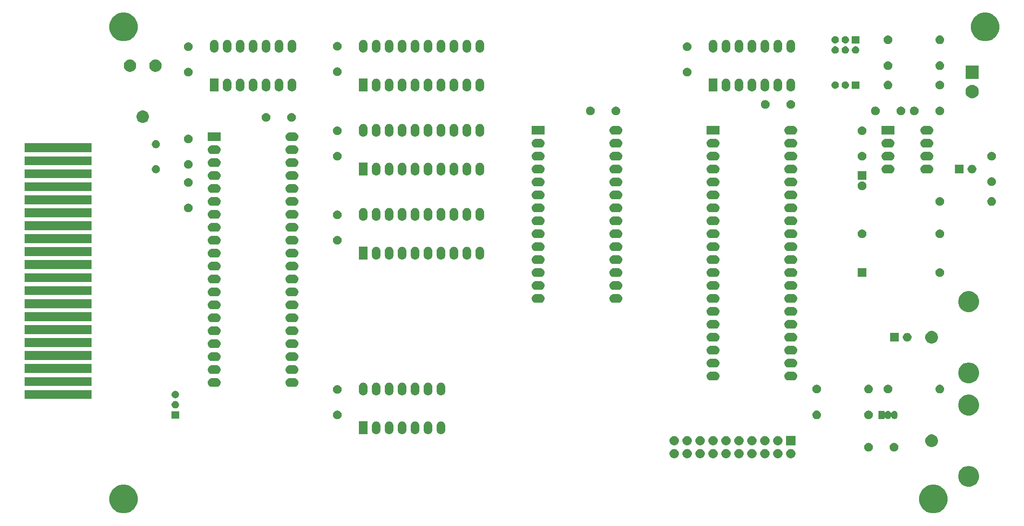
<source format=gbr>
G04 #@! TF.GenerationSoftware,KiCad,Pcbnew,(5.1.4)-1*
G04 #@! TF.CreationDate,2019-12-23T21:25:55+01:00*
G04 #@! TF.ProjectId,Z80MiniFrame-Sound_Graphics,5a38304d-696e-4694-9672-616d652d536f,rev?*
G04 #@! TF.SameCoordinates,Original*
G04 #@! TF.FileFunction,Soldermask,Top*
G04 #@! TF.FilePolarity,Negative*
%FSLAX46Y46*%
G04 Gerber Fmt 4.6, Leading zero omitted, Abs format (unit mm)*
G04 Created by KiCad (PCBNEW (5.1.4)-1) date 2019-12-23 21:25:55*
%MOMM*%
%LPD*%
G04 APERTURE LIST*
%ADD10C,0.100000*%
G04 APERTURE END LIST*
D10*
G36*
X224337021Y-138276640D02*
G01*
X224846769Y-138487785D01*
X224846771Y-138487786D01*
X225305534Y-138794321D01*
X225695679Y-139184466D01*
X226002214Y-139643229D01*
X226002215Y-139643231D01*
X226213360Y-140152979D01*
X226321000Y-140694124D01*
X226321000Y-141245876D01*
X226213360Y-141787021D01*
X226002215Y-142296769D01*
X226002214Y-142296771D01*
X225695679Y-142755534D01*
X225305534Y-143145679D01*
X224846771Y-143452214D01*
X224846770Y-143452215D01*
X224846769Y-143452215D01*
X224337021Y-143663360D01*
X223795876Y-143771000D01*
X223244124Y-143771000D01*
X222702979Y-143663360D01*
X222193231Y-143452215D01*
X222193230Y-143452215D01*
X222193229Y-143452214D01*
X221734466Y-143145679D01*
X221344321Y-142755534D01*
X221037786Y-142296771D01*
X221037785Y-142296769D01*
X220826640Y-141787021D01*
X220719000Y-141245876D01*
X220719000Y-140694124D01*
X220826640Y-140152979D01*
X221037785Y-139643231D01*
X221037786Y-139643229D01*
X221344321Y-139184466D01*
X221734466Y-138794321D01*
X222193229Y-138487786D01*
X222193231Y-138487785D01*
X222702979Y-138276640D01*
X223244124Y-138169000D01*
X223795876Y-138169000D01*
X224337021Y-138276640D01*
X224337021Y-138276640D01*
G37*
G36*
X65587021Y-138276640D02*
G01*
X66096769Y-138487785D01*
X66096771Y-138487786D01*
X66555534Y-138794321D01*
X66945679Y-139184466D01*
X67252214Y-139643229D01*
X67252215Y-139643231D01*
X67463360Y-140152979D01*
X67571000Y-140694124D01*
X67571000Y-141245876D01*
X67463360Y-141787021D01*
X67252215Y-142296769D01*
X67252214Y-142296771D01*
X66945679Y-142755534D01*
X66555534Y-143145679D01*
X66096771Y-143452214D01*
X66096770Y-143452215D01*
X66096769Y-143452215D01*
X65587021Y-143663360D01*
X65045876Y-143771000D01*
X64494124Y-143771000D01*
X63952979Y-143663360D01*
X63443231Y-143452215D01*
X63443230Y-143452215D01*
X63443229Y-143452214D01*
X62984466Y-143145679D01*
X62594321Y-142755534D01*
X62287786Y-142296771D01*
X62287785Y-142296769D01*
X62076640Y-141787021D01*
X61969000Y-141245876D01*
X61969000Y-140694124D01*
X62076640Y-140152979D01*
X62287785Y-139643231D01*
X62287786Y-139643229D01*
X62594321Y-139184466D01*
X62984466Y-138794321D01*
X63443229Y-138487786D01*
X63443231Y-138487785D01*
X63952979Y-138276640D01*
X64494124Y-138169000D01*
X65045876Y-138169000D01*
X65587021Y-138276640D01*
X65587021Y-138276640D01*
G37*
G36*
X231058254Y-134567818D02*
G01*
X231431511Y-134722426D01*
X231431513Y-134722427D01*
X231767436Y-134946884D01*
X232053116Y-135232564D01*
X232277574Y-135568489D01*
X232432182Y-135941746D01*
X232511000Y-136337993D01*
X232511000Y-136742007D01*
X232432182Y-137138254D01*
X232277574Y-137511511D01*
X232277573Y-137511513D01*
X232053116Y-137847436D01*
X231767436Y-138133116D01*
X231431513Y-138357573D01*
X231431512Y-138357574D01*
X231431511Y-138357574D01*
X231058254Y-138512182D01*
X230662007Y-138591000D01*
X230257993Y-138591000D01*
X229861746Y-138512182D01*
X229488489Y-138357574D01*
X229488488Y-138357574D01*
X229488487Y-138357573D01*
X229152564Y-138133116D01*
X228866884Y-137847436D01*
X228642427Y-137511513D01*
X228642426Y-137511511D01*
X228487818Y-137138254D01*
X228409000Y-136742007D01*
X228409000Y-136337993D01*
X228487818Y-135941746D01*
X228642426Y-135568489D01*
X228866884Y-135232564D01*
X229152564Y-134946884D01*
X229488487Y-134722427D01*
X229488489Y-134722426D01*
X229861746Y-134567818D01*
X230257993Y-134489000D01*
X230662007Y-134489000D01*
X231058254Y-134567818D01*
X231058254Y-134567818D01*
G37*
G36*
X190679294Y-131178633D02*
G01*
X190851695Y-131230931D01*
X191010583Y-131315858D01*
X191149849Y-131430151D01*
X191264142Y-131569417D01*
X191349069Y-131728305D01*
X191401367Y-131900706D01*
X191419025Y-132080000D01*
X191401367Y-132259294D01*
X191349069Y-132431695D01*
X191264142Y-132590583D01*
X191149849Y-132729849D01*
X191010583Y-132844142D01*
X190851695Y-132929069D01*
X190679294Y-132981367D01*
X190544931Y-132994600D01*
X190455069Y-132994600D01*
X190320706Y-132981367D01*
X190148305Y-132929069D01*
X189989417Y-132844142D01*
X189850151Y-132729849D01*
X189735858Y-132590583D01*
X189650931Y-132431695D01*
X189598633Y-132259294D01*
X189580975Y-132080000D01*
X189598633Y-131900706D01*
X189650931Y-131728305D01*
X189735858Y-131569417D01*
X189850151Y-131430151D01*
X189989417Y-131315858D01*
X190148305Y-131230931D01*
X190320706Y-131178633D01*
X190455069Y-131165400D01*
X190544931Y-131165400D01*
X190679294Y-131178633D01*
X190679294Y-131178633D01*
G37*
G36*
X172899294Y-131178633D02*
G01*
X173071695Y-131230931D01*
X173230583Y-131315858D01*
X173369849Y-131430151D01*
X173484142Y-131569417D01*
X173569069Y-131728305D01*
X173621367Y-131900706D01*
X173639025Y-132080000D01*
X173621367Y-132259294D01*
X173569069Y-132431695D01*
X173484142Y-132590583D01*
X173369849Y-132729849D01*
X173230583Y-132844142D01*
X173071695Y-132929069D01*
X172899294Y-132981367D01*
X172764931Y-132994600D01*
X172675069Y-132994600D01*
X172540706Y-132981367D01*
X172368305Y-132929069D01*
X172209417Y-132844142D01*
X172070151Y-132729849D01*
X171955858Y-132590583D01*
X171870931Y-132431695D01*
X171818633Y-132259294D01*
X171800975Y-132080000D01*
X171818633Y-131900706D01*
X171870931Y-131728305D01*
X171955858Y-131569417D01*
X172070151Y-131430151D01*
X172209417Y-131315858D01*
X172368305Y-131230931D01*
X172540706Y-131178633D01*
X172675069Y-131165400D01*
X172764931Y-131165400D01*
X172899294Y-131178633D01*
X172899294Y-131178633D01*
G37*
G36*
X175439294Y-131178633D02*
G01*
X175611695Y-131230931D01*
X175770583Y-131315858D01*
X175909849Y-131430151D01*
X176024142Y-131569417D01*
X176109069Y-131728305D01*
X176161367Y-131900706D01*
X176179025Y-132080000D01*
X176161367Y-132259294D01*
X176109069Y-132431695D01*
X176024142Y-132590583D01*
X175909849Y-132729849D01*
X175770583Y-132844142D01*
X175611695Y-132929069D01*
X175439294Y-132981367D01*
X175304931Y-132994600D01*
X175215069Y-132994600D01*
X175080706Y-132981367D01*
X174908305Y-132929069D01*
X174749417Y-132844142D01*
X174610151Y-132729849D01*
X174495858Y-132590583D01*
X174410931Y-132431695D01*
X174358633Y-132259294D01*
X174340975Y-132080000D01*
X174358633Y-131900706D01*
X174410931Y-131728305D01*
X174495858Y-131569417D01*
X174610151Y-131430151D01*
X174749417Y-131315858D01*
X174908305Y-131230931D01*
X175080706Y-131178633D01*
X175215069Y-131165400D01*
X175304931Y-131165400D01*
X175439294Y-131178633D01*
X175439294Y-131178633D01*
G37*
G36*
X177979294Y-131178633D02*
G01*
X178151695Y-131230931D01*
X178310583Y-131315858D01*
X178449849Y-131430151D01*
X178564142Y-131569417D01*
X178649069Y-131728305D01*
X178701367Y-131900706D01*
X178719025Y-132080000D01*
X178701367Y-132259294D01*
X178649069Y-132431695D01*
X178564142Y-132590583D01*
X178449849Y-132729849D01*
X178310583Y-132844142D01*
X178151695Y-132929069D01*
X177979294Y-132981367D01*
X177844931Y-132994600D01*
X177755069Y-132994600D01*
X177620706Y-132981367D01*
X177448305Y-132929069D01*
X177289417Y-132844142D01*
X177150151Y-132729849D01*
X177035858Y-132590583D01*
X176950931Y-132431695D01*
X176898633Y-132259294D01*
X176880975Y-132080000D01*
X176898633Y-131900706D01*
X176950931Y-131728305D01*
X177035858Y-131569417D01*
X177150151Y-131430151D01*
X177289417Y-131315858D01*
X177448305Y-131230931D01*
X177620706Y-131178633D01*
X177755069Y-131165400D01*
X177844931Y-131165400D01*
X177979294Y-131178633D01*
X177979294Y-131178633D01*
G37*
G36*
X180519294Y-131178633D02*
G01*
X180691695Y-131230931D01*
X180850583Y-131315858D01*
X180989849Y-131430151D01*
X181104142Y-131569417D01*
X181189069Y-131728305D01*
X181241367Y-131900706D01*
X181259025Y-132080000D01*
X181241367Y-132259294D01*
X181189069Y-132431695D01*
X181104142Y-132590583D01*
X180989849Y-132729849D01*
X180850583Y-132844142D01*
X180691695Y-132929069D01*
X180519294Y-132981367D01*
X180384931Y-132994600D01*
X180295069Y-132994600D01*
X180160706Y-132981367D01*
X179988305Y-132929069D01*
X179829417Y-132844142D01*
X179690151Y-132729849D01*
X179575858Y-132590583D01*
X179490931Y-132431695D01*
X179438633Y-132259294D01*
X179420975Y-132080000D01*
X179438633Y-131900706D01*
X179490931Y-131728305D01*
X179575858Y-131569417D01*
X179690151Y-131430151D01*
X179829417Y-131315858D01*
X179988305Y-131230931D01*
X180160706Y-131178633D01*
X180295069Y-131165400D01*
X180384931Y-131165400D01*
X180519294Y-131178633D01*
X180519294Y-131178633D01*
G37*
G36*
X185599294Y-131178633D02*
G01*
X185771695Y-131230931D01*
X185930583Y-131315858D01*
X186069849Y-131430151D01*
X186184142Y-131569417D01*
X186269069Y-131728305D01*
X186321367Y-131900706D01*
X186339025Y-132080000D01*
X186321367Y-132259294D01*
X186269069Y-132431695D01*
X186184142Y-132590583D01*
X186069849Y-132729849D01*
X185930583Y-132844142D01*
X185771695Y-132929069D01*
X185599294Y-132981367D01*
X185464931Y-132994600D01*
X185375069Y-132994600D01*
X185240706Y-132981367D01*
X185068305Y-132929069D01*
X184909417Y-132844142D01*
X184770151Y-132729849D01*
X184655858Y-132590583D01*
X184570931Y-132431695D01*
X184518633Y-132259294D01*
X184500975Y-132080000D01*
X184518633Y-131900706D01*
X184570931Y-131728305D01*
X184655858Y-131569417D01*
X184770151Y-131430151D01*
X184909417Y-131315858D01*
X185068305Y-131230931D01*
X185240706Y-131178633D01*
X185375069Y-131165400D01*
X185464931Y-131165400D01*
X185599294Y-131178633D01*
X185599294Y-131178633D01*
G37*
G36*
X188139294Y-131178633D02*
G01*
X188311695Y-131230931D01*
X188470583Y-131315858D01*
X188609849Y-131430151D01*
X188724142Y-131569417D01*
X188809069Y-131728305D01*
X188861367Y-131900706D01*
X188879025Y-132080000D01*
X188861367Y-132259294D01*
X188809069Y-132431695D01*
X188724142Y-132590583D01*
X188609849Y-132729849D01*
X188470583Y-132844142D01*
X188311695Y-132929069D01*
X188139294Y-132981367D01*
X188004931Y-132994600D01*
X187915069Y-132994600D01*
X187780706Y-132981367D01*
X187608305Y-132929069D01*
X187449417Y-132844142D01*
X187310151Y-132729849D01*
X187195858Y-132590583D01*
X187110931Y-132431695D01*
X187058633Y-132259294D01*
X187040975Y-132080000D01*
X187058633Y-131900706D01*
X187110931Y-131728305D01*
X187195858Y-131569417D01*
X187310151Y-131430151D01*
X187449417Y-131315858D01*
X187608305Y-131230931D01*
X187780706Y-131178633D01*
X187915069Y-131165400D01*
X188004931Y-131165400D01*
X188139294Y-131178633D01*
X188139294Y-131178633D01*
G37*
G36*
X193219294Y-131178633D02*
G01*
X193391695Y-131230931D01*
X193550583Y-131315858D01*
X193689849Y-131430151D01*
X193804142Y-131569417D01*
X193889069Y-131728305D01*
X193941367Y-131900706D01*
X193959025Y-132080000D01*
X193941367Y-132259294D01*
X193889069Y-132431695D01*
X193804142Y-132590583D01*
X193689849Y-132729849D01*
X193550583Y-132844142D01*
X193391695Y-132929069D01*
X193219294Y-132981367D01*
X193084931Y-132994600D01*
X192995069Y-132994600D01*
X192860706Y-132981367D01*
X192688305Y-132929069D01*
X192529417Y-132844142D01*
X192390151Y-132729849D01*
X192275858Y-132590583D01*
X192190931Y-132431695D01*
X192138633Y-132259294D01*
X192120975Y-132080000D01*
X192138633Y-131900706D01*
X192190931Y-131728305D01*
X192275858Y-131569417D01*
X192390151Y-131430151D01*
X192529417Y-131315858D01*
X192688305Y-131230931D01*
X192860706Y-131178633D01*
X192995069Y-131165400D01*
X193084931Y-131165400D01*
X193219294Y-131178633D01*
X193219294Y-131178633D01*
G37*
G36*
X195759294Y-131178633D02*
G01*
X195931695Y-131230931D01*
X196090583Y-131315858D01*
X196229849Y-131430151D01*
X196344142Y-131569417D01*
X196429069Y-131728305D01*
X196481367Y-131900706D01*
X196499025Y-132080000D01*
X196481367Y-132259294D01*
X196429069Y-132431695D01*
X196344142Y-132590583D01*
X196229849Y-132729849D01*
X196090583Y-132844142D01*
X195931695Y-132929069D01*
X195759294Y-132981367D01*
X195624931Y-132994600D01*
X195535069Y-132994600D01*
X195400706Y-132981367D01*
X195228305Y-132929069D01*
X195069417Y-132844142D01*
X194930151Y-132729849D01*
X194815858Y-132590583D01*
X194730931Y-132431695D01*
X194678633Y-132259294D01*
X194660975Y-132080000D01*
X194678633Y-131900706D01*
X194730931Y-131728305D01*
X194815858Y-131569417D01*
X194930151Y-131430151D01*
X195069417Y-131315858D01*
X195228305Y-131230931D01*
X195400706Y-131178633D01*
X195535069Y-131165400D01*
X195624931Y-131165400D01*
X195759294Y-131178633D01*
X195759294Y-131178633D01*
G37*
G36*
X183059294Y-131178633D02*
G01*
X183231695Y-131230931D01*
X183390583Y-131315858D01*
X183529849Y-131430151D01*
X183644142Y-131569417D01*
X183729069Y-131728305D01*
X183781367Y-131900706D01*
X183799025Y-132080000D01*
X183781367Y-132259294D01*
X183729069Y-132431695D01*
X183644142Y-132590583D01*
X183529849Y-132729849D01*
X183390583Y-132844142D01*
X183231695Y-132929069D01*
X183059294Y-132981367D01*
X182924931Y-132994600D01*
X182835069Y-132994600D01*
X182700706Y-132981367D01*
X182528305Y-132929069D01*
X182369417Y-132844142D01*
X182230151Y-132729849D01*
X182115858Y-132590583D01*
X182030931Y-132431695D01*
X181978633Y-132259294D01*
X181960975Y-132080000D01*
X181978633Y-131900706D01*
X182030931Y-131728305D01*
X182115858Y-131569417D01*
X182230151Y-131430151D01*
X182369417Y-131315858D01*
X182528305Y-131230931D01*
X182700706Y-131178633D01*
X182835069Y-131165400D01*
X182924931Y-131165400D01*
X183059294Y-131178633D01*
X183059294Y-131178633D01*
G37*
G36*
X216068228Y-129991703D02*
G01*
X216223100Y-130055853D01*
X216362481Y-130148985D01*
X216481015Y-130267519D01*
X216574147Y-130406900D01*
X216638297Y-130561772D01*
X216671000Y-130726184D01*
X216671000Y-130893816D01*
X216638297Y-131058228D01*
X216574147Y-131213100D01*
X216481015Y-131352481D01*
X216362481Y-131471015D01*
X216223100Y-131564147D01*
X216068228Y-131628297D01*
X215903816Y-131661000D01*
X215736184Y-131661000D01*
X215571772Y-131628297D01*
X215416900Y-131564147D01*
X215277519Y-131471015D01*
X215158985Y-131352481D01*
X215065853Y-131213100D01*
X215001703Y-131058228D01*
X214969000Y-130893816D01*
X214969000Y-130726184D01*
X215001703Y-130561772D01*
X215065853Y-130406900D01*
X215158985Y-130267519D01*
X215277519Y-130148985D01*
X215416900Y-130055853D01*
X215571772Y-129991703D01*
X215736184Y-129959000D01*
X215903816Y-129959000D01*
X216068228Y-129991703D01*
X216068228Y-129991703D01*
G37*
G36*
X211068228Y-129991703D02*
G01*
X211223100Y-130055853D01*
X211362481Y-130148985D01*
X211481015Y-130267519D01*
X211574147Y-130406900D01*
X211638297Y-130561772D01*
X211671000Y-130726184D01*
X211671000Y-130893816D01*
X211638297Y-131058228D01*
X211574147Y-131213100D01*
X211481015Y-131352481D01*
X211362481Y-131471015D01*
X211223100Y-131564147D01*
X211068228Y-131628297D01*
X210903816Y-131661000D01*
X210736184Y-131661000D01*
X210571772Y-131628297D01*
X210416900Y-131564147D01*
X210277519Y-131471015D01*
X210158985Y-131352481D01*
X210065853Y-131213100D01*
X210001703Y-131058228D01*
X209969000Y-130893816D01*
X209969000Y-130726184D01*
X210001703Y-130561772D01*
X210065853Y-130406900D01*
X210158985Y-130267519D01*
X210277519Y-130148985D01*
X210416900Y-130055853D01*
X210571772Y-129991703D01*
X210736184Y-129959000D01*
X210903816Y-129959000D01*
X211068228Y-129991703D01*
X211068228Y-129991703D01*
G37*
G36*
X223554903Y-128337075D02*
G01*
X223782571Y-128431378D01*
X223987466Y-128568285D01*
X224161715Y-128742534D01*
X224161716Y-128742536D01*
X224298623Y-128947431D01*
X224392925Y-129175097D01*
X224441000Y-129416786D01*
X224441000Y-129663214D01*
X224392925Y-129904903D01*
X224332583Y-130050583D01*
X224298622Y-130132571D01*
X224161715Y-130337466D01*
X223987466Y-130511715D01*
X223782571Y-130648622D01*
X223782570Y-130648623D01*
X223782569Y-130648623D01*
X223554903Y-130742925D01*
X223313214Y-130791000D01*
X223066786Y-130791000D01*
X222825097Y-130742925D01*
X222597431Y-130648623D01*
X222597430Y-130648623D01*
X222597429Y-130648622D01*
X222392534Y-130511715D01*
X222218285Y-130337466D01*
X222081378Y-130132571D01*
X222047418Y-130050583D01*
X221987075Y-129904903D01*
X221939000Y-129663214D01*
X221939000Y-129416786D01*
X221987075Y-129175097D01*
X222081377Y-128947431D01*
X222218284Y-128742536D01*
X222218285Y-128742534D01*
X222392534Y-128568285D01*
X222597429Y-128431378D01*
X222825097Y-128337075D01*
X223066786Y-128289000D01*
X223313214Y-128289000D01*
X223554903Y-128337075D01*
X223554903Y-128337075D01*
G37*
G36*
X190679294Y-128638633D02*
G01*
X190851695Y-128690931D01*
X191010583Y-128775858D01*
X191149849Y-128890151D01*
X191264142Y-129029417D01*
X191349069Y-129188305D01*
X191401367Y-129360706D01*
X191419025Y-129540000D01*
X191401367Y-129719294D01*
X191349069Y-129891695D01*
X191264142Y-130050583D01*
X191149849Y-130189849D01*
X191010583Y-130304142D01*
X190851695Y-130389069D01*
X190679294Y-130441367D01*
X190544931Y-130454600D01*
X190455069Y-130454600D01*
X190320706Y-130441367D01*
X190148305Y-130389069D01*
X189989417Y-130304142D01*
X189850151Y-130189849D01*
X189735858Y-130050583D01*
X189650931Y-129891695D01*
X189598633Y-129719294D01*
X189580975Y-129540000D01*
X189598633Y-129360706D01*
X189650931Y-129188305D01*
X189735858Y-129029417D01*
X189850151Y-128890151D01*
X189989417Y-128775858D01*
X190148305Y-128690931D01*
X190320706Y-128638633D01*
X190455069Y-128625400D01*
X190544931Y-128625400D01*
X190679294Y-128638633D01*
X190679294Y-128638633D01*
G37*
G36*
X172899294Y-128638633D02*
G01*
X173071695Y-128690931D01*
X173230583Y-128775858D01*
X173369849Y-128890151D01*
X173484142Y-129029417D01*
X173569069Y-129188305D01*
X173621367Y-129360706D01*
X173639025Y-129540000D01*
X173621367Y-129719294D01*
X173569069Y-129891695D01*
X173484142Y-130050583D01*
X173369849Y-130189849D01*
X173230583Y-130304142D01*
X173071695Y-130389069D01*
X172899294Y-130441367D01*
X172764931Y-130454600D01*
X172675069Y-130454600D01*
X172540706Y-130441367D01*
X172368305Y-130389069D01*
X172209417Y-130304142D01*
X172070151Y-130189849D01*
X171955858Y-130050583D01*
X171870931Y-129891695D01*
X171818633Y-129719294D01*
X171800975Y-129540000D01*
X171818633Y-129360706D01*
X171870931Y-129188305D01*
X171955858Y-129029417D01*
X172070151Y-128890151D01*
X172209417Y-128775858D01*
X172368305Y-128690931D01*
X172540706Y-128638633D01*
X172675069Y-128625400D01*
X172764931Y-128625400D01*
X172899294Y-128638633D01*
X172899294Y-128638633D01*
G37*
G36*
X175439294Y-128638633D02*
G01*
X175611695Y-128690931D01*
X175770583Y-128775858D01*
X175909849Y-128890151D01*
X176024142Y-129029417D01*
X176109069Y-129188305D01*
X176161367Y-129360706D01*
X176179025Y-129540000D01*
X176161367Y-129719294D01*
X176109069Y-129891695D01*
X176024142Y-130050583D01*
X175909849Y-130189849D01*
X175770583Y-130304142D01*
X175611695Y-130389069D01*
X175439294Y-130441367D01*
X175304931Y-130454600D01*
X175215069Y-130454600D01*
X175080706Y-130441367D01*
X174908305Y-130389069D01*
X174749417Y-130304142D01*
X174610151Y-130189849D01*
X174495858Y-130050583D01*
X174410931Y-129891695D01*
X174358633Y-129719294D01*
X174340975Y-129540000D01*
X174358633Y-129360706D01*
X174410931Y-129188305D01*
X174495858Y-129029417D01*
X174610151Y-128890151D01*
X174749417Y-128775858D01*
X174908305Y-128690931D01*
X175080706Y-128638633D01*
X175215069Y-128625400D01*
X175304931Y-128625400D01*
X175439294Y-128638633D01*
X175439294Y-128638633D01*
G37*
G36*
X177979294Y-128638633D02*
G01*
X178151695Y-128690931D01*
X178310583Y-128775858D01*
X178449849Y-128890151D01*
X178564142Y-129029417D01*
X178649069Y-129188305D01*
X178701367Y-129360706D01*
X178719025Y-129540000D01*
X178701367Y-129719294D01*
X178649069Y-129891695D01*
X178564142Y-130050583D01*
X178449849Y-130189849D01*
X178310583Y-130304142D01*
X178151695Y-130389069D01*
X177979294Y-130441367D01*
X177844931Y-130454600D01*
X177755069Y-130454600D01*
X177620706Y-130441367D01*
X177448305Y-130389069D01*
X177289417Y-130304142D01*
X177150151Y-130189849D01*
X177035858Y-130050583D01*
X176950931Y-129891695D01*
X176898633Y-129719294D01*
X176880975Y-129540000D01*
X176898633Y-129360706D01*
X176950931Y-129188305D01*
X177035858Y-129029417D01*
X177150151Y-128890151D01*
X177289417Y-128775858D01*
X177448305Y-128690931D01*
X177620706Y-128638633D01*
X177755069Y-128625400D01*
X177844931Y-128625400D01*
X177979294Y-128638633D01*
X177979294Y-128638633D01*
G37*
G36*
X180519294Y-128638633D02*
G01*
X180691695Y-128690931D01*
X180850583Y-128775858D01*
X180989849Y-128890151D01*
X181104142Y-129029417D01*
X181189069Y-129188305D01*
X181241367Y-129360706D01*
X181259025Y-129540000D01*
X181241367Y-129719294D01*
X181189069Y-129891695D01*
X181104142Y-130050583D01*
X180989849Y-130189849D01*
X180850583Y-130304142D01*
X180691695Y-130389069D01*
X180519294Y-130441367D01*
X180384931Y-130454600D01*
X180295069Y-130454600D01*
X180160706Y-130441367D01*
X179988305Y-130389069D01*
X179829417Y-130304142D01*
X179690151Y-130189849D01*
X179575858Y-130050583D01*
X179490931Y-129891695D01*
X179438633Y-129719294D01*
X179420975Y-129540000D01*
X179438633Y-129360706D01*
X179490931Y-129188305D01*
X179575858Y-129029417D01*
X179690151Y-128890151D01*
X179829417Y-128775858D01*
X179988305Y-128690931D01*
X180160706Y-128638633D01*
X180295069Y-128625400D01*
X180384931Y-128625400D01*
X180519294Y-128638633D01*
X180519294Y-128638633D01*
G37*
G36*
X185599294Y-128638633D02*
G01*
X185771695Y-128690931D01*
X185930583Y-128775858D01*
X186069849Y-128890151D01*
X186184142Y-129029417D01*
X186269069Y-129188305D01*
X186321367Y-129360706D01*
X186339025Y-129540000D01*
X186321367Y-129719294D01*
X186269069Y-129891695D01*
X186184142Y-130050583D01*
X186069849Y-130189849D01*
X185930583Y-130304142D01*
X185771695Y-130389069D01*
X185599294Y-130441367D01*
X185464931Y-130454600D01*
X185375069Y-130454600D01*
X185240706Y-130441367D01*
X185068305Y-130389069D01*
X184909417Y-130304142D01*
X184770151Y-130189849D01*
X184655858Y-130050583D01*
X184570931Y-129891695D01*
X184518633Y-129719294D01*
X184500975Y-129540000D01*
X184518633Y-129360706D01*
X184570931Y-129188305D01*
X184655858Y-129029417D01*
X184770151Y-128890151D01*
X184909417Y-128775858D01*
X185068305Y-128690931D01*
X185240706Y-128638633D01*
X185375069Y-128625400D01*
X185464931Y-128625400D01*
X185599294Y-128638633D01*
X185599294Y-128638633D01*
G37*
G36*
X188139294Y-128638633D02*
G01*
X188311695Y-128690931D01*
X188470583Y-128775858D01*
X188609849Y-128890151D01*
X188724142Y-129029417D01*
X188809069Y-129188305D01*
X188861367Y-129360706D01*
X188879025Y-129540000D01*
X188861367Y-129719294D01*
X188809069Y-129891695D01*
X188724142Y-130050583D01*
X188609849Y-130189849D01*
X188470583Y-130304142D01*
X188311695Y-130389069D01*
X188139294Y-130441367D01*
X188004931Y-130454600D01*
X187915069Y-130454600D01*
X187780706Y-130441367D01*
X187608305Y-130389069D01*
X187449417Y-130304142D01*
X187310151Y-130189849D01*
X187195858Y-130050583D01*
X187110931Y-129891695D01*
X187058633Y-129719294D01*
X187040975Y-129540000D01*
X187058633Y-129360706D01*
X187110931Y-129188305D01*
X187195858Y-129029417D01*
X187310151Y-128890151D01*
X187449417Y-128775858D01*
X187608305Y-128690931D01*
X187780706Y-128638633D01*
X187915069Y-128625400D01*
X188004931Y-128625400D01*
X188139294Y-128638633D01*
X188139294Y-128638633D01*
G37*
G36*
X196494600Y-130454600D02*
G01*
X194665400Y-130454600D01*
X194665400Y-128625400D01*
X196494600Y-128625400D01*
X196494600Y-130454600D01*
X196494600Y-130454600D01*
G37*
G36*
X193219294Y-128638633D02*
G01*
X193391695Y-128690931D01*
X193550583Y-128775858D01*
X193689849Y-128890151D01*
X193804142Y-129029417D01*
X193889069Y-129188305D01*
X193941367Y-129360706D01*
X193959025Y-129540000D01*
X193941367Y-129719294D01*
X193889069Y-129891695D01*
X193804142Y-130050583D01*
X193689849Y-130189849D01*
X193550583Y-130304142D01*
X193391695Y-130389069D01*
X193219294Y-130441367D01*
X193084931Y-130454600D01*
X192995069Y-130454600D01*
X192860706Y-130441367D01*
X192688305Y-130389069D01*
X192529417Y-130304142D01*
X192390151Y-130189849D01*
X192275858Y-130050583D01*
X192190931Y-129891695D01*
X192138633Y-129719294D01*
X192120975Y-129540000D01*
X192138633Y-129360706D01*
X192190931Y-129188305D01*
X192275858Y-129029417D01*
X192390151Y-128890151D01*
X192529417Y-128775858D01*
X192688305Y-128690931D01*
X192860706Y-128638633D01*
X192995069Y-128625400D01*
X193084931Y-128625400D01*
X193219294Y-128638633D01*
X193219294Y-128638633D01*
G37*
G36*
X183059294Y-128638633D02*
G01*
X183231695Y-128690931D01*
X183390583Y-128775858D01*
X183529849Y-128890151D01*
X183644142Y-129029417D01*
X183729069Y-129188305D01*
X183781367Y-129360706D01*
X183799025Y-129540000D01*
X183781367Y-129719294D01*
X183729069Y-129891695D01*
X183644142Y-130050583D01*
X183529849Y-130189849D01*
X183390583Y-130304142D01*
X183231695Y-130389069D01*
X183059294Y-130441367D01*
X182924931Y-130454600D01*
X182835069Y-130454600D01*
X182700706Y-130441367D01*
X182528305Y-130389069D01*
X182369417Y-130304142D01*
X182230151Y-130189849D01*
X182115858Y-130050583D01*
X182030931Y-129891695D01*
X181978633Y-129719294D01*
X181960975Y-129540000D01*
X181978633Y-129360706D01*
X182030931Y-129188305D01*
X182115858Y-129029417D01*
X182230151Y-128890151D01*
X182369417Y-128775858D01*
X182528305Y-128690931D01*
X182700706Y-128638633D01*
X182835069Y-128625400D01*
X182924931Y-128625400D01*
X183059294Y-128638633D01*
X183059294Y-128638633D01*
G37*
G36*
X119546822Y-125761313D02*
G01*
X119707241Y-125809976D01*
X119855077Y-125888995D01*
X119984659Y-125995341D01*
X120091004Y-126124922D01*
X120091005Y-126124924D01*
X120170024Y-126272758D01*
X120218687Y-126433177D01*
X120231000Y-126558196D01*
X120231000Y-127441803D01*
X120218687Y-127566822D01*
X120170024Y-127727242D01*
X120099114Y-127859906D01*
X120091004Y-127875078D01*
X119984659Y-128004659D01*
X119855078Y-128111004D01*
X119855076Y-128111005D01*
X119707242Y-128190024D01*
X119546823Y-128238687D01*
X119380000Y-128255117D01*
X119213178Y-128238687D01*
X119052759Y-128190024D01*
X118904925Y-128111005D01*
X118904923Y-128111004D01*
X118775342Y-128004659D01*
X118668997Y-127875078D01*
X118660887Y-127859906D01*
X118589977Y-127727242D01*
X118541314Y-127566823D01*
X118529000Y-127441803D01*
X118529000Y-126558197D01*
X118541313Y-126433178D01*
X118589976Y-126272759D01*
X118668995Y-126124923D01*
X118775341Y-125995341D01*
X118904922Y-125888996D01*
X118920094Y-125880886D01*
X119052758Y-125809976D01*
X119213177Y-125761313D01*
X119380000Y-125744883D01*
X119546822Y-125761313D01*
X119546822Y-125761313D01*
G37*
G36*
X117006822Y-125761313D02*
G01*
X117167241Y-125809976D01*
X117315077Y-125888995D01*
X117444659Y-125995341D01*
X117551004Y-126124922D01*
X117551005Y-126124924D01*
X117630024Y-126272758D01*
X117678687Y-126433177D01*
X117691000Y-126558196D01*
X117691000Y-127441803D01*
X117678687Y-127566822D01*
X117630024Y-127727242D01*
X117559114Y-127859906D01*
X117551004Y-127875078D01*
X117444659Y-128004659D01*
X117315078Y-128111004D01*
X117315076Y-128111005D01*
X117167242Y-128190024D01*
X117006823Y-128238687D01*
X116840000Y-128255117D01*
X116673178Y-128238687D01*
X116512759Y-128190024D01*
X116364925Y-128111005D01*
X116364923Y-128111004D01*
X116235342Y-128004659D01*
X116128997Y-127875078D01*
X116120887Y-127859906D01*
X116049977Y-127727242D01*
X116001314Y-127566823D01*
X115989000Y-127441803D01*
X115989000Y-126558197D01*
X116001313Y-126433178D01*
X116049976Y-126272759D01*
X116128995Y-126124923D01*
X116235341Y-125995341D01*
X116364922Y-125888996D01*
X116380094Y-125880886D01*
X116512758Y-125809976D01*
X116673177Y-125761313D01*
X116840000Y-125744883D01*
X117006822Y-125761313D01*
X117006822Y-125761313D01*
G37*
G36*
X114466822Y-125761313D02*
G01*
X114627241Y-125809976D01*
X114775077Y-125888995D01*
X114904659Y-125995341D01*
X115011004Y-126124922D01*
X115011005Y-126124924D01*
X115090024Y-126272758D01*
X115138687Y-126433177D01*
X115151000Y-126558196D01*
X115151000Y-127441803D01*
X115138687Y-127566822D01*
X115090024Y-127727242D01*
X115019114Y-127859906D01*
X115011004Y-127875078D01*
X114904659Y-128004659D01*
X114775078Y-128111004D01*
X114775076Y-128111005D01*
X114627242Y-128190024D01*
X114466823Y-128238687D01*
X114300000Y-128255117D01*
X114133178Y-128238687D01*
X113972759Y-128190024D01*
X113824925Y-128111005D01*
X113824923Y-128111004D01*
X113695342Y-128004659D01*
X113588997Y-127875078D01*
X113580887Y-127859906D01*
X113509977Y-127727242D01*
X113461314Y-127566823D01*
X113449000Y-127441803D01*
X113449000Y-126558197D01*
X113461313Y-126433178D01*
X113509976Y-126272759D01*
X113588995Y-126124923D01*
X113695341Y-125995341D01*
X113824922Y-125888996D01*
X113840094Y-125880886D01*
X113972758Y-125809976D01*
X114133177Y-125761313D01*
X114300000Y-125744883D01*
X114466822Y-125761313D01*
X114466822Y-125761313D01*
G37*
G36*
X122086822Y-125761313D02*
G01*
X122247241Y-125809976D01*
X122395077Y-125888995D01*
X122524659Y-125995341D01*
X122631004Y-126124922D01*
X122631005Y-126124924D01*
X122710024Y-126272758D01*
X122758687Y-126433177D01*
X122771000Y-126558196D01*
X122771000Y-127441803D01*
X122758687Y-127566822D01*
X122710024Y-127727242D01*
X122639114Y-127859906D01*
X122631004Y-127875078D01*
X122524659Y-128004659D01*
X122395078Y-128111004D01*
X122395076Y-128111005D01*
X122247242Y-128190024D01*
X122086823Y-128238687D01*
X121920000Y-128255117D01*
X121753178Y-128238687D01*
X121592759Y-128190024D01*
X121444925Y-128111005D01*
X121444923Y-128111004D01*
X121315342Y-128004659D01*
X121208997Y-127875078D01*
X121200887Y-127859906D01*
X121129977Y-127727242D01*
X121081314Y-127566823D01*
X121069000Y-127441803D01*
X121069000Y-126558197D01*
X121081313Y-126433178D01*
X121129976Y-126272759D01*
X121208995Y-126124923D01*
X121315341Y-125995341D01*
X121444922Y-125888996D01*
X121460094Y-125880886D01*
X121592758Y-125809976D01*
X121753177Y-125761313D01*
X121920000Y-125744883D01*
X122086822Y-125761313D01*
X122086822Y-125761313D01*
G37*
G36*
X127166822Y-125761313D02*
G01*
X127327241Y-125809976D01*
X127475077Y-125888995D01*
X127604659Y-125995341D01*
X127711004Y-126124922D01*
X127711005Y-126124924D01*
X127790024Y-126272758D01*
X127838687Y-126433177D01*
X127851000Y-126558196D01*
X127851000Y-127441803D01*
X127838687Y-127566822D01*
X127790024Y-127727242D01*
X127719114Y-127859906D01*
X127711004Y-127875078D01*
X127604659Y-128004659D01*
X127475078Y-128111004D01*
X127475076Y-128111005D01*
X127327242Y-128190024D01*
X127166823Y-128238687D01*
X127000000Y-128255117D01*
X126833178Y-128238687D01*
X126672759Y-128190024D01*
X126524925Y-128111005D01*
X126524923Y-128111004D01*
X126395342Y-128004659D01*
X126288997Y-127875078D01*
X126280887Y-127859906D01*
X126209977Y-127727242D01*
X126161314Y-127566823D01*
X126149000Y-127441803D01*
X126149000Y-126558197D01*
X126161313Y-126433178D01*
X126209976Y-126272759D01*
X126288995Y-126124923D01*
X126395341Y-125995341D01*
X126524922Y-125888996D01*
X126540094Y-125880886D01*
X126672758Y-125809976D01*
X126833177Y-125761313D01*
X127000000Y-125744883D01*
X127166822Y-125761313D01*
X127166822Y-125761313D01*
G37*
G36*
X124626822Y-125761313D02*
G01*
X124787241Y-125809976D01*
X124935077Y-125888995D01*
X125064659Y-125995341D01*
X125171004Y-126124922D01*
X125171005Y-126124924D01*
X125250024Y-126272758D01*
X125298687Y-126433177D01*
X125311000Y-126558196D01*
X125311000Y-127441803D01*
X125298687Y-127566822D01*
X125250024Y-127727242D01*
X125179114Y-127859906D01*
X125171004Y-127875078D01*
X125064659Y-128004659D01*
X124935078Y-128111004D01*
X124935076Y-128111005D01*
X124787242Y-128190024D01*
X124626823Y-128238687D01*
X124460000Y-128255117D01*
X124293178Y-128238687D01*
X124132759Y-128190024D01*
X123984925Y-128111005D01*
X123984923Y-128111004D01*
X123855342Y-128004659D01*
X123748997Y-127875078D01*
X123740887Y-127859906D01*
X123669977Y-127727242D01*
X123621314Y-127566823D01*
X123609000Y-127441803D01*
X123609000Y-126558197D01*
X123621313Y-126433178D01*
X123669976Y-126272759D01*
X123748995Y-126124923D01*
X123855341Y-125995341D01*
X123984922Y-125888996D01*
X124000094Y-125880886D01*
X124132758Y-125809976D01*
X124293177Y-125761313D01*
X124460000Y-125744883D01*
X124626822Y-125761313D01*
X124626822Y-125761313D01*
G37*
G36*
X112611000Y-128251000D02*
G01*
X110909000Y-128251000D01*
X110909000Y-125749000D01*
X112611000Y-125749000D01*
X112611000Y-128251000D01*
X112611000Y-128251000D01*
G37*
G36*
X106928228Y-123641703D02*
G01*
X107083100Y-123705853D01*
X107222481Y-123798985D01*
X107341015Y-123917519D01*
X107434147Y-124056900D01*
X107498297Y-124211772D01*
X107531000Y-124376184D01*
X107531000Y-124543816D01*
X107498297Y-124708228D01*
X107434147Y-124863100D01*
X107341015Y-125002481D01*
X107222481Y-125121015D01*
X107083100Y-125214147D01*
X106928228Y-125278297D01*
X106763816Y-125311000D01*
X106596184Y-125311000D01*
X106431772Y-125278297D01*
X106276900Y-125214147D01*
X106137519Y-125121015D01*
X106018985Y-125002481D01*
X105925853Y-124863100D01*
X105861703Y-124708228D01*
X105829000Y-124543816D01*
X105829000Y-124376184D01*
X105861703Y-124211772D01*
X105925853Y-124056900D01*
X106018985Y-123917519D01*
X106137519Y-123798985D01*
X106276900Y-123705853D01*
X106431772Y-123641703D01*
X106596184Y-123609000D01*
X106763816Y-123609000D01*
X106928228Y-123641703D01*
X106928228Y-123641703D01*
G37*
G36*
X211068228Y-123641703D02*
G01*
X211223100Y-123705853D01*
X211362481Y-123798985D01*
X211481015Y-123917519D01*
X211574147Y-124056900D01*
X211638297Y-124211772D01*
X211671000Y-124376184D01*
X211671000Y-124543816D01*
X211638297Y-124708228D01*
X211574147Y-124863100D01*
X211481015Y-125002481D01*
X211362481Y-125121015D01*
X211223100Y-125214147D01*
X211068228Y-125278297D01*
X210903816Y-125311000D01*
X210736184Y-125311000D01*
X210571772Y-125278297D01*
X210416900Y-125214147D01*
X210277519Y-125121015D01*
X210158985Y-125002481D01*
X210065853Y-124863100D01*
X210001703Y-124708228D01*
X209969000Y-124543816D01*
X209969000Y-124376184D01*
X210001703Y-124211772D01*
X210065853Y-124056900D01*
X210158985Y-123917519D01*
X210277519Y-123798985D01*
X210416900Y-123705853D01*
X210571772Y-123641703D01*
X210736184Y-123609000D01*
X210903816Y-123609000D01*
X211068228Y-123641703D01*
X211068228Y-123641703D01*
G37*
G36*
X200826823Y-123621313D02*
G01*
X200987242Y-123669976D01*
X201054361Y-123705852D01*
X201135078Y-123748996D01*
X201264659Y-123855341D01*
X201371004Y-123984922D01*
X201371005Y-123984924D01*
X201450024Y-124132758D01*
X201498687Y-124293177D01*
X201515117Y-124460000D01*
X201498687Y-124626823D01*
X201450024Y-124787242D01*
X201386283Y-124906492D01*
X201371004Y-124935078D01*
X201264659Y-125064659D01*
X201135078Y-125171004D01*
X201135076Y-125171005D01*
X200987242Y-125250024D01*
X200826823Y-125298687D01*
X200701804Y-125311000D01*
X200618196Y-125311000D01*
X200493177Y-125298687D01*
X200332758Y-125250024D01*
X200184924Y-125171005D01*
X200184922Y-125171004D01*
X200055341Y-125064659D01*
X199948996Y-124935078D01*
X199933717Y-124906492D01*
X199869976Y-124787242D01*
X199821313Y-124626823D01*
X199804883Y-124460000D01*
X199821313Y-124293177D01*
X199869976Y-124132758D01*
X199948995Y-123984924D01*
X199948996Y-123984922D01*
X200055341Y-123855341D01*
X200184922Y-123748996D01*
X200265639Y-123705852D01*
X200332758Y-123669976D01*
X200493177Y-123621313D01*
X200618196Y-123609000D01*
X200701804Y-123609000D01*
X200826823Y-123621313D01*
X200826823Y-123621313D01*
G37*
G36*
X216012915Y-123667334D02*
G01*
X216121491Y-123700271D01*
X216121494Y-123700272D01*
X216157600Y-123719571D01*
X216221556Y-123753756D01*
X216309264Y-123825736D01*
X216381244Y-123913443D01*
X216415429Y-123977399D01*
X216434728Y-124013505D01*
X216434729Y-124013508D01*
X216467666Y-124122084D01*
X216476000Y-124206702D01*
X216476000Y-124713297D01*
X216467666Y-124797916D01*
X216435252Y-124904767D01*
X216434728Y-124906495D01*
X216424761Y-124925141D01*
X216381244Y-125006557D01*
X216309264Y-125094264D01*
X216221557Y-125166244D01*
X216157601Y-125200429D01*
X216121495Y-125219728D01*
X216121492Y-125219729D01*
X216012916Y-125252666D01*
X215900000Y-125263787D01*
X215787085Y-125252666D01*
X215678509Y-125219729D01*
X215678506Y-125219728D01*
X215642400Y-125200429D01*
X215578444Y-125166244D01*
X215490737Y-125094264D01*
X215418757Y-125006557D01*
X215400426Y-124972263D01*
X215375239Y-124925141D01*
X215361625Y-124904766D01*
X215344298Y-124887439D01*
X215323924Y-124873826D01*
X215301285Y-124864448D01*
X215277252Y-124859668D01*
X215252748Y-124859668D01*
X215228715Y-124864448D01*
X215206076Y-124873826D01*
X215185701Y-124887440D01*
X215168374Y-124904767D01*
X215154761Y-124925141D01*
X215111244Y-125006557D01*
X215039264Y-125094264D01*
X214951557Y-125166244D01*
X214887601Y-125200429D01*
X214851495Y-125219728D01*
X214851492Y-125219729D01*
X214742916Y-125252666D01*
X214630000Y-125263787D01*
X214517085Y-125252666D01*
X214408509Y-125219729D01*
X214408506Y-125219728D01*
X214372400Y-125200429D01*
X214308444Y-125166244D01*
X214220737Y-125094264D01*
X214157622Y-125017359D01*
X214140297Y-125000034D01*
X214119923Y-124986420D01*
X214097284Y-124977043D01*
X214073250Y-124972263D01*
X214048746Y-124972263D01*
X214024713Y-124977044D01*
X214002074Y-124986421D01*
X213981700Y-125000035D01*
X213964373Y-125017362D01*
X213950759Y-125037736D01*
X213941382Y-125060375D01*
X213936000Y-125096660D01*
X213936000Y-125261000D01*
X212784000Y-125261000D01*
X212784000Y-123659000D01*
X213936000Y-123659000D01*
X213936000Y-123823341D01*
X213938402Y-123847727D01*
X213945515Y-123871176D01*
X213957066Y-123892787D01*
X213972611Y-123911729D01*
X213991553Y-123927274D01*
X214013164Y-123938825D01*
X214036613Y-123945938D01*
X214060999Y-123948340D01*
X214085385Y-123945938D01*
X214108834Y-123938825D01*
X214130445Y-123927274D01*
X214149387Y-123911729D01*
X214157608Y-123902657D01*
X214220736Y-123825736D01*
X214308443Y-123753756D01*
X214372399Y-123719571D01*
X214408505Y-123700272D01*
X214408508Y-123700271D01*
X214517084Y-123667334D01*
X214630000Y-123656213D01*
X214742915Y-123667334D01*
X214851491Y-123700271D01*
X214851494Y-123700272D01*
X214887600Y-123719571D01*
X214951556Y-123753756D01*
X215039264Y-123825736D01*
X215111244Y-123913443D01*
X215149450Y-123984922D01*
X215154761Y-123994859D01*
X215168375Y-124015234D01*
X215185702Y-124032561D01*
X215206076Y-124046174D01*
X215228715Y-124055552D01*
X215252748Y-124060332D01*
X215277252Y-124060332D01*
X215301285Y-124055552D01*
X215323924Y-124046174D01*
X215344299Y-124032560D01*
X215361626Y-124015233D01*
X215375239Y-123994860D01*
X215418756Y-123913444D01*
X215490736Y-123825736D01*
X215578443Y-123753756D01*
X215642399Y-123719571D01*
X215678505Y-123700272D01*
X215678508Y-123700271D01*
X215787084Y-123667334D01*
X215900000Y-123656213D01*
X216012915Y-123667334D01*
X216012915Y-123667334D01*
G37*
G36*
X75656000Y-125186000D02*
G01*
X74204000Y-125186000D01*
X74204000Y-123734000D01*
X75656000Y-123734000D01*
X75656000Y-125186000D01*
X75656000Y-125186000D01*
G37*
G36*
X231058254Y-120567818D02*
G01*
X231431511Y-120722426D01*
X231431513Y-120722427D01*
X231767436Y-120946884D01*
X232053116Y-121232564D01*
X232277574Y-121568489D01*
X232432182Y-121941746D01*
X232511000Y-122337993D01*
X232511000Y-122742007D01*
X232432182Y-123138254D01*
X232277574Y-123511511D01*
X232277573Y-123511513D01*
X232053116Y-123847436D01*
X231767436Y-124133116D01*
X231431513Y-124357573D01*
X231431512Y-124357574D01*
X231431511Y-124357574D01*
X231058254Y-124512182D01*
X230662007Y-124591000D01*
X230257993Y-124591000D01*
X229861746Y-124512182D01*
X229488489Y-124357574D01*
X229488488Y-124357574D01*
X229488487Y-124357573D01*
X229152564Y-124133116D01*
X228866884Y-123847436D01*
X228642427Y-123511513D01*
X228642426Y-123511511D01*
X228487818Y-123138254D01*
X228409000Y-122742007D01*
X228409000Y-122337993D01*
X228487818Y-121941746D01*
X228642426Y-121568489D01*
X228866884Y-121232564D01*
X229152564Y-120946884D01*
X229488487Y-120722427D01*
X229488489Y-120722426D01*
X229861746Y-120567818D01*
X230257993Y-120489000D01*
X230662007Y-120489000D01*
X231058254Y-120567818D01*
X231058254Y-120567818D01*
G37*
G36*
X75001213Y-121737502D02*
G01*
X75072321Y-121744505D01*
X75209172Y-121786019D01*
X75209175Y-121786020D01*
X75335294Y-121853432D01*
X75445843Y-121944157D01*
X75536568Y-122054706D01*
X75603980Y-122180825D01*
X75603981Y-122180828D01*
X75645495Y-122317679D01*
X75659512Y-122460000D01*
X75645495Y-122602321D01*
X75603981Y-122739172D01*
X75603980Y-122739175D01*
X75536568Y-122865294D01*
X75445843Y-122975843D01*
X75335294Y-123066568D01*
X75209175Y-123133980D01*
X75209172Y-123133981D01*
X75072321Y-123175495D01*
X75001213Y-123182498D01*
X74965660Y-123186000D01*
X74894340Y-123186000D01*
X74858787Y-123182498D01*
X74787679Y-123175495D01*
X74650828Y-123133981D01*
X74650825Y-123133980D01*
X74524706Y-123066568D01*
X74414157Y-122975843D01*
X74323432Y-122865294D01*
X74256020Y-122739175D01*
X74256019Y-122739172D01*
X74214505Y-122602321D01*
X74200488Y-122460000D01*
X74214505Y-122317679D01*
X74256019Y-122180828D01*
X74256020Y-122180825D01*
X74323432Y-122054706D01*
X74414157Y-121944157D01*
X74524706Y-121853432D01*
X74650825Y-121786020D01*
X74650828Y-121786019D01*
X74787679Y-121744505D01*
X74858787Y-121737502D01*
X74894340Y-121734000D01*
X74965660Y-121734000D01*
X75001213Y-121737502D01*
X75001213Y-121737502D01*
G37*
G36*
X58494000Y-121335000D02*
G01*
X45392000Y-121335000D01*
X45392000Y-119583000D01*
X58494000Y-119583000D01*
X58494000Y-121335000D01*
X58494000Y-121335000D01*
G37*
G36*
X75001213Y-119737502D02*
G01*
X75072321Y-119744505D01*
X75209172Y-119786019D01*
X75209175Y-119786020D01*
X75335294Y-119853432D01*
X75445843Y-119944157D01*
X75536568Y-120054706D01*
X75603980Y-120180825D01*
X75603981Y-120180828D01*
X75645495Y-120317679D01*
X75659512Y-120460000D01*
X75645495Y-120602321D01*
X75603981Y-120739172D01*
X75603980Y-120739175D01*
X75536568Y-120865294D01*
X75445843Y-120975843D01*
X75335294Y-121066568D01*
X75209175Y-121133980D01*
X75209172Y-121133981D01*
X75072321Y-121175495D01*
X75001213Y-121182498D01*
X74965660Y-121186000D01*
X74894340Y-121186000D01*
X74858787Y-121182498D01*
X74787679Y-121175495D01*
X74650828Y-121133981D01*
X74650825Y-121133980D01*
X74524706Y-121066568D01*
X74414157Y-120975843D01*
X74323432Y-120865294D01*
X74256020Y-120739175D01*
X74256019Y-120739172D01*
X74214505Y-120602321D01*
X74200488Y-120460000D01*
X74214505Y-120317679D01*
X74256019Y-120180828D01*
X74256020Y-120180825D01*
X74323432Y-120054706D01*
X74414157Y-119944157D01*
X74524706Y-119853432D01*
X74650825Y-119786020D01*
X74650828Y-119786019D01*
X74787679Y-119744505D01*
X74858787Y-119737502D01*
X74894340Y-119734000D01*
X74965660Y-119734000D01*
X75001213Y-119737502D01*
X75001213Y-119737502D01*
G37*
G36*
X114466822Y-118141313D02*
G01*
X114627241Y-118189976D01*
X114775077Y-118268995D01*
X114904659Y-118375341D01*
X115011004Y-118504922D01*
X115011005Y-118504924D01*
X115090024Y-118652758D01*
X115090024Y-118652759D01*
X115090025Y-118652761D01*
X115094950Y-118668996D01*
X115138687Y-118813177D01*
X115151000Y-118938196D01*
X115151000Y-119821803D01*
X115138687Y-119946822D01*
X115138686Y-119946825D01*
X115094950Y-120091005D01*
X115090024Y-120107242D01*
X115050693Y-120180825D01*
X115011004Y-120255078D01*
X114904659Y-120384659D01*
X114775078Y-120491004D01*
X114775076Y-120491005D01*
X114627242Y-120570024D01*
X114466823Y-120618687D01*
X114300000Y-120635117D01*
X114133178Y-120618687D01*
X113972759Y-120570024D01*
X113824925Y-120491005D01*
X113824923Y-120491004D01*
X113695342Y-120384659D01*
X113588997Y-120255078D01*
X113549308Y-120180825D01*
X113509977Y-120107242D01*
X113505052Y-120091005D01*
X113461315Y-119946825D01*
X113461314Y-119946823D01*
X113449000Y-119821803D01*
X113449000Y-118938197D01*
X113461313Y-118813178D01*
X113500917Y-118682621D01*
X113509975Y-118652762D01*
X113509976Y-118652759D01*
X113588995Y-118504923D01*
X113695341Y-118375341D01*
X113824922Y-118268996D01*
X113840094Y-118260886D01*
X113972758Y-118189976D01*
X114133177Y-118141313D01*
X114300000Y-118124883D01*
X114466822Y-118141313D01*
X114466822Y-118141313D01*
G37*
G36*
X119546822Y-118141313D02*
G01*
X119707241Y-118189976D01*
X119855077Y-118268995D01*
X119984659Y-118375341D01*
X120091004Y-118504922D01*
X120091005Y-118504924D01*
X120170024Y-118652758D01*
X120170024Y-118652759D01*
X120170025Y-118652761D01*
X120174950Y-118668996D01*
X120218687Y-118813177D01*
X120231000Y-118938196D01*
X120231000Y-119821803D01*
X120218687Y-119946822D01*
X120218686Y-119946825D01*
X120174950Y-120091005D01*
X120170024Y-120107242D01*
X120130693Y-120180825D01*
X120091004Y-120255078D01*
X119984659Y-120384659D01*
X119855078Y-120491004D01*
X119855076Y-120491005D01*
X119707242Y-120570024D01*
X119546823Y-120618687D01*
X119380000Y-120635117D01*
X119213178Y-120618687D01*
X119052759Y-120570024D01*
X118904925Y-120491005D01*
X118904923Y-120491004D01*
X118775342Y-120384659D01*
X118668997Y-120255078D01*
X118629308Y-120180825D01*
X118589977Y-120107242D01*
X118585052Y-120091005D01*
X118541315Y-119946825D01*
X118541314Y-119946823D01*
X118529000Y-119821803D01*
X118529000Y-118938197D01*
X118541313Y-118813178D01*
X118580917Y-118682621D01*
X118589975Y-118652762D01*
X118589976Y-118652759D01*
X118668995Y-118504923D01*
X118775341Y-118375341D01*
X118904922Y-118268996D01*
X118920094Y-118260886D01*
X119052758Y-118189976D01*
X119213177Y-118141313D01*
X119380000Y-118124883D01*
X119546822Y-118141313D01*
X119546822Y-118141313D01*
G37*
G36*
X117006822Y-118141313D02*
G01*
X117167241Y-118189976D01*
X117315077Y-118268995D01*
X117444659Y-118375341D01*
X117551004Y-118504922D01*
X117551005Y-118504924D01*
X117630024Y-118652758D01*
X117630024Y-118652759D01*
X117630025Y-118652761D01*
X117634950Y-118668996D01*
X117678687Y-118813177D01*
X117691000Y-118938196D01*
X117691000Y-119821803D01*
X117678687Y-119946822D01*
X117678686Y-119946825D01*
X117634950Y-120091005D01*
X117630024Y-120107242D01*
X117590693Y-120180825D01*
X117551004Y-120255078D01*
X117444659Y-120384659D01*
X117315078Y-120491004D01*
X117315076Y-120491005D01*
X117167242Y-120570024D01*
X117006823Y-120618687D01*
X116840000Y-120635117D01*
X116673178Y-120618687D01*
X116512759Y-120570024D01*
X116364925Y-120491005D01*
X116364923Y-120491004D01*
X116235342Y-120384659D01*
X116128997Y-120255078D01*
X116089308Y-120180825D01*
X116049977Y-120107242D01*
X116045052Y-120091005D01*
X116001315Y-119946825D01*
X116001314Y-119946823D01*
X115989000Y-119821803D01*
X115989000Y-118938197D01*
X116001313Y-118813178D01*
X116040917Y-118682621D01*
X116049975Y-118652762D01*
X116049976Y-118652759D01*
X116128995Y-118504923D01*
X116235341Y-118375341D01*
X116364922Y-118268996D01*
X116380094Y-118260886D01*
X116512758Y-118189976D01*
X116673177Y-118141313D01*
X116840000Y-118124883D01*
X117006822Y-118141313D01*
X117006822Y-118141313D01*
G37*
G36*
X122086822Y-118141313D02*
G01*
X122247241Y-118189976D01*
X122395077Y-118268995D01*
X122524659Y-118375341D01*
X122631004Y-118504922D01*
X122631005Y-118504924D01*
X122710024Y-118652758D01*
X122710024Y-118652759D01*
X122710025Y-118652761D01*
X122714950Y-118668996D01*
X122758687Y-118813177D01*
X122771000Y-118938196D01*
X122771000Y-119821803D01*
X122758687Y-119946822D01*
X122758686Y-119946825D01*
X122714950Y-120091005D01*
X122710024Y-120107242D01*
X122670693Y-120180825D01*
X122631004Y-120255078D01*
X122524659Y-120384659D01*
X122395078Y-120491004D01*
X122395076Y-120491005D01*
X122247242Y-120570024D01*
X122086823Y-120618687D01*
X121920000Y-120635117D01*
X121753178Y-120618687D01*
X121592759Y-120570024D01*
X121444925Y-120491005D01*
X121444923Y-120491004D01*
X121315342Y-120384659D01*
X121208997Y-120255078D01*
X121169308Y-120180825D01*
X121129977Y-120107242D01*
X121125052Y-120091005D01*
X121081315Y-119946825D01*
X121081314Y-119946823D01*
X121069000Y-119821803D01*
X121069000Y-118938197D01*
X121081313Y-118813178D01*
X121120917Y-118682621D01*
X121129975Y-118652762D01*
X121129976Y-118652759D01*
X121208995Y-118504923D01*
X121315341Y-118375341D01*
X121444922Y-118268996D01*
X121460094Y-118260886D01*
X121592758Y-118189976D01*
X121753177Y-118141313D01*
X121920000Y-118124883D01*
X122086822Y-118141313D01*
X122086822Y-118141313D01*
G37*
G36*
X127166822Y-118141313D02*
G01*
X127327241Y-118189976D01*
X127475077Y-118268995D01*
X127604659Y-118375341D01*
X127711004Y-118504922D01*
X127711005Y-118504924D01*
X127790024Y-118652758D01*
X127790024Y-118652759D01*
X127790025Y-118652761D01*
X127794950Y-118668996D01*
X127838687Y-118813177D01*
X127851000Y-118938196D01*
X127851000Y-119821803D01*
X127838687Y-119946822D01*
X127838686Y-119946825D01*
X127794950Y-120091005D01*
X127790024Y-120107242D01*
X127750693Y-120180825D01*
X127711004Y-120255078D01*
X127604659Y-120384659D01*
X127475078Y-120491004D01*
X127475076Y-120491005D01*
X127327242Y-120570024D01*
X127166823Y-120618687D01*
X127000000Y-120635117D01*
X126833178Y-120618687D01*
X126672759Y-120570024D01*
X126524925Y-120491005D01*
X126524923Y-120491004D01*
X126395342Y-120384659D01*
X126288997Y-120255078D01*
X126249308Y-120180825D01*
X126209977Y-120107242D01*
X126205052Y-120091005D01*
X126161315Y-119946825D01*
X126161314Y-119946823D01*
X126149000Y-119821803D01*
X126149000Y-118938197D01*
X126161313Y-118813178D01*
X126200917Y-118682621D01*
X126209975Y-118652762D01*
X126209976Y-118652759D01*
X126288995Y-118504923D01*
X126395341Y-118375341D01*
X126524922Y-118268996D01*
X126540094Y-118260886D01*
X126672758Y-118189976D01*
X126833177Y-118141313D01*
X127000000Y-118124883D01*
X127166822Y-118141313D01*
X127166822Y-118141313D01*
G37*
G36*
X124626822Y-118141313D02*
G01*
X124787241Y-118189976D01*
X124935077Y-118268995D01*
X125064659Y-118375341D01*
X125171004Y-118504922D01*
X125171005Y-118504924D01*
X125250024Y-118652758D01*
X125250024Y-118652759D01*
X125250025Y-118652761D01*
X125254950Y-118668996D01*
X125298687Y-118813177D01*
X125311000Y-118938196D01*
X125311000Y-119821803D01*
X125298687Y-119946822D01*
X125298686Y-119946825D01*
X125254950Y-120091005D01*
X125250024Y-120107242D01*
X125210693Y-120180825D01*
X125171004Y-120255078D01*
X125064659Y-120384659D01*
X124935078Y-120491004D01*
X124935076Y-120491005D01*
X124787242Y-120570024D01*
X124626823Y-120618687D01*
X124460000Y-120635117D01*
X124293178Y-120618687D01*
X124132759Y-120570024D01*
X123984925Y-120491005D01*
X123984923Y-120491004D01*
X123855342Y-120384659D01*
X123748997Y-120255078D01*
X123709308Y-120180825D01*
X123669977Y-120107242D01*
X123665052Y-120091005D01*
X123621315Y-119946825D01*
X123621314Y-119946823D01*
X123609000Y-119821803D01*
X123609000Y-118938197D01*
X123621313Y-118813178D01*
X123660917Y-118682621D01*
X123669975Y-118652762D01*
X123669976Y-118652759D01*
X123748995Y-118504923D01*
X123855341Y-118375341D01*
X123984922Y-118268996D01*
X124000094Y-118260886D01*
X124132758Y-118189976D01*
X124293177Y-118141313D01*
X124460000Y-118124883D01*
X124626822Y-118141313D01*
X124626822Y-118141313D01*
G37*
G36*
X111926822Y-118141313D02*
G01*
X112087241Y-118189976D01*
X112235077Y-118268995D01*
X112364659Y-118375341D01*
X112471004Y-118504922D01*
X112471005Y-118504924D01*
X112550024Y-118652758D01*
X112550024Y-118652759D01*
X112550025Y-118652761D01*
X112554950Y-118668996D01*
X112598687Y-118813177D01*
X112611000Y-118938196D01*
X112611000Y-119821803D01*
X112598687Y-119946822D01*
X112598686Y-119946825D01*
X112554950Y-120091005D01*
X112550024Y-120107242D01*
X112510693Y-120180825D01*
X112471004Y-120255078D01*
X112364659Y-120384659D01*
X112235078Y-120491004D01*
X112235076Y-120491005D01*
X112087242Y-120570024D01*
X111926823Y-120618687D01*
X111760000Y-120635117D01*
X111593178Y-120618687D01*
X111432759Y-120570024D01*
X111284925Y-120491005D01*
X111284923Y-120491004D01*
X111155342Y-120384659D01*
X111048997Y-120255078D01*
X111009308Y-120180825D01*
X110969977Y-120107242D01*
X110965052Y-120091005D01*
X110921315Y-119946825D01*
X110921314Y-119946823D01*
X110909000Y-119821803D01*
X110909000Y-118938197D01*
X110921313Y-118813178D01*
X110960917Y-118682621D01*
X110969975Y-118652762D01*
X110969976Y-118652759D01*
X111048995Y-118504923D01*
X111155341Y-118375341D01*
X111284922Y-118268996D01*
X111300094Y-118260886D01*
X111432758Y-118189976D01*
X111593177Y-118141313D01*
X111760000Y-118124883D01*
X111926822Y-118141313D01*
X111926822Y-118141313D01*
G37*
G36*
X106928228Y-118641703D02*
G01*
X107083100Y-118705853D01*
X107222481Y-118798985D01*
X107341015Y-118917519D01*
X107434147Y-119056900D01*
X107498297Y-119211772D01*
X107531000Y-119376184D01*
X107531000Y-119543816D01*
X107498297Y-119708228D01*
X107434147Y-119863100D01*
X107341015Y-120002481D01*
X107222481Y-120121015D01*
X107083100Y-120214147D01*
X106928228Y-120278297D01*
X106763816Y-120311000D01*
X106596184Y-120311000D01*
X106431772Y-120278297D01*
X106276900Y-120214147D01*
X106137519Y-120121015D01*
X106018985Y-120002481D01*
X105925853Y-119863100D01*
X105861703Y-119708228D01*
X105829000Y-119543816D01*
X105829000Y-119376184D01*
X105861703Y-119211772D01*
X105925853Y-119056900D01*
X106018985Y-118917519D01*
X106137519Y-118798985D01*
X106276900Y-118705853D01*
X106431772Y-118641703D01*
X106596184Y-118609000D01*
X106763816Y-118609000D01*
X106928228Y-118641703D01*
X106928228Y-118641703D01*
G37*
G36*
X214878228Y-118561703D02*
G01*
X215033100Y-118625853D01*
X215172481Y-118718985D01*
X215291015Y-118837519D01*
X215384147Y-118976900D01*
X215448297Y-119131772D01*
X215481000Y-119296184D01*
X215481000Y-119463816D01*
X215448297Y-119628228D01*
X215384147Y-119783100D01*
X215291015Y-119922481D01*
X215172481Y-120041015D01*
X215033100Y-120134147D01*
X214878228Y-120198297D01*
X214713816Y-120231000D01*
X214546184Y-120231000D01*
X214381772Y-120198297D01*
X214226900Y-120134147D01*
X214087519Y-120041015D01*
X213968985Y-119922481D01*
X213875853Y-119783100D01*
X213811703Y-119628228D01*
X213779000Y-119463816D01*
X213779000Y-119296184D01*
X213811703Y-119131772D01*
X213875853Y-118976900D01*
X213968985Y-118837519D01*
X214087519Y-118718985D01*
X214226900Y-118625853D01*
X214381772Y-118561703D01*
X214546184Y-118529000D01*
X214713816Y-118529000D01*
X214878228Y-118561703D01*
X214878228Y-118561703D01*
G37*
G36*
X224956823Y-118541313D02*
G01*
X225117242Y-118589976D01*
X225234704Y-118652761D01*
X225265078Y-118668996D01*
X225394659Y-118775341D01*
X225501004Y-118904922D01*
X225501005Y-118904924D01*
X225580024Y-119052758D01*
X225580025Y-119052761D01*
X225581281Y-119056903D01*
X225628687Y-119213177D01*
X225645117Y-119380000D01*
X225628687Y-119546823D01*
X225580024Y-119707242D01*
X225539477Y-119783100D01*
X225501004Y-119855078D01*
X225394659Y-119984659D01*
X225265078Y-120091004D01*
X225265076Y-120091005D01*
X225117242Y-120170024D01*
X224956823Y-120218687D01*
X224831804Y-120231000D01*
X224748196Y-120231000D01*
X224623177Y-120218687D01*
X224462758Y-120170024D01*
X224314924Y-120091005D01*
X224314922Y-120091004D01*
X224185341Y-119984659D01*
X224078996Y-119855078D01*
X224040523Y-119783100D01*
X223999976Y-119707242D01*
X223951313Y-119546823D01*
X223934883Y-119380000D01*
X223951313Y-119213177D01*
X223998719Y-119056903D01*
X223999975Y-119052761D01*
X223999976Y-119052758D01*
X224078995Y-118904924D01*
X224078996Y-118904922D01*
X224185341Y-118775341D01*
X224314922Y-118668996D01*
X224345296Y-118652761D01*
X224462758Y-118589976D01*
X224623177Y-118541313D01*
X224748196Y-118529000D01*
X224831804Y-118529000D01*
X224956823Y-118541313D01*
X224956823Y-118541313D01*
G37*
G36*
X210986823Y-118541313D02*
G01*
X211147242Y-118589976D01*
X211264704Y-118652761D01*
X211295078Y-118668996D01*
X211424659Y-118775341D01*
X211531004Y-118904922D01*
X211531005Y-118904924D01*
X211610024Y-119052758D01*
X211610025Y-119052761D01*
X211611281Y-119056903D01*
X211658687Y-119213177D01*
X211675117Y-119380000D01*
X211658687Y-119546823D01*
X211610024Y-119707242D01*
X211569477Y-119783100D01*
X211531004Y-119855078D01*
X211424659Y-119984659D01*
X211295078Y-120091004D01*
X211295076Y-120091005D01*
X211147242Y-120170024D01*
X210986823Y-120218687D01*
X210861804Y-120231000D01*
X210778196Y-120231000D01*
X210653177Y-120218687D01*
X210492758Y-120170024D01*
X210344924Y-120091005D01*
X210344922Y-120091004D01*
X210215341Y-119984659D01*
X210108996Y-119855078D01*
X210070523Y-119783100D01*
X210029976Y-119707242D01*
X209981313Y-119546823D01*
X209964883Y-119380000D01*
X209981313Y-119213177D01*
X210028719Y-119056903D01*
X210029975Y-119052761D01*
X210029976Y-119052758D01*
X210108995Y-118904924D01*
X210108996Y-118904922D01*
X210215341Y-118775341D01*
X210344922Y-118668996D01*
X210375296Y-118652761D01*
X210492758Y-118589976D01*
X210653177Y-118541313D01*
X210778196Y-118529000D01*
X210861804Y-118529000D01*
X210986823Y-118541313D01*
X210986823Y-118541313D01*
G37*
G36*
X200908228Y-118561703D02*
G01*
X201063100Y-118625853D01*
X201202481Y-118718985D01*
X201321015Y-118837519D01*
X201414147Y-118976900D01*
X201478297Y-119131772D01*
X201511000Y-119296184D01*
X201511000Y-119463816D01*
X201478297Y-119628228D01*
X201414147Y-119783100D01*
X201321015Y-119922481D01*
X201202481Y-120041015D01*
X201063100Y-120134147D01*
X200908228Y-120198297D01*
X200743816Y-120231000D01*
X200576184Y-120231000D01*
X200411772Y-120198297D01*
X200256900Y-120134147D01*
X200117519Y-120041015D01*
X199998985Y-119922481D01*
X199905853Y-119783100D01*
X199841703Y-119628228D01*
X199809000Y-119463816D01*
X199809000Y-119296184D01*
X199841703Y-119131772D01*
X199905853Y-118976900D01*
X199998985Y-118837519D01*
X200117519Y-118718985D01*
X200256900Y-118625853D01*
X200411772Y-118561703D01*
X200576184Y-118529000D01*
X200743816Y-118529000D01*
X200908228Y-118561703D01*
X200908228Y-118561703D01*
G37*
G36*
X83116823Y-117271313D02*
G01*
X83277242Y-117319976D01*
X83409906Y-117390886D01*
X83425078Y-117398996D01*
X83554659Y-117505341D01*
X83661004Y-117634922D01*
X83661005Y-117634924D01*
X83740024Y-117782758D01*
X83788687Y-117943177D01*
X83805117Y-118110000D01*
X83788687Y-118276823D01*
X83740024Y-118437242D01*
X83703847Y-118504924D01*
X83661004Y-118585078D01*
X83554659Y-118714659D01*
X83425078Y-118821004D01*
X83425076Y-118821005D01*
X83277242Y-118900024D01*
X83116823Y-118948687D01*
X82991804Y-118961000D01*
X82108196Y-118961000D01*
X81983177Y-118948687D01*
X81822758Y-118900024D01*
X81674924Y-118821005D01*
X81674922Y-118821004D01*
X81545341Y-118714659D01*
X81438996Y-118585078D01*
X81396153Y-118504924D01*
X81359976Y-118437242D01*
X81311313Y-118276823D01*
X81294883Y-118110000D01*
X81311313Y-117943177D01*
X81359976Y-117782758D01*
X81438995Y-117634924D01*
X81438996Y-117634922D01*
X81545341Y-117505341D01*
X81674922Y-117398996D01*
X81690094Y-117390886D01*
X81822758Y-117319976D01*
X81983177Y-117271313D01*
X82108196Y-117259000D01*
X82991804Y-117259000D01*
X83116823Y-117271313D01*
X83116823Y-117271313D01*
G37*
G36*
X98356823Y-117271313D02*
G01*
X98517242Y-117319976D01*
X98649906Y-117390886D01*
X98665078Y-117398996D01*
X98794659Y-117505341D01*
X98901004Y-117634922D01*
X98901005Y-117634924D01*
X98980024Y-117782758D01*
X99028687Y-117943177D01*
X99045117Y-118110000D01*
X99028687Y-118276823D01*
X98980024Y-118437242D01*
X98943847Y-118504924D01*
X98901004Y-118585078D01*
X98794659Y-118714659D01*
X98665078Y-118821004D01*
X98665076Y-118821005D01*
X98517242Y-118900024D01*
X98356823Y-118948687D01*
X98231804Y-118961000D01*
X97348196Y-118961000D01*
X97223177Y-118948687D01*
X97062758Y-118900024D01*
X96914924Y-118821005D01*
X96914922Y-118821004D01*
X96785341Y-118714659D01*
X96678996Y-118585078D01*
X96636153Y-118504924D01*
X96599976Y-118437242D01*
X96551313Y-118276823D01*
X96534883Y-118110000D01*
X96551313Y-117943177D01*
X96599976Y-117782758D01*
X96678995Y-117634924D01*
X96678996Y-117634922D01*
X96785341Y-117505341D01*
X96914922Y-117398996D01*
X96930094Y-117390886D01*
X97062758Y-117319976D01*
X97223177Y-117271313D01*
X97348196Y-117259000D01*
X98231804Y-117259000D01*
X98356823Y-117271313D01*
X98356823Y-117271313D01*
G37*
G36*
X58494000Y-118785000D02*
G01*
X45392000Y-118785000D01*
X45392000Y-117033000D01*
X58494000Y-117033000D01*
X58494000Y-118785000D01*
X58494000Y-118785000D01*
G37*
G36*
X231058254Y-114247818D02*
G01*
X231431511Y-114402426D01*
X231431513Y-114402427D01*
X231767436Y-114626884D01*
X232053116Y-114912564D01*
X232088381Y-114965341D01*
X232277574Y-115248489D01*
X232432182Y-115621746D01*
X232511000Y-116017993D01*
X232511000Y-116422007D01*
X232432182Y-116818254D01*
X232277574Y-117191511D01*
X232277573Y-117191513D01*
X232053116Y-117527436D01*
X231767436Y-117813116D01*
X231431513Y-118037573D01*
X231431512Y-118037574D01*
X231431511Y-118037574D01*
X231058254Y-118192182D01*
X230662007Y-118271000D01*
X230257993Y-118271000D01*
X229861746Y-118192182D01*
X229488489Y-118037574D01*
X229488488Y-118037574D01*
X229488487Y-118037573D01*
X229152564Y-117813116D01*
X228866884Y-117527436D01*
X228642427Y-117191513D01*
X228642426Y-117191511D01*
X228487818Y-116818254D01*
X228409000Y-116422007D01*
X228409000Y-116017993D01*
X228487818Y-115621746D01*
X228642426Y-115248489D01*
X228831620Y-114965341D01*
X228866884Y-114912564D01*
X229152564Y-114626884D01*
X229488487Y-114402427D01*
X229488489Y-114402426D01*
X229861746Y-114247818D01*
X230257993Y-114169000D01*
X230662007Y-114169000D01*
X231058254Y-114247818D01*
X231058254Y-114247818D01*
G37*
G36*
X196146823Y-116001313D02*
G01*
X196307242Y-116049976D01*
X196439906Y-116120886D01*
X196455078Y-116128996D01*
X196584659Y-116235341D01*
X196691004Y-116364922D01*
X196691005Y-116364924D01*
X196770024Y-116512758D01*
X196818687Y-116673177D01*
X196835117Y-116840000D01*
X196818687Y-117006823D01*
X196770024Y-117167242D01*
X196720978Y-117259000D01*
X196691004Y-117315078D01*
X196584659Y-117444659D01*
X196455078Y-117551004D01*
X196455076Y-117551005D01*
X196307242Y-117630024D01*
X196146823Y-117678687D01*
X196021804Y-117691000D01*
X195138196Y-117691000D01*
X195013177Y-117678687D01*
X194852758Y-117630024D01*
X194704924Y-117551005D01*
X194704922Y-117551004D01*
X194575341Y-117444659D01*
X194468996Y-117315078D01*
X194439022Y-117259000D01*
X194389976Y-117167242D01*
X194341313Y-117006823D01*
X194324883Y-116840000D01*
X194341313Y-116673177D01*
X194389976Y-116512758D01*
X194468995Y-116364924D01*
X194468996Y-116364922D01*
X194575341Y-116235341D01*
X194704922Y-116128996D01*
X194720094Y-116120886D01*
X194852758Y-116049976D01*
X195013177Y-116001313D01*
X195138196Y-115989000D01*
X196021804Y-115989000D01*
X196146823Y-116001313D01*
X196146823Y-116001313D01*
G37*
G36*
X180906823Y-116001313D02*
G01*
X181067242Y-116049976D01*
X181199906Y-116120886D01*
X181215078Y-116128996D01*
X181344659Y-116235341D01*
X181451004Y-116364922D01*
X181451005Y-116364924D01*
X181530024Y-116512758D01*
X181578687Y-116673177D01*
X181595117Y-116840000D01*
X181578687Y-117006823D01*
X181530024Y-117167242D01*
X181480978Y-117259000D01*
X181451004Y-117315078D01*
X181344659Y-117444659D01*
X181215078Y-117551004D01*
X181215076Y-117551005D01*
X181067242Y-117630024D01*
X180906823Y-117678687D01*
X180781804Y-117691000D01*
X179898196Y-117691000D01*
X179773177Y-117678687D01*
X179612758Y-117630024D01*
X179464924Y-117551005D01*
X179464922Y-117551004D01*
X179335341Y-117444659D01*
X179228996Y-117315078D01*
X179199022Y-117259000D01*
X179149976Y-117167242D01*
X179101313Y-117006823D01*
X179084883Y-116840000D01*
X179101313Y-116673177D01*
X179149976Y-116512758D01*
X179228995Y-116364924D01*
X179228996Y-116364922D01*
X179335341Y-116235341D01*
X179464922Y-116128996D01*
X179480094Y-116120886D01*
X179612758Y-116049976D01*
X179773177Y-116001313D01*
X179898196Y-115989000D01*
X180781804Y-115989000D01*
X180906823Y-116001313D01*
X180906823Y-116001313D01*
G37*
G36*
X83116823Y-114731313D02*
G01*
X83277242Y-114779976D01*
X83409906Y-114850886D01*
X83425078Y-114858996D01*
X83554659Y-114965341D01*
X83661004Y-115094922D01*
X83661005Y-115094924D01*
X83740024Y-115242758D01*
X83740025Y-115242761D01*
X83749083Y-115272620D01*
X83788687Y-115403177D01*
X83805117Y-115570000D01*
X83788687Y-115736823D01*
X83740024Y-115897242D01*
X83690978Y-115989000D01*
X83661004Y-116045078D01*
X83554659Y-116174659D01*
X83425078Y-116281004D01*
X83425076Y-116281005D01*
X83277242Y-116360024D01*
X83116823Y-116408687D01*
X82991804Y-116421000D01*
X82108196Y-116421000D01*
X81983177Y-116408687D01*
X81822758Y-116360024D01*
X81674924Y-116281005D01*
X81674922Y-116281004D01*
X81545341Y-116174659D01*
X81438996Y-116045078D01*
X81409022Y-115989000D01*
X81359976Y-115897242D01*
X81311313Y-115736823D01*
X81294883Y-115570000D01*
X81311313Y-115403177D01*
X81350917Y-115272620D01*
X81359975Y-115242761D01*
X81359976Y-115242758D01*
X81438995Y-115094924D01*
X81438996Y-115094922D01*
X81545341Y-114965341D01*
X81674922Y-114858996D01*
X81690094Y-114850886D01*
X81822758Y-114779976D01*
X81983177Y-114731313D01*
X82108196Y-114719000D01*
X82991804Y-114719000D01*
X83116823Y-114731313D01*
X83116823Y-114731313D01*
G37*
G36*
X98356823Y-114731313D02*
G01*
X98517242Y-114779976D01*
X98649906Y-114850886D01*
X98665078Y-114858996D01*
X98794659Y-114965341D01*
X98901004Y-115094922D01*
X98901005Y-115094924D01*
X98980024Y-115242758D01*
X98980025Y-115242761D01*
X98989083Y-115272620D01*
X99028687Y-115403177D01*
X99045117Y-115570000D01*
X99028687Y-115736823D01*
X98980024Y-115897242D01*
X98930978Y-115989000D01*
X98901004Y-116045078D01*
X98794659Y-116174659D01*
X98665078Y-116281004D01*
X98665076Y-116281005D01*
X98517242Y-116360024D01*
X98356823Y-116408687D01*
X98231804Y-116421000D01*
X97348196Y-116421000D01*
X97223177Y-116408687D01*
X97062758Y-116360024D01*
X96914924Y-116281005D01*
X96914922Y-116281004D01*
X96785341Y-116174659D01*
X96678996Y-116045078D01*
X96649022Y-115989000D01*
X96599976Y-115897242D01*
X96551313Y-115736823D01*
X96534883Y-115570000D01*
X96551313Y-115403177D01*
X96590917Y-115272620D01*
X96599975Y-115242761D01*
X96599976Y-115242758D01*
X96678995Y-115094924D01*
X96678996Y-115094922D01*
X96785341Y-114965341D01*
X96914922Y-114858996D01*
X96930094Y-114850886D01*
X97062758Y-114779976D01*
X97223177Y-114731313D01*
X97348196Y-114719000D01*
X98231804Y-114719000D01*
X98356823Y-114731313D01*
X98356823Y-114731313D01*
G37*
G36*
X58494000Y-116235000D02*
G01*
X45392000Y-116235000D01*
X45392000Y-114483000D01*
X58494000Y-114483000D01*
X58494000Y-116235000D01*
X58494000Y-116235000D01*
G37*
G36*
X180906823Y-113461313D02*
G01*
X181067242Y-113509976D01*
X181199906Y-113580886D01*
X181215078Y-113588996D01*
X181344659Y-113695341D01*
X181451004Y-113824922D01*
X181451005Y-113824924D01*
X181530024Y-113972758D01*
X181578687Y-114133177D01*
X181595117Y-114300000D01*
X181578687Y-114466823D01*
X181530024Y-114627242D01*
X181480978Y-114719000D01*
X181451004Y-114775078D01*
X181344659Y-114904659D01*
X181215078Y-115011004D01*
X181215076Y-115011005D01*
X181067242Y-115090024D01*
X180906823Y-115138687D01*
X180781804Y-115151000D01*
X179898196Y-115151000D01*
X179773177Y-115138687D01*
X179612758Y-115090024D01*
X179464924Y-115011005D01*
X179464922Y-115011004D01*
X179335341Y-114904659D01*
X179228996Y-114775078D01*
X179199022Y-114719000D01*
X179149976Y-114627242D01*
X179101313Y-114466823D01*
X179084883Y-114300000D01*
X179101313Y-114133177D01*
X179149976Y-113972758D01*
X179228995Y-113824924D01*
X179228996Y-113824922D01*
X179335341Y-113695341D01*
X179464922Y-113588996D01*
X179480094Y-113580886D01*
X179612758Y-113509976D01*
X179773177Y-113461313D01*
X179898196Y-113449000D01*
X180781804Y-113449000D01*
X180906823Y-113461313D01*
X180906823Y-113461313D01*
G37*
G36*
X196146823Y-113461313D02*
G01*
X196307242Y-113509976D01*
X196439906Y-113580886D01*
X196455078Y-113588996D01*
X196584659Y-113695341D01*
X196691004Y-113824922D01*
X196691005Y-113824924D01*
X196770024Y-113972758D01*
X196818687Y-114133177D01*
X196835117Y-114300000D01*
X196818687Y-114466823D01*
X196770024Y-114627242D01*
X196720978Y-114719000D01*
X196691004Y-114775078D01*
X196584659Y-114904659D01*
X196455078Y-115011004D01*
X196455076Y-115011005D01*
X196307242Y-115090024D01*
X196146823Y-115138687D01*
X196021804Y-115151000D01*
X195138196Y-115151000D01*
X195013177Y-115138687D01*
X194852758Y-115090024D01*
X194704924Y-115011005D01*
X194704922Y-115011004D01*
X194575341Y-114904659D01*
X194468996Y-114775078D01*
X194439022Y-114719000D01*
X194389976Y-114627242D01*
X194341313Y-114466823D01*
X194324883Y-114300000D01*
X194341313Y-114133177D01*
X194389976Y-113972758D01*
X194468995Y-113824924D01*
X194468996Y-113824922D01*
X194575341Y-113695341D01*
X194704922Y-113588996D01*
X194720094Y-113580886D01*
X194852758Y-113509976D01*
X195013177Y-113461313D01*
X195138196Y-113449000D01*
X196021804Y-113449000D01*
X196146823Y-113461313D01*
X196146823Y-113461313D01*
G37*
G36*
X83116823Y-112191313D02*
G01*
X83277242Y-112239976D01*
X83409906Y-112310886D01*
X83425078Y-112318996D01*
X83554659Y-112425341D01*
X83661004Y-112554922D01*
X83661005Y-112554924D01*
X83740024Y-112702758D01*
X83788687Y-112863177D01*
X83805117Y-113030000D01*
X83788687Y-113196823D01*
X83740024Y-113357242D01*
X83690978Y-113449000D01*
X83661004Y-113505078D01*
X83554659Y-113634659D01*
X83425078Y-113741004D01*
X83425076Y-113741005D01*
X83277242Y-113820024D01*
X83116823Y-113868687D01*
X82991804Y-113881000D01*
X82108196Y-113881000D01*
X81983177Y-113868687D01*
X81822758Y-113820024D01*
X81674924Y-113741005D01*
X81674922Y-113741004D01*
X81545341Y-113634659D01*
X81438996Y-113505078D01*
X81409022Y-113449000D01*
X81359976Y-113357242D01*
X81311313Y-113196823D01*
X81294883Y-113030000D01*
X81311313Y-112863177D01*
X81359976Y-112702758D01*
X81438995Y-112554924D01*
X81438996Y-112554922D01*
X81545341Y-112425341D01*
X81674922Y-112318996D01*
X81690094Y-112310886D01*
X81822758Y-112239976D01*
X81983177Y-112191313D01*
X82108196Y-112179000D01*
X82991804Y-112179000D01*
X83116823Y-112191313D01*
X83116823Y-112191313D01*
G37*
G36*
X98356823Y-112191313D02*
G01*
X98517242Y-112239976D01*
X98649906Y-112310886D01*
X98665078Y-112318996D01*
X98794659Y-112425341D01*
X98901004Y-112554922D01*
X98901005Y-112554924D01*
X98980024Y-112702758D01*
X99028687Y-112863177D01*
X99045117Y-113030000D01*
X99028687Y-113196823D01*
X98980024Y-113357242D01*
X98930978Y-113449000D01*
X98901004Y-113505078D01*
X98794659Y-113634659D01*
X98665078Y-113741004D01*
X98665076Y-113741005D01*
X98517242Y-113820024D01*
X98356823Y-113868687D01*
X98231804Y-113881000D01*
X97348196Y-113881000D01*
X97223177Y-113868687D01*
X97062758Y-113820024D01*
X96914924Y-113741005D01*
X96914922Y-113741004D01*
X96785341Y-113634659D01*
X96678996Y-113505078D01*
X96649022Y-113449000D01*
X96599976Y-113357242D01*
X96551313Y-113196823D01*
X96534883Y-113030000D01*
X96551313Y-112863177D01*
X96599976Y-112702758D01*
X96678995Y-112554924D01*
X96678996Y-112554922D01*
X96785341Y-112425341D01*
X96914922Y-112318996D01*
X96930094Y-112310886D01*
X97062758Y-112239976D01*
X97223177Y-112191313D01*
X97348196Y-112179000D01*
X98231804Y-112179000D01*
X98356823Y-112191313D01*
X98356823Y-112191313D01*
G37*
G36*
X58494000Y-113685000D02*
G01*
X45392000Y-113685000D01*
X45392000Y-111933000D01*
X58494000Y-111933000D01*
X58494000Y-113685000D01*
X58494000Y-113685000D01*
G37*
G36*
X196146823Y-110921313D02*
G01*
X196307242Y-110969976D01*
X196439906Y-111040886D01*
X196455078Y-111048996D01*
X196584659Y-111155341D01*
X196691004Y-111284922D01*
X196691005Y-111284924D01*
X196770024Y-111432758D01*
X196818687Y-111593177D01*
X196835117Y-111760000D01*
X196818687Y-111926823D01*
X196770024Y-112087242D01*
X196720978Y-112179000D01*
X196691004Y-112235078D01*
X196584659Y-112364659D01*
X196455078Y-112471004D01*
X196455076Y-112471005D01*
X196307242Y-112550024D01*
X196146823Y-112598687D01*
X196021804Y-112611000D01*
X195138196Y-112611000D01*
X195013177Y-112598687D01*
X194852758Y-112550024D01*
X194704924Y-112471005D01*
X194704922Y-112471004D01*
X194575341Y-112364659D01*
X194468996Y-112235078D01*
X194439022Y-112179000D01*
X194389976Y-112087242D01*
X194341313Y-111926823D01*
X194324883Y-111760000D01*
X194341313Y-111593177D01*
X194389976Y-111432758D01*
X194468995Y-111284924D01*
X194468996Y-111284922D01*
X194575341Y-111155341D01*
X194704922Y-111048996D01*
X194720094Y-111040886D01*
X194852758Y-110969976D01*
X195013177Y-110921313D01*
X195138196Y-110909000D01*
X196021804Y-110909000D01*
X196146823Y-110921313D01*
X196146823Y-110921313D01*
G37*
G36*
X180906823Y-110921313D02*
G01*
X181067242Y-110969976D01*
X181199906Y-111040886D01*
X181215078Y-111048996D01*
X181344659Y-111155341D01*
X181451004Y-111284922D01*
X181451005Y-111284924D01*
X181530024Y-111432758D01*
X181578687Y-111593177D01*
X181595117Y-111760000D01*
X181578687Y-111926823D01*
X181530024Y-112087242D01*
X181480978Y-112179000D01*
X181451004Y-112235078D01*
X181344659Y-112364659D01*
X181215078Y-112471004D01*
X181215076Y-112471005D01*
X181067242Y-112550024D01*
X180906823Y-112598687D01*
X180781804Y-112611000D01*
X179898196Y-112611000D01*
X179773177Y-112598687D01*
X179612758Y-112550024D01*
X179464924Y-112471005D01*
X179464922Y-112471004D01*
X179335341Y-112364659D01*
X179228996Y-112235078D01*
X179199022Y-112179000D01*
X179149976Y-112087242D01*
X179101313Y-111926823D01*
X179084883Y-111760000D01*
X179101313Y-111593177D01*
X179149976Y-111432758D01*
X179228995Y-111284924D01*
X179228996Y-111284922D01*
X179335341Y-111155341D01*
X179464922Y-111048996D01*
X179480094Y-111040886D01*
X179612758Y-110969976D01*
X179773177Y-110921313D01*
X179898196Y-110909000D01*
X180781804Y-110909000D01*
X180906823Y-110921313D01*
X180906823Y-110921313D01*
G37*
G36*
X98356823Y-109651313D02*
G01*
X98517242Y-109699976D01*
X98649906Y-109770886D01*
X98665078Y-109778996D01*
X98794659Y-109885341D01*
X98901004Y-110014922D01*
X98901005Y-110014924D01*
X98980024Y-110162758D01*
X99028687Y-110323177D01*
X99045117Y-110490000D01*
X99028687Y-110656823D01*
X98980024Y-110817242D01*
X98930978Y-110909000D01*
X98901004Y-110965078D01*
X98794659Y-111094659D01*
X98665078Y-111201004D01*
X98665076Y-111201005D01*
X98517242Y-111280024D01*
X98356823Y-111328687D01*
X98231804Y-111341000D01*
X97348196Y-111341000D01*
X97223177Y-111328687D01*
X97062758Y-111280024D01*
X96914924Y-111201005D01*
X96914922Y-111201004D01*
X96785341Y-111094659D01*
X96678996Y-110965078D01*
X96649022Y-110909000D01*
X96599976Y-110817242D01*
X96551313Y-110656823D01*
X96534883Y-110490000D01*
X96551313Y-110323177D01*
X96599976Y-110162758D01*
X96678995Y-110014924D01*
X96678996Y-110014922D01*
X96785341Y-109885341D01*
X96914922Y-109778996D01*
X96930094Y-109770886D01*
X97062758Y-109699976D01*
X97223177Y-109651313D01*
X97348196Y-109639000D01*
X98231804Y-109639000D01*
X98356823Y-109651313D01*
X98356823Y-109651313D01*
G37*
G36*
X83116823Y-109651313D02*
G01*
X83277242Y-109699976D01*
X83409906Y-109770886D01*
X83425078Y-109778996D01*
X83554659Y-109885341D01*
X83661004Y-110014922D01*
X83661005Y-110014924D01*
X83740024Y-110162758D01*
X83788687Y-110323177D01*
X83805117Y-110490000D01*
X83788687Y-110656823D01*
X83740024Y-110817242D01*
X83690978Y-110909000D01*
X83661004Y-110965078D01*
X83554659Y-111094659D01*
X83425078Y-111201004D01*
X83425076Y-111201005D01*
X83277242Y-111280024D01*
X83116823Y-111328687D01*
X82991804Y-111341000D01*
X82108196Y-111341000D01*
X81983177Y-111328687D01*
X81822758Y-111280024D01*
X81674924Y-111201005D01*
X81674922Y-111201004D01*
X81545341Y-111094659D01*
X81438996Y-110965078D01*
X81409022Y-110909000D01*
X81359976Y-110817242D01*
X81311313Y-110656823D01*
X81294883Y-110490000D01*
X81311313Y-110323177D01*
X81359976Y-110162758D01*
X81438995Y-110014924D01*
X81438996Y-110014922D01*
X81545341Y-109885341D01*
X81674922Y-109778996D01*
X81690094Y-109770886D01*
X81822758Y-109699976D01*
X81983177Y-109651313D01*
X82108196Y-109639000D01*
X82991804Y-109639000D01*
X83116823Y-109651313D01*
X83116823Y-109651313D01*
G37*
G36*
X58494000Y-111135000D02*
G01*
X45392000Y-111135000D01*
X45392000Y-109383000D01*
X58494000Y-109383000D01*
X58494000Y-111135000D01*
X58494000Y-111135000D01*
G37*
G36*
X223554903Y-108017075D02*
G01*
X223782571Y-108111378D01*
X223987466Y-108248285D01*
X224161715Y-108422534D01*
X224290545Y-108615341D01*
X224298623Y-108627431D01*
X224392925Y-108855097D01*
X224441000Y-109096786D01*
X224441000Y-109343214D01*
X224432325Y-109386825D01*
X224392925Y-109584903D01*
X224298622Y-109812571D01*
X224161715Y-110017466D01*
X223987466Y-110191715D01*
X223782571Y-110328622D01*
X223782570Y-110328623D01*
X223782569Y-110328623D01*
X223554903Y-110422925D01*
X223313214Y-110471000D01*
X223066786Y-110471000D01*
X222825097Y-110422925D01*
X222597431Y-110328623D01*
X222597430Y-110328623D01*
X222597429Y-110328622D01*
X222392534Y-110191715D01*
X222218285Y-110017466D01*
X222081378Y-109812571D01*
X221987075Y-109584903D01*
X221947675Y-109386825D01*
X221939000Y-109343214D01*
X221939000Y-109096786D01*
X221987075Y-108855097D01*
X222081377Y-108627431D01*
X222089455Y-108615341D01*
X222218285Y-108422534D01*
X222392534Y-108248285D01*
X222597429Y-108111378D01*
X222825097Y-108017075D01*
X223066786Y-107969000D01*
X223313214Y-107969000D01*
X223554903Y-108017075D01*
X223554903Y-108017075D01*
G37*
G36*
X218648228Y-108401703D02*
G01*
X218803100Y-108465853D01*
X218942481Y-108558985D01*
X219061015Y-108677519D01*
X219154147Y-108816900D01*
X219218297Y-108971772D01*
X219251000Y-109136184D01*
X219251000Y-109303816D01*
X219218297Y-109468228D01*
X219154147Y-109623100D01*
X219061015Y-109762481D01*
X218942481Y-109881015D01*
X218803100Y-109974147D01*
X218648228Y-110038297D01*
X218483816Y-110071000D01*
X218316184Y-110071000D01*
X218151772Y-110038297D01*
X217996900Y-109974147D01*
X217857519Y-109881015D01*
X217738985Y-109762481D01*
X217645853Y-109623100D01*
X217581703Y-109468228D01*
X217549000Y-109303816D01*
X217549000Y-109136184D01*
X217581703Y-108971772D01*
X217645853Y-108816900D01*
X217738985Y-108677519D01*
X217857519Y-108558985D01*
X217996900Y-108465853D01*
X218151772Y-108401703D01*
X218316184Y-108369000D01*
X218483816Y-108369000D01*
X218648228Y-108401703D01*
X218648228Y-108401703D01*
G37*
G36*
X196146823Y-108381313D02*
G01*
X196307242Y-108429976D01*
X196374361Y-108465852D01*
X196455078Y-108508996D01*
X196584659Y-108615341D01*
X196691004Y-108744922D01*
X196691005Y-108744924D01*
X196770024Y-108892758D01*
X196818687Y-109053177D01*
X196835117Y-109220000D01*
X196818687Y-109386823D01*
X196770024Y-109547242D01*
X196729477Y-109623100D01*
X196691004Y-109695078D01*
X196584659Y-109824659D01*
X196455078Y-109931004D01*
X196455076Y-109931005D01*
X196307242Y-110010024D01*
X196146823Y-110058687D01*
X196021804Y-110071000D01*
X195138196Y-110071000D01*
X195013177Y-110058687D01*
X194852758Y-110010024D01*
X194704924Y-109931005D01*
X194704922Y-109931004D01*
X194575341Y-109824659D01*
X194468996Y-109695078D01*
X194430523Y-109623100D01*
X194389976Y-109547242D01*
X194341313Y-109386823D01*
X194324883Y-109220000D01*
X194341313Y-109053177D01*
X194389976Y-108892758D01*
X194468995Y-108744924D01*
X194468996Y-108744922D01*
X194575341Y-108615341D01*
X194704922Y-108508996D01*
X194785639Y-108465852D01*
X194852758Y-108429976D01*
X195013177Y-108381313D01*
X195138196Y-108369000D01*
X196021804Y-108369000D01*
X196146823Y-108381313D01*
X196146823Y-108381313D01*
G37*
G36*
X180906823Y-108381313D02*
G01*
X181067242Y-108429976D01*
X181134361Y-108465852D01*
X181215078Y-108508996D01*
X181344659Y-108615341D01*
X181451004Y-108744922D01*
X181451005Y-108744924D01*
X181530024Y-108892758D01*
X181578687Y-109053177D01*
X181595117Y-109220000D01*
X181578687Y-109386823D01*
X181530024Y-109547242D01*
X181489477Y-109623100D01*
X181451004Y-109695078D01*
X181344659Y-109824659D01*
X181215078Y-109931004D01*
X181215076Y-109931005D01*
X181067242Y-110010024D01*
X180906823Y-110058687D01*
X180781804Y-110071000D01*
X179898196Y-110071000D01*
X179773177Y-110058687D01*
X179612758Y-110010024D01*
X179464924Y-109931005D01*
X179464922Y-109931004D01*
X179335341Y-109824659D01*
X179228996Y-109695078D01*
X179190523Y-109623100D01*
X179149976Y-109547242D01*
X179101313Y-109386823D01*
X179084883Y-109220000D01*
X179101313Y-109053177D01*
X179149976Y-108892758D01*
X179228995Y-108744924D01*
X179228996Y-108744922D01*
X179335341Y-108615341D01*
X179464922Y-108508996D01*
X179545639Y-108465852D01*
X179612758Y-108429976D01*
X179773177Y-108381313D01*
X179898196Y-108369000D01*
X180781804Y-108369000D01*
X180906823Y-108381313D01*
X180906823Y-108381313D01*
G37*
G36*
X216751000Y-110071000D02*
G01*
X215049000Y-110071000D01*
X215049000Y-108369000D01*
X216751000Y-108369000D01*
X216751000Y-110071000D01*
X216751000Y-110071000D01*
G37*
G36*
X98356823Y-107111313D02*
G01*
X98517242Y-107159976D01*
X98649906Y-107230886D01*
X98665078Y-107238996D01*
X98794659Y-107345341D01*
X98901004Y-107474922D01*
X98901005Y-107474924D01*
X98980024Y-107622758D01*
X99028687Y-107783177D01*
X99045117Y-107950000D01*
X99028687Y-108116823D01*
X98980024Y-108277242D01*
X98930978Y-108369000D01*
X98901004Y-108425078D01*
X98794659Y-108554659D01*
X98665078Y-108661004D01*
X98665076Y-108661005D01*
X98517242Y-108740024D01*
X98356823Y-108788687D01*
X98231804Y-108801000D01*
X97348196Y-108801000D01*
X97223177Y-108788687D01*
X97062758Y-108740024D01*
X96914924Y-108661005D01*
X96914922Y-108661004D01*
X96785341Y-108554659D01*
X96678996Y-108425078D01*
X96649022Y-108369000D01*
X96599976Y-108277242D01*
X96551313Y-108116823D01*
X96534883Y-107950000D01*
X96551313Y-107783177D01*
X96599976Y-107622758D01*
X96678995Y-107474924D01*
X96678996Y-107474922D01*
X96785341Y-107345341D01*
X96914922Y-107238996D01*
X96930094Y-107230886D01*
X97062758Y-107159976D01*
X97223177Y-107111313D01*
X97348196Y-107099000D01*
X98231804Y-107099000D01*
X98356823Y-107111313D01*
X98356823Y-107111313D01*
G37*
G36*
X83116823Y-107111313D02*
G01*
X83277242Y-107159976D01*
X83409906Y-107230886D01*
X83425078Y-107238996D01*
X83554659Y-107345341D01*
X83661004Y-107474922D01*
X83661005Y-107474924D01*
X83740024Y-107622758D01*
X83788687Y-107783177D01*
X83805117Y-107950000D01*
X83788687Y-108116823D01*
X83740024Y-108277242D01*
X83690978Y-108369000D01*
X83661004Y-108425078D01*
X83554659Y-108554659D01*
X83425078Y-108661004D01*
X83425076Y-108661005D01*
X83277242Y-108740024D01*
X83116823Y-108788687D01*
X82991804Y-108801000D01*
X82108196Y-108801000D01*
X81983177Y-108788687D01*
X81822758Y-108740024D01*
X81674924Y-108661005D01*
X81674922Y-108661004D01*
X81545341Y-108554659D01*
X81438996Y-108425078D01*
X81409022Y-108369000D01*
X81359976Y-108277242D01*
X81311313Y-108116823D01*
X81294883Y-107950000D01*
X81311313Y-107783177D01*
X81359976Y-107622758D01*
X81438995Y-107474924D01*
X81438996Y-107474922D01*
X81545341Y-107345341D01*
X81674922Y-107238996D01*
X81690094Y-107230886D01*
X81822758Y-107159976D01*
X81983177Y-107111313D01*
X82108196Y-107099000D01*
X82991804Y-107099000D01*
X83116823Y-107111313D01*
X83116823Y-107111313D01*
G37*
G36*
X58494000Y-108585000D02*
G01*
X45392000Y-108585000D01*
X45392000Y-106833000D01*
X58494000Y-106833000D01*
X58494000Y-108585000D01*
X58494000Y-108585000D01*
G37*
G36*
X180906823Y-105841313D02*
G01*
X181067242Y-105889976D01*
X181199906Y-105960886D01*
X181215078Y-105968996D01*
X181344659Y-106075341D01*
X181451004Y-106204922D01*
X181451005Y-106204924D01*
X181530024Y-106352758D01*
X181578687Y-106513177D01*
X181595117Y-106680000D01*
X181578687Y-106846823D01*
X181530024Y-107007242D01*
X181480978Y-107099000D01*
X181451004Y-107155078D01*
X181344659Y-107284659D01*
X181215078Y-107391004D01*
X181215076Y-107391005D01*
X181067242Y-107470024D01*
X180906823Y-107518687D01*
X180781804Y-107531000D01*
X179898196Y-107531000D01*
X179773177Y-107518687D01*
X179612758Y-107470024D01*
X179464924Y-107391005D01*
X179464922Y-107391004D01*
X179335341Y-107284659D01*
X179228996Y-107155078D01*
X179199022Y-107099000D01*
X179149976Y-107007242D01*
X179101313Y-106846823D01*
X179084883Y-106680000D01*
X179101313Y-106513177D01*
X179149976Y-106352758D01*
X179228995Y-106204924D01*
X179228996Y-106204922D01*
X179335341Y-106075341D01*
X179464922Y-105968996D01*
X179480094Y-105960886D01*
X179612758Y-105889976D01*
X179773177Y-105841313D01*
X179898196Y-105829000D01*
X180781804Y-105829000D01*
X180906823Y-105841313D01*
X180906823Y-105841313D01*
G37*
G36*
X196146823Y-105841313D02*
G01*
X196307242Y-105889976D01*
X196439906Y-105960886D01*
X196455078Y-105968996D01*
X196584659Y-106075341D01*
X196691004Y-106204922D01*
X196691005Y-106204924D01*
X196770024Y-106352758D01*
X196818687Y-106513177D01*
X196835117Y-106680000D01*
X196818687Y-106846823D01*
X196770024Y-107007242D01*
X196720978Y-107099000D01*
X196691004Y-107155078D01*
X196584659Y-107284659D01*
X196455078Y-107391004D01*
X196455076Y-107391005D01*
X196307242Y-107470024D01*
X196146823Y-107518687D01*
X196021804Y-107531000D01*
X195138196Y-107531000D01*
X195013177Y-107518687D01*
X194852758Y-107470024D01*
X194704924Y-107391005D01*
X194704922Y-107391004D01*
X194575341Y-107284659D01*
X194468996Y-107155078D01*
X194439022Y-107099000D01*
X194389976Y-107007242D01*
X194341313Y-106846823D01*
X194324883Y-106680000D01*
X194341313Y-106513177D01*
X194389976Y-106352758D01*
X194468995Y-106204924D01*
X194468996Y-106204922D01*
X194575341Y-106075341D01*
X194704922Y-105968996D01*
X194720094Y-105960886D01*
X194852758Y-105889976D01*
X195013177Y-105841313D01*
X195138196Y-105829000D01*
X196021804Y-105829000D01*
X196146823Y-105841313D01*
X196146823Y-105841313D01*
G37*
G36*
X98356823Y-104571313D02*
G01*
X98517242Y-104619976D01*
X98649906Y-104690886D01*
X98665078Y-104698996D01*
X98794659Y-104805341D01*
X98901004Y-104934922D01*
X98901005Y-104934924D01*
X98980024Y-105082758D01*
X99028687Y-105243177D01*
X99045117Y-105410000D01*
X99028687Y-105576823D01*
X98980024Y-105737242D01*
X98930978Y-105829000D01*
X98901004Y-105885078D01*
X98794659Y-106014659D01*
X98665078Y-106121004D01*
X98665076Y-106121005D01*
X98517242Y-106200024D01*
X98356823Y-106248687D01*
X98231804Y-106261000D01*
X97348196Y-106261000D01*
X97223177Y-106248687D01*
X97062758Y-106200024D01*
X96914924Y-106121005D01*
X96914922Y-106121004D01*
X96785341Y-106014659D01*
X96678996Y-105885078D01*
X96649022Y-105829000D01*
X96599976Y-105737242D01*
X96551313Y-105576823D01*
X96534883Y-105410000D01*
X96551313Y-105243177D01*
X96599976Y-105082758D01*
X96678995Y-104934924D01*
X96678996Y-104934922D01*
X96785341Y-104805341D01*
X96914922Y-104698996D01*
X96930094Y-104690886D01*
X97062758Y-104619976D01*
X97223177Y-104571313D01*
X97348196Y-104559000D01*
X98231804Y-104559000D01*
X98356823Y-104571313D01*
X98356823Y-104571313D01*
G37*
G36*
X83116823Y-104571313D02*
G01*
X83277242Y-104619976D01*
X83409906Y-104690886D01*
X83425078Y-104698996D01*
X83554659Y-104805341D01*
X83661004Y-104934922D01*
X83661005Y-104934924D01*
X83740024Y-105082758D01*
X83788687Y-105243177D01*
X83805117Y-105410000D01*
X83788687Y-105576823D01*
X83740024Y-105737242D01*
X83690978Y-105829000D01*
X83661004Y-105885078D01*
X83554659Y-106014659D01*
X83425078Y-106121004D01*
X83425076Y-106121005D01*
X83277242Y-106200024D01*
X83116823Y-106248687D01*
X82991804Y-106261000D01*
X82108196Y-106261000D01*
X81983177Y-106248687D01*
X81822758Y-106200024D01*
X81674924Y-106121005D01*
X81674922Y-106121004D01*
X81545341Y-106014659D01*
X81438996Y-105885078D01*
X81409022Y-105829000D01*
X81359976Y-105737242D01*
X81311313Y-105576823D01*
X81294883Y-105410000D01*
X81311313Y-105243177D01*
X81359976Y-105082758D01*
X81438995Y-104934924D01*
X81438996Y-104934922D01*
X81545341Y-104805341D01*
X81674922Y-104698996D01*
X81690094Y-104690886D01*
X81822758Y-104619976D01*
X81983177Y-104571313D01*
X82108196Y-104559000D01*
X82991804Y-104559000D01*
X83116823Y-104571313D01*
X83116823Y-104571313D01*
G37*
G36*
X58494000Y-106035000D02*
G01*
X45392000Y-106035000D01*
X45392000Y-104283000D01*
X58494000Y-104283000D01*
X58494000Y-106035000D01*
X58494000Y-106035000D01*
G37*
G36*
X180906823Y-103301313D02*
G01*
X181067242Y-103349976D01*
X181199906Y-103420886D01*
X181215078Y-103428996D01*
X181344659Y-103535341D01*
X181451004Y-103664922D01*
X181451005Y-103664924D01*
X181530024Y-103812758D01*
X181578687Y-103973177D01*
X181595117Y-104140000D01*
X181578687Y-104306823D01*
X181530024Y-104467242D01*
X181480978Y-104559000D01*
X181451004Y-104615078D01*
X181344659Y-104744659D01*
X181215078Y-104851004D01*
X181215076Y-104851005D01*
X181067242Y-104930024D01*
X180906823Y-104978687D01*
X180781804Y-104991000D01*
X179898196Y-104991000D01*
X179773177Y-104978687D01*
X179612758Y-104930024D01*
X179464924Y-104851005D01*
X179464922Y-104851004D01*
X179335341Y-104744659D01*
X179228996Y-104615078D01*
X179199022Y-104559000D01*
X179149976Y-104467242D01*
X179101313Y-104306823D01*
X179084883Y-104140000D01*
X179101313Y-103973177D01*
X179149976Y-103812758D01*
X179228995Y-103664924D01*
X179228996Y-103664922D01*
X179335341Y-103535341D01*
X179464922Y-103428996D01*
X179480094Y-103420886D01*
X179612758Y-103349976D01*
X179773177Y-103301313D01*
X179898196Y-103289000D01*
X180781804Y-103289000D01*
X180906823Y-103301313D01*
X180906823Y-103301313D01*
G37*
G36*
X196146823Y-103301313D02*
G01*
X196307242Y-103349976D01*
X196439906Y-103420886D01*
X196455078Y-103428996D01*
X196584659Y-103535341D01*
X196691004Y-103664922D01*
X196691005Y-103664924D01*
X196770024Y-103812758D01*
X196818687Y-103973177D01*
X196835117Y-104140000D01*
X196818687Y-104306823D01*
X196770024Y-104467242D01*
X196720978Y-104559000D01*
X196691004Y-104615078D01*
X196584659Y-104744659D01*
X196455078Y-104851004D01*
X196455076Y-104851005D01*
X196307242Y-104930024D01*
X196146823Y-104978687D01*
X196021804Y-104991000D01*
X195138196Y-104991000D01*
X195013177Y-104978687D01*
X194852758Y-104930024D01*
X194704924Y-104851005D01*
X194704922Y-104851004D01*
X194575341Y-104744659D01*
X194468996Y-104615078D01*
X194439022Y-104559000D01*
X194389976Y-104467242D01*
X194341313Y-104306823D01*
X194324883Y-104140000D01*
X194341313Y-103973177D01*
X194389976Y-103812758D01*
X194468995Y-103664924D01*
X194468996Y-103664922D01*
X194575341Y-103535341D01*
X194704922Y-103428996D01*
X194720094Y-103420886D01*
X194852758Y-103349976D01*
X195013177Y-103301313D01*
X195138196Y-103289000D01*
X196021804Y-103289000D01*
X196146823Y-103301313D01*
X196146823Y-103301313D01*
G37*
G36*
X231058254Y-100247818D02*
G01*
X231431511Y-100402426D01*
X231431513Y-100402427D01*
X231767436Y-100626884D01*
X232053116Y-100912564D01*
X232232480Y-101181000D01*
X232277574Y-101248489D01*
X232432182Y-101621746D01*
X232511000Y-102017993D01*
X232511000Y-102422007D01*
X232432182Y-102818254D01*
X232341647Y-103036825D01*
X232277573Y-103191513D01*
X232053116Y-103527436D01*
X231767436Y-103813116D01*
X231431513Y-104037573D01*
X231431512Y-104037574D01*
X231431511Y-104037574D01*
X231058254Y-104192182D01*
X230662007Y-104271000D01*
X230257993Y-104271000D01*
X229861746Y-104192182D01*
X229488489Y-104037574D01*
X229488488Y-104037574D01*
X229488487Y-104037573D01*
X229152564Y-103813116D01*
X228866884Y-103527436D01*
X228642427Y-103191513D01*
X228578353Y-103036825D01*
X228487818Y-102818254D01*
X228409000Y-102422007D01*
X228409000Y-102017993D01*
X228487818Y-101621746D01*
X228642426Y-101248489D01*
X228687521Y-101181000D01*
X228866884Y-100912564D01*
X229152564Y-100626884D01*
X229488487Y-100402427D01*
X229488489Y-100402426D01*
X229861746Y-100247818D01*
X230257993Y-100169000D01*
X230662007Y-100169000D01*
X231058254Y-100247818D01*
X231058254Y-100247818D01*
G37*
G36*
X83116823Y-102031313D02*
G01*
X83277242Y-102079976D01*
X83409906Y-102150886D01*
X83425078Y-102158996D01*
X83554659Y-102265341D01*
X83661004Y-102394922D01*
X83661005Y-102394924D01*
X83740024Y-102542758D01*
X83788687Y-102703177D01*
X83805117Y-102870000D01*
X83788687Y-103036823D01*
X83788686Y-103036825D01*
X83741763Y-103191511D01*
X83740024Y-103197242D01*
X83690978Y-103289000D01*
X83661004Y-103345078D01*
X83554659Y-103474659D01*
X83425078Y-103581004D01*
X83425076Y-103581005D01*
X83277242Y-103660024D01*
X83116823Y-103708687D01*
X82991804Y-103721000D01*
X82108196Y-103721000D01*
X81983177Y-103708687D01*
X81822758Y-103660024D01*
X81674924Y-103581005D01*
X81674922Y-103581004D01*
X81545341Y-103474659D01*
X81438996Y-103345078D01*
X81409022Y-103289000D01*
X81359976Y-103197242D01*
X81358238Y-103191511D01*
X81311314Y-103036825D01*
X81311313Y-103036823D01*
X81294883Y-102870000D01*
X81311313Y-102703177D01*
X81359976Y-102542758D01*
X81438995Y-102394924D01*
X81438996Y-102394922D01*
X81545341Y-102265341D01*
X81674922Y-102158996D01*
X81690094Y-102150886D01*
X81822758Y-102079976D01*
X81983177Y-102031313D01*
X82108196Y-102019000D01*
X82991804Y-102019000D01*
X83116823Y-102031313D01*
X83116823Y-102031313D01*
G37*
G36*
X98356823Y-102031313D02*
G01*
X98517242Y-102079976D01*
X98649906Y-102150886D01*
X98665078Y-102158996D01*
X98794659Y-102265341D01*
X98901004Y-102394922D01*
X98901005Y-102394924D01*
X98980024Y-102542758D01*
X99028687Y-102703177D01*
X99045117Y-102870000D01*
X99028687Y-103036823D01*
X99028686Y-103036825D01*
X98981763Y-103191511D01*
X98980024Y-103197242D01*
X98930978Y-103289000D01*
X98901004Y-103345078D01*
X98794659Y-103474659D01*
X98665078Y-103581004D01*
X98665076Y-103581005D01*
X98517242Y-103660024D01*
X98356823Y-103708687D01*
X98231804Y-103721000D01*
X97348196Y-103721000D01*
X97223177Y-103708687D01*
X97062758Y-103660024D01*
X96914924Y-103581005D01*
X96914922Y-103581004D01*
X96785341Y-103474659D01*
X96678996Y-103345078D01*
X96649022Y-103289000D01*
X96599976Y-103197242D01*
X96598238Y-103191511D01*
X96551314Y-103036825D01*
X96551313Y-103036823D01*
X96534883Y-102870000D01*
X96551313Y-102703177D01*
X96599976Y-102542758D01*
X96678995Y-102394924D01*
X96678996Y-102394922D01*
X96785341Y-102265341D01*
X96914922Y-102158996D01*
X96930094Y-102150886D01*
X97062758Y-102079976D01*
X97223177Y-102031313D01*
X97348196Y-102019000D01*
X98231804Y-102019000D01*
X98356823Y-102031313D01*
X98356823Y-102031313D01*
G37*
G36*
X58494000Y-103485000D02*
G01*
X45392000Y-103485000D01*
X45392000Y-101733000D01*
X58494000Y-101733000D01*
X58494000Y-103485000D01*
X58494000Y-103485000D01*
G37*
G36*
X196146823Y-100761313D02*
G01*
X196307242Y-100809976D01*
X196439906Y-100880886D01*
X196455078Y-100888996D01*
X196584659Y-100995341D01*
X196691004Y-101124922D01*
X196691005Y-101124924D01*
X196770024Y-101272758D01*
X196818687Y-101433177D01*
X196835117Y-101600000D01*
X196818687Y-101766823D01*
X196770024Y-101927242D01*
X196721516Y-102017994D01*
X196691004Y-102075078D01*
X196584659Y-102204659D01*
X196455078Y-102311004D01*
X196455076Y-102311005D01*
X196307242Y-102390024D01*
X196146823Y-102438687D01*
X196021804Y-102451000D01*
X195138196Y-102451000D01*
X195013177Y-102438687D01*
X194852758Y-102390024D01*
X194704924Y-102311005D01*
X194704922Y-102311004D01*
X194575341Y-102204659D01*
X194468996Y-102075078D01*
X194438484Y-102017994D01*
X194389976Y-101927242D01*
X194341313Y-101766823D01*
X194324883Y-101600000D01*
X194341313Y-101433177D01*
X194389976Y-101272758D01*
X194468995Y-101124924D01*
X194468996Y-101124922D01*
X194575341Y-100995341D01*
X194704922Y-100888996D01*
X194720094Y-100880886D01*
X194852758Y-100809976D01*
X195013177Y-100761313D01*
X195138196Y-100749000D01*
X196021804Y-100749000D01*
X196146823Y-100761313D01*
X196146823Y-100761313D01*
G37*
G36*
X146616823Y-100761313D02*
G01*
X146777242Y-100809976D01*
X146909906Y-100880886D01*
X146925078Y-100888996D01*
X147054659Y-100995341D01*
X147161004Y-101124922D01*
X147161005Y-101124924D01*
X147240024Y-101272758D01*
X147288687Y-101433177D01*
X147305117Y-101600000D01*
X147288687Y-101766823D01*
X147240024Y-101927242D01*
X147191516Y-102017994D01*
X147161004Y-102075078D01*
X147054659Y-102204659D01*
X146925078Y-102311004D01*
X146925076Y-102311005D01*
X146777242Y-102390024D01*
X146616823Y-102438687D01*
X146491804Y-102451000D01*
X145608196Y-102451000D01*
X145483177Y-102438687D01*
X145322758Y-102390024D01*
X145174924Y-102311005D01*
X145174922Y-102311004D01*
X145045341Y-102204659D01*
X144938996Y-102075078D01*
X144908484Y-102017994D01*
X144859976Y-101927242D01*
X144811313Y-101766823D01*
X144794883Y-101600000D01*
X144811313Y-101433177D01*
X144859976Y-101272758D01*
X144938995Y-101124924D01*
X144938996Y-101124922D01*
X145045341Y-100995341D01*
X145174922Y-100888996D01*
X145190094Y-100880886D01*
X145322758Y-100809976D01*
X145483177Y-100761313D01*
X145608196Y-100749000D01*
X146491804Y-100749000D01*
X146616823Y-100761313D01*
X146616823Y-100761313D01*
G37*
G36*
X180906823Y-100761313D02*
G01*
X181067242Y-100809976D01*
X181199906Y-100880886D01*
X181215078Y-100888996D01*
X181344659Y-100995341D01*
X181451004Y-101124922D01*
X181451005Y-101124924D01*
X181530024Y-101272758D01*
X181578687Y-101433177D01*
X181595117Y-101600000D01*
X181578687Y-101766823D01*
X181530024Y-101927242D01*
X181481516Y-102017994D01*
X181451004Y-102075078D01*
X181344659Y-102204659D01*
X181215078Y-102311004D01*
X181215076Y-102311005D01*
X181067242Y-102390024D01*
X180906823Y-102438687D01*
X180781804Y-102451000D01*
X179898196Y-102451000D01*
X179773177Y-102438687D01*
X179612758Y-102390024D01*
X179464924Y-102311005D01*
X179464922Y-102311004D01*
X179335341Y-102204659D01*
X179228996Y-102075078D01*
X179198484Y-102017994D01*
X179149976Y-101927242D01*
X179101313Y-101766823D01*
X179084883Y-101600000D01*
X179101313Y-101433177D01*
X179149976Y-101272758D01*
X179228995Y-101124924D01*
X179228996Y-101124922D01*
X179335341Y-100995341D01*
X179464922Y-100888996D01*
X179480094Y-100880886D01*
X179612758Y-100809976D01*
X179773177Y-100761313D01*
X179898196Y-100749000D01*
X180781804Y-100749000D01*
X180906823Y-100761313D01*
X180906823Y-100761313D01*
G37*
G36*
X161856823Y-100761313D02*
G01*
X162017242Y-100809976D01*
X162149906Y-100880886D01*
X162165078Y-100888996D01*
X162294659Y-100995341D01*
X162401004Y-101124922D01*
X162401005Y-101124924D01*
X162480024Y-101272758D01*
X162528687Y-101433177D01*
X162545117Y-101600000D01*
X162528687Y-101766823D01*
X162480024Y-101927242D01*
X162431516Y-102017994D01*
X162401004Y-102075078D01*
X162294659Y-102204659D01*
X162165078Y-102311004D01*
X162165076Y-102311005D01*
X162017242Y-102390024D01*
X161856823Y-102438687D01*
X161731804Y-102451000D01*
X160848196Y-102451000D01*
X160723177Y-102438687D01*
X160562758Y-102390024D01*
X160414924Y-102311005D01*
X160414922Y-102311004D01*
X160285341Y-102204659D01*
X160178996Y-102075078D01*
X160148484Y-102017994D01*
X160099976Y-101927242D01*
X160051313Y-101766823D01*
X160034883Y-101600000D01*
X160051313Y-101433177D01*
X160099976Y-101272758D01*
X160178995Y-101124924D01*
X160178996Y-101124922D01*
X160285341Y-100995341D01*
X160414922Y-100888996D01*
X160430094Y-100880886D01*
X160562758Y-100809976D01*
X160723177Y-100761313D01*
X160848196Y-100749000D01*
X161731804Y-100749000D01*
X161856823Y-100761313D01*
X161856823Y-100761313D01*
G37*
G36*
X98356823Y-99491313D02*
G01*
X98517242Y-99539976D01*
X98649906Y-99610886D01*
X98665078Y-99618996D01*
X98794659Y-99725341D01*
X98901004Y-99854922D01*
X98901005Y-99854924D01*
X98980024Y-100002758D01*
X99028687Y-100163177D01*
X99045117Y-100330000D01*
X99028687Y-100496823D01*
X98980024Y-100657242D01*
X98930978Y-100749000D01*
X98901004Y-100805078D01*
X98794659Y-100934659D01*
X98665078Y-101041004D01*
X98665076Y-101041005D01*
X98517242Y-101120024D01*
X98356823Y-101168687D01*
X98231804Y-101181000D01*
X97348196Y-101181000D01*
X97223177Y-101168687D01*
X97062758Y-101120024D01*
X96914924Y-101041005D01*
X96914922Y-101041004D01*
X96785341Y-100934659D01*
X96678996Y-100805078D01*
X96649022Y-100749000D01*
X96599976Y-100657242D01*
X96551313Y-100496823D01*
X96534883Y-100330000D01*
X96551313Y-100163177D01*
X96599976Y-100002758D01*
X96678995Y-99854924D01*
X96678996Y-99854922D01*
X96785341Y-99725341D01*
X96914922Y-99618996D01*
X96930094Y-99610886D01*
X97062758Y-99539976D01*
X97223177Y-99491313D01*
X97348196Y-99479000D01*
X98231804Y-99479000D01*
X98356823Y-99491313D01*
X98356823Y-99491313D01*
G37*
G36*
X83116823Y-99491313D02*
G01*
X83277242Y-99539976D01*
X83409906Y-99610886D01*
X83425078Y-99618996D01*
X83554659Y-99725341D01*
X83661004Y-99854922D01*
X83661005Y-99854924D01*
X83740024Y-100002758D01*
X83788687Y-100163177D01*
X83805117Y-100330000D01*
X83788687Y-100496823D01*
X83740024Y-100657242D01*
X83690978Y-100749000D01*
X83661004Y-100805078D01*
X83554659Y-100934659D01*
X83425078Y-101041004D01*
X83425076Y-101041005D01*
X83277242Y-101120024D01*
X83116823Y-101168687D01*
X82991804Y-101181000D01*
X82108196Y-101181000D01*
X81983177Y-101168687D01*
X81822758Y-101120024D01*
X81674924Y-101041005D01*
X81674922Y-101041004D01*
X81545341Y-100934659D01*
X81438996Y-100805078D01*
X81409022Y-100749000D01*
X81359976Y-100657242D01*
X81311313Y-100496823D01*
X81294883Y-100330000D01*
X81311313Y-100163177D01*
X81359976Y-100002758D01*
X81438995Y-99854924D01*
X81438996Y-99854922D01*
X81545341Y-99725341D01*
X81674922Y-99618996D01*
X81690094Y-99610886D01*
X81822758Y-99539976D01*
X81983177Y-99491313D01*
X82108196Y-99479000D01*
X82991804Y-99479000D01*
X83116823Y-99491313D01*
X83116823Y-99491313D01*
G37*
G36*
X58494000Y-100935000D02*
G01*
X45392000Y-100935000D01*
X45392000Y-99183000D01*
X58494000Y-99183000D01*
X58494000Y-100935000D01*
X58494000Y-100935000D01*
G37*
G36*
X161856823Y-98221313D02*
G01*
X162017242Y-98269976D01*
X162149906Y-98340886D01*
X162165078Y-98348996D01*
X162294659Y-98455341D01*
X162401004Y-98584922D01*
X162401005Y-98584924D01*
X162480024Y-98732758D01*
X162528687Y-98893177D01*
X162545117Y-99060000D01*
X162528687Y-99226823D01*
X162480024Y-99387242D01*
X162430978Y-99479000D01*
X162401004Y-99535078D01*
X162294659Y-99664659D01*
X162165078Y-99771004D01*
X162165076Y-99771005D01*
X162017242Y-99850024D01*
X161856823Y-99898687D01*
X161731804Y-99911000D01*
X160848196Y-99911000D01*
X160723177Y-99898687D01*
X160562758Y-99850024D01*
X160414924Y-99771005D01*
X160414922Y-99771004D01*
X160285341Y-99664659D01*
X160178996Y-99535078D01*
X160149022Y-99479000D01*
X160099976Y-99387242D01*
X160051313Y-99226823D01*
X160034883Y-99060000D01*
X160051313Y-98893177D01*
X160099976Y-98732758D01*
X160178995Y-98584924D01*
X160178996Y-98584922D01*
X160285341Y-98455341D01*
X160414922Y-98348996D01*
X160430094Y-98340886D01*
X160562758Y-98269976D01*
X160723177Y-98221313D01*
X160848196Y-98209000D01*
X161731804Y-98209000D01*
X161856823Y-98221313D01*
X161856823Y-98221313D01*
G37*
G36*
X180906823Y-98221313D02*
G01*
X181067242Y-98269976D01*
X181199906Y-98340886D01*
X181215078Y-98348996D01*
X181344659Y-98455341D01*
X181451004Y-98584922D01*
X181451005Y-98584924D01*
X181530024Y-98732758D01*
X181578687Y-98893177D01*
X181595117Y-99060000D01*
X181578687Y-99226823D01*
X181530024Y-99387242D01*
X181480978Y-99479000D01*
X181451004Y-99535078D01*
X181344659Y-99664659D01*
X181215078Y-99771004D01*
X181215076Y-99771005D01*
X181067242Y-99850024D01*
X180906823Y-99898687D01*
X180781804Y-99911000D01*
X179898196Y-99911000D01*
X179773177Y-99898687D01*
X179612758Y-99850024D01*
X179464924Y-99771005D01*
X179464922Y-99771004D01*
X179335341Y-99664659D01*
X179228996Y-99535078D01*
X179199022Y-99479000D01*
X179149976Y-99387242D01*
X179101313Y-99226823D01*
X179084883Y-99060000D01*
X179101313Y-98893177D01*
X179149976Y-98732758D01*
X179228995Y-98584924D01*
X179228996Y-98584922D01*
X179335341Y-98455341D01*
X179464922Y-98348996D01*
X179480094Y-98340886D01*
X179612758Y-98269976D01*
X179773177Y-98221313D01*
X179898196Y-98209000D01*
X180781804Y-98209000D01*
X180906823Y-98221313D01*
X180906823Y-98221313D01*
G37*
G36*
X196146823Y-98221313D02*
G01*
X196307242Y-98269976D01*
X196439906Y-98340886D01*
X196455078Y-98348996D01*
X196584659Y-98455341D01*
X196691004Y-98584922D01*
X196691005Y-98584924D01*
X196770024Y-98732758D01*
X196818687Y-98893177D01*
X196835117Y-99060000D01*
X196818687Y-99226823D01*
X196770024Y-99387242D01*
X196720978Y-99479000D01*
X196691004Y-99535078D01*
X196584659Y-99664659D01*
X196455078Y-99771004D01*
X196455076Y-99771005D01*
X196307242Y-99850024D01*
X196146823Y-99898687D01*
X196021804Y-99911000D01*
X195138196Y-99911000D01*
X195013177Y-99898687D01*
X194852758Y-99850024D01*
X194704924Y-99771005D01*
X194704922Y-99771004D01*
X194575341Y-99664659D01*
X194468996Y-99535078D01*
X194439022Y-99479000D01*
X194389976Y-99387242D01*
X194341313Y-99226823D01*
X194324883Y-99060000D01*
X194341313Y-98893177D01*
X194389976Y-98732758D01*
X194468995Y-98584924D01*
X194468996Y-98584922D01*
X194575341Y-98455341D01*
X194704922Y-98348996D01*
X194720094Y-98340886D01*
X194852758Y-98269976D01*
X195013177Y-98221313D01*
X195138196Y-98209000D01*
X196021804Y-98209000D01*
X196146823Y-98221313D01*
X196146823Y-98221313D01*
G37*
G36*
X146616823Y-98221313D02*
G01*
X146777242Y-98269976D01*
X146909906Y-98340886D01*
X146925078Y-98348996D01*
X147054659Y-98455341D01*
X147161004Y-98584922D01*
X147161005Y-98584924D01*
X147240024Y-98732758D01*
X147288687Y-98893177D01*
X147305117Y-99060000D01*
X147288687Y-99226823D01*
X147240024Y-99387242D01*
X147190978Y-99479000D01*
X147161004Y-99535078D01*
X147054659Y-99664659D01*
X146925078Y-99771004D01*
X146925076Y-99771005D01*
X146777242Y-99850024D01*
X146616823Y-99898687D01*
X146491804Y-99911000D01*
X145608196Y-99911000D01*
X145483177Y-99898687D01*
X145322758Y-99850024D01*
X145174924Y-99771005D01*
X145174922Y-99771004D01*
X145045341Y-99664659D01*
X144938996Y-99535078D01*
X144909022Y-99479000D01*
X144859976Y-99387242D01*
X144811313Y-99226823D01*
X144794883Y-99060000D01*
X144811313Y-98893177D01*
X144859976Y-98732758D01*
X144938995Y-98584924D01*
X144938996Y-98584922D01*
X145045341Y-98455341D01*
X145174922Y-98348996D01*
X145190094Y-98340886D01*
X145322758Y-98269976D01*
X145483177Y-98221313D01*
X145608196Y-98209000D01*
X146491804Y-98209000D01*
X146616823Y-98221313D01*
X146616823Y-98221313D01*
G37*
G36*
X98356823Y-96951313D02*
G01*
X98517242Y-96999976D01*
X98649906Y-97070886D01*
X98665078Y-97078996D01*
X98794659Y-97185341D01*
X98901004Y-97314922D01*
X98901005Y-97314924D01*
X98980024Y-97462758D01*
X99028687Y-97623177D01*
X99045117Y-97790000D01*
X99028687Y-97956823D01*
X98980024Y-98117242D01*
X98930978Y-98209000D01*
X98901004Y-98265078D01*
X98794659Y-98394659D01*
X98665078Y-98501004D01*
X98665076Y-98501005D01*
X98517242Y-98580024D01*
X98356823Y-98628687D01*
X98231804Y-98641000D01*
X97348196Y-98641000D01*
X97223177Y-98628687D01*
X97062758Y-98580024D01*
X96914924Y-98501005D01*
X96914922Y-98501004D01*
X96785341Y-98394659D01*
X96678996Y-98265078D01*
X96649022Y-98209000D01*
X96599976Y-98117242D01*
X96551313Y-97956823D01*
X96534883Y-97790000D01*
X96551313Y-97623177D01*
X96599976Y-97462758D01*
X96678995Y-97314924D01*
X96678996Y-97314922D01*
X96785341Y-97185341D01*
X96914922Y-97078996D01*
X96930094Y-97070886D01*
X97062758Y-96999976D01*
X97223177Y-96951313D01*
X97348196Y-96939000D01*
X98231804Y-96939000D01*
X98356823Y-96951313D01*
X98356823Y-96951313D01*
G37*
G36*
X83116823Y-96951313D02*
G01*
X83277242Y-96999976D01*
X83409906Y-97070886D01*
X83425078Y-97078996D01*
X83554659Y-97185341D01*
X83661004Y-97314922D01*
X83661005Y-97314924D01*
X83740024Y-97462758D01*
X83788687Y-97623177D01*
X83805117Y-97790000D01*
X83788687Y-97956823D01*
X83740024Y-98117242D01*
X83690978Y-98209000D01*
X83661004Y-98265078D01*
X83554659Y-98394659D01*
X83425078Y-98501004D01*
X83425076Y-98501005D01*
X83277242Y-98580024D01*
X83116823Y-98628687D01*
X82991804Y-98641000D01*
X82108196Y-98641000D01*
X81983177Y-98628687D01*
X81822758Y-98580024D01*
X81674924Y-98501005D01*
X81674922Y-98501004D01*
X81545341Y-98394659D01*
X81438996Y-98265078D01*
X81409022Y-98209000D01*
X81359976Y-98117242D01*
X81311313Y-97956823D01*
X81294883Y-97790000D01*
X81311313Y-97623177D01*
X81359976Y-97462758D01*
X81438995Y-97314924D01*
X81438996Y-97314922D01*
X81545341Y-97185341D01*
X81674922Y-97078996D01*
X81690094Y-97070886D01*
X81822758Y-96999976D01*
X81983177Y-96951313D01*
X82108196Y-96939000D01*
X82991804Y-96939000D01*
X83116823Y-96951313D01*
X83116823Y-96951313D01*
G37*
G36*
X58494000Y-98385000D02*
G01*
X45392000Y-98385000D01*
X45392000Y-96633000D01*
X58494000Y-96633000D01*
X58494000Y-98385000D01*
X58494000Y-98385000D01*
G37*
G36*
X146616823Y-95681313D02*
G01*
X146777242Y-95729976D01*
X146844361Y-95765852D01*
X146925078Y-95808996D01*
X147054659Y-95915341D01*
X147161004Y-96044922D01*
X147161005Y-96044924D01*
X147240024Y-96192758D01*
X147288687Y-96353177D01*
X147305117Y-96520000D01*
X147288687Y-96686823D01*
X147240024Y-96847242D01*
X147199477Y-96923100D01*
X147161004Y-96995078D01*
X147054659Y-97124659D01*
X146925078Y-97231004D01*
X146925076Y-97231005D01*
X146777242Y-97310024D01*
X146616823Y-97358687D01*
X146491804Y-97371000D01*
X145608196Y-97371000D01*
X145483177Y-97358687D01*
X145322758Y-97310024D01*
X145174924Y-97231005D01*
X145174922Y-97231004D01*
X145045341Y-97124659D01*
X144938996Y-96995078D01*
X144900523Y-96923100D01*
X144859976Y-96847242D01*
X144811313Y-96686823D01*
X144794883Y-96520000D01*
X144811313Y-96353177D01*
X144859976Y-96192758D01*
X144938995Y-96044924D01*
X144938996Y-96044922D01*
X145045341Y-95915341D01*
X145174922Y-95808996D01*
X145255639Y-95765852D01*
X145322758Y-95729976D01*
X145483177Y-95681313D01*
X145608196Y-95669000D01*
X146491804Y-95669000D01*
X146616823Y-95681313D01*
X146616823Y-95681313D01*
G37*
G36*
X180906823Y-95681313D02*
G01*
X181067242Y-95729976D01*
X181134361Y-95765852D01*
X181215078Y-95808996D01*
X181344659Y-95915341D01*
X181451004Y-96044922D01*
X181451005Y-96044924D01*
X181530024Y-96192758D01*
X181578687Y-96353177D01*
X181595117Y-96520000D01*
X181578687Y-96686823D01*
X181530024Y-96847242D01*
X181489477Y-96923100D01*
X181451004Y-96995078D01*
X181344659Y-97124659D01*
X181215078Y-97231004D01*
X181215076Y-97231005D01*
X181067242Y-97310024D01*
X180906823Y-97358687D01*
X180781804Y-97371000D01*
X179898196Y-97371000D01*
X179773177Y-97358687D01*
X179612758Y-97310024D01*
X179464924Y-97231005D01*
X179464922Y-97231004D01*
X179335341Y-97124659D01*
X179228996Y-96995078D01*
X179190523Y-96923100D01*
X179149976Y-96847242D01*
X179101313Y-96686823D01*
X179084883Y-96520000D01*
X179101313Y-96353177D01*
X179149976Y-96192758D01*
X179228995Y-96044924D01*
X179228996Y-96044922D01*
X179335341Y-95915341D01*
X179464922Y-95808996D01*
X179545639Y-95765852D01*
X179612758Y-95729976D01*
X179773177Y-95681313D01*
X179898196Y-95669000D01*
X180781804Y-95669000D01*
X180906823Y-95681313D01*
X180906823Y-95681313D01*
G37*
G36*
X161856823Y-95681313D02*
G01*
X162017242Y-95729976D01*
X162084361Y-95765852D01*
X162165078Y-95808996D01*
X162294659Y-95915341D01*
X162401004Y-96044922D01*
X162401005Y-96044924D01*
X162480024Y-96192758D01*
X162528687Y-96353177D01*
X162545117Y-96520000D01*
X162528687Y-96686823D01*
X162480024Y-96847242D01*
X162439477Y-96923100D01*
X162401004Y-96995078D01*
X162294659Y-97124659D01*
X162165078Y-97231004D01*
X162165076Y-97231005D01*
X162017242Y-97310024D01*
X161856823Y-97358687D01*
X161731804Y-97371000D01*
X160848196Y-97371000D01*
X160723177Y-97358687D01*
X160562758Y-97310024D01*
X160414924Y-97231005D01*
X160414922Y-97231004D01*
X160285341Y-97124659D01*
X160178996Y-96995078D01*
X160140523Y-96923100D01*
X160099976Y-96847242D01*
X160051313Y-96686823D01*
X160034883Y-96520000D01*
X160051313Y-96353177D01*
X160099976Y-96192758D01*
X160178995Y-96044924D01*
X160178996Y-96044922D01*
X160285341Y-95915341D01*
X160414922Y-95808996D01*
X160495639Y-95765852D01*
X160562758Y-95729976D01*
X160723177Y-95681313D01*
X160848196Y-95669000D01*
X161731804Y-95669000D01*
X161856823Y-95681313D01*
X161856823Y-95681313D01*
G37*
G36*
X210401000Y-97371000D02*
G01*
X208699000Y-97371000D01*
X208699000Y-95669000D01*
X210401000Y-95669000D01*
X210401000Y-97371000D01*
X210401000Y-97371000D01*
G37*
G36*
X225038228Y-95701703D02*
G01*
X225193100Y-95765853D01*
X225332481Y-95858985D01*
X225451015Y-95977519D01*
X225544147Y-96116900D01*
X225608297Y-96271772D01*
X225641000Y-96436184D01*
X225641000Y-96603816D01*
X225608297Y-96768228D01*
X225544147Y-96923100D01*
X225451015Y-97062481D01*
X225332481Y-97181015D01*
X225193100Y-97274147D01*
X225038228Y-97338297D01*
X224873816Y-97371000D01*
X224706184Y-97371000D01*
X224541772Y-97338297D01*
X224386900Y-97274147D01*
X224247519Y-97181015D01*
X224128985Y-97062481D01*
X224035853Y-96923100D01*
X223971703Y-96768228D01*
X223939000Y-96603816D01*
X223939000Y-96436184D01*
X223971703Y-96271772D01*
X224035853Y-96116900D01*
X224128985Y-95977519D01*
X224247519Y-95858985D01*
X224386900Y-95765853D01*
X224541772Y-95701703D01*
X224706184Y-95669000D01*
X224873816Y-95669000D01*
X225038228Y-95701703D01*
X225038228Y-95701703D01*
G37*
G36*
X196146823Y-95681313D02*
G01*
X196307242Y-95729976D01*
X196374361Y-95765852D01*
X196455078Y-95808996D01*
X196584659Y-95915341D01*
X196691004Y-96044922D01*
X196691005Y-96044924D01*
X196770024Y-96192758D01*
X196818687Y-96353177D01*
X196835117Y-96520000D01*
X196818687Y-96686823D01*
X196770024Y-96847242D01*
X196729477Y-96923100D01*
X196691004Y-96995078D01*
X196584659Y-97124659D01*
X196455078Y-97231004D01*
X196455076Y-97231005D01*
X196307242Y-97310024D01*
X196146823Y-97358687D01*
X196021804Y-97371000D01*
X195138196Y-97371000D01*
X195013177Y-97358687D01*
X194852758Y-97310024D01*
X194704924Y-97231005D01*
X194704922Y-97231004D01*
X194575341Y-97124659D01*
X194468996Y-96995078D01*
X194430523Y-96923100D01*
X194389976Y-96847242D01*
X194341313Y-96686823D01*
X194324883Y-96520000D01*
X194341313Y-96353177D01*
X194389976Y-96192758D01*
X194468995Y-96044924D01*
X194468996Y-96044922D01*
X194575341Y-95915341D01*
X194704922Y-95808996D01*
X194785639Y-95765852D01*
X194852758Y-95729976D01*
X195013177Y-95681313D01*
X195138196Y-95669000D01*
X196021804Y-95669000D01*
X196146823Y-95681313D01*
X196146823Y-95681313D01*
G37*
G36*
X83116823Y-94411313D02*
G01*
X83277242Y-94459976D01*
X83409906Y-94530886D01*
X83425078Y-94538996D01*
X83554659Y-94645341D01*
X83661004Y-94774922D01*
X83661005Y-94774924D01*
X83740024Y-94922758D01*
X83788687Y-95083177D01*
X83805117Y-95250000D01*
X83788687Y-95416823D01*
X83740024Y-95577242D01*
X83690978Y-95669000D01*
X83661004Y-95725078D01*
X83554659Y-95854659D01*
X83425078Y-95961004D01*
X83425076Y-95961005D01*
X83277242Y-96040024D01*
X83116823Y-96088687D01*
X82991804Y-96101000D01*
X82108196Y-96101000D01*
X81983177Y-96088687D01*
X81822758Y-96040024D01*
X81674924Y-95961005D01*
X81674922Y-95961004D01*
X81545341Y-95854659D01*
X81438996Y-95725078D01*
X81409022Y-95669000D01*
X81359976Y-95577242D01*
X81311313Y-95416823D01*
X81294883Y-95250000D01*
X81311313Y-95083177D01*
X81359976Y-94922758D01*
X81438995Y-94774924D01*
X81438996Y-94774922D01*
X81545341Y-94645341D01*
X81674922Y-94538996D01*
X81690094Y-94530886D01*
X81822758Y-94459976D01*
X81983177Y-94411313D01*
X82108196Y-94399000D01*
X82991804Y-94399000D01*
X83116823Y-94411313D01*
X83116823Y-94411313D01*
G37*
G36*
X98356823Y-94411313D02*
G01*
X98517242Y-94459976D01*
X98649906Y-94530886D01*
X98665078Y-94538996D01*
X98794659Y-94645341D01*
X98901004Y-94774922D01*
X98901005Y-94774924D01*
X98980024Y-94922758D01*
X99028687Y-95083177D01*
X99045117Y-95250000D01*
X99028687Y-95416823D01*
X98980024Y-95577242D01*
X98930978Y-95669000D01*
X98901004Y-95725078D01*
X98794659Y-95854659D01*
X98665078Y-95961004D01*
X98665076Y-95961005D01*
X98517242Y-96040024D01*
X98356823Y-96088687D01*
X98231804Y-96101000D01*
X97348196Y-96101000D01*
X97223177Y-96088687D01*
X97062758Y-96040024D01*
X96914924Y-95961005D01*
X96914922Y-95961004D01*
X96785341Y-95854659D01*
X96678996Y-95725078D01*
X96649022Y-95669000D01*
X96599976Y-95577242D01*
X96551313Y-95416823D01*
X96534883Y-95250000D01*
X96551313Y-95083177D01*
X96599976Y-94922758D01*
X96678995Y-94774924D01*
X96678996Y-94774922D01*
X96785341Y-94645341D01*
X96914922Y-94538996D01*
X96930094Y-94530886D01*
X97062758Y-94459976D01*
X97223177Y-94411313D01*
X97348196Y-94399000D01*
X98231804Y-94399000D01*
X98356823Y-94411313D01*
X98356823Y-94411313D01*
G37*
G36*
X58494000Y-95835000D02*
G01*
X45392000Y-95835000D01*
X45392000Y-94083000D01*
X58494000Y-94083000D01*
X58494000Y-95835000D01*
X58494000Y-95835000D01*
G37*
G36*
X146616823Y-93141313D02*
G01*
X146777242Y-93189976D01*
X146909906Y-93260886D01*
X146925078Y-93268996D01*
X147054659Y-93375341D01*
X147161004Y-93504922D01*
X147161005Y-93504924D01*
X147240024Y-93652758D01*
X147288687Y-93813177D01*
X147305117Y-93980000D01*
X147288687Y-94146823D01*
X147240024Y-94307242D01*
X147190978Y-94399000D01*
X147161004Y-94455078D01*
X147054659Y-94584659D01*
X146925078Y-94691004D01*
X146925076Y-94691005D01*
X146777242Y-94770024D01*
X146616823Y-94818687D01*
X146491804Y-94831000D01*
X145608196Y-94831000D01*
X145483177Y-94818687D01*
X145322758Y-94770024D01*
X145174924Y-94691005D01*
X145174922Y-94691004D01*
X145045341Y-94584659D01*
X144938996Y-94455078D01*
X144909022Y-94399000D01*
X144859976Y-94307242D01*
X144811313Y-94146823D01*
X144794883Y-93980000D01*
X144811313Y-93813177D01*
X144859976Y-93652758D01*
X144938995Y-93504924D01*
X144938996Y-93504922D01*
X145045341Y-93375341D01*
X145174922Y-93268996D01*
X145190094Y-93260886D01*
X145322758Y-93189976D01*
X145483177Y-93141313D01*
X145608196Y-93129000D01*
X146491804Y-93129000D01*
X146616823Y-93141313D01*
X146616823Y-93141313D01*
G37*
G36*
X180906823Y-93141313D02*
G01*
X181067242Y-93189976D01*
X181199906Y-93260886D01*
X181215078Y-93268996D01*
X181344659Y-93375341D01*
X181451004Y-93504922D01*
X181451005Y-93504924D01*
X181530024Y-93652758D01*
X181578687Y-93813177D01*
X181595117Y-93980000D01*
X181578687Y-94146823D01*
X181530024Y-94307242D01*
X181480978Y-94399000D01*
X181451004Y-94455078D01*
X181344659Y-94584659D01*
X181215078Y-94691004D01*
X181215076Y-94691005D01*
X181067242Y-94770024D01*
X180906823Y-94818687D01*
X180781804Y-94831000D01*
X179898196Y-94831000D01*
X179773177Y-94818687D01*
X179612758Y-94770024D01*
X179464924Y-94691005D01*
X179464922Y-94691004D01*
X179335341Y-94584659D01*
X179228996Y-94455078D01*
X179199022Y-94399000D01*
X179149976Y-94307242D01*
X179101313Y-94146823D01*
X179084883Y-93980000D01*
X179101313Y-93813177D01*
X179149976Y-93652758D01*
X179228995Y-93504924D01*
X179228996Y-93504922D01*
X179335341Y-93375341D01*
X179464922Y-93268996D01*
X179480094Y-93260886D01*
X179612758Y-93189976D01*
X179773177Y-93141313D01*
X179898196Y-93129000D01*
X180781804Y-93129000D01*
X180906823Y-93141313D01*
X180906823Y-93141313D01*
G37*
G36*
X161856823Y-93141313D02*
G01*
X162017242Y-93189976D01*
X162149906Y-93260886D01*
X162165078Y-93268996D01*
X162294659Y-93375341D01*
X162401004Y-93504922D01*
X162401005Y-93504924D01*
X162480024Y-93652758D01*
X162528687Y-93813177D01*
X162545117Y-93980000D01*
X162528687Y-94146823D01*
X162480024Y-94307242D01*
X162430978Y-94399000D01*
X162401004Y-94455078D01*
X162294659Y-94584659D01*
X162165078Y-94691004D01*
X162165076Y-94691005D01*
X162017242Y-94770024D01*
X161856823Y-94818687D01*
X161731804Y-94831000D01*
X160848196Y-94831000D01*
X160723177Y-94818687D01*
X160562758Y-94770024D01*
X160414924Y-94691005D01*
X160414922Y-94691004D01*
X160285341Y-94584659D01*
X160178996Y-94455078D01*
X160149022Y-94399000D01*
X160099976Y-94307242D01*
X160051313Y-94146823D01*
X160034883Y-93980000D01*
X160051313Y-93813177D01*
X160099976Y-93652758D01*
X160178995Y-93504924D01*
X160178996Y-93504922D01*
X160285341Y-93375341D01*
X160414922Y-93268996D01*
X160430094Y-93260886D01*
X160562758Y-93189976D01*
X160723177Y-93141313D01*
X160848196Y-93129000D01*
X161731804Y-93129000D01*
X161856823Y-93141313D01*
X161856823Y-93141313D01*
G37*
G36*
X196146823Y-93141313D02*
G01*
X196307242Y-93189976D01*
X196439906Y-93260886D01*
X196455078Y-93268996D01*
X196584659Y-93375341D01*
X196691004Y-93504922D01*
X196691005Y-93504924D01*
X196770024Y-93652758D01*
X196818687Y-93813177D01*
X196835117Y-93980000D01*
X196818687Y-94146823D01*
X196770024Y-94307242D01*
X196720978Y-94399000D01*
X196691004Y-94455078D01*
X196584659Y-94584659D01*
X196455078Y-94691004D01*
X196455076Y-94691005D01*
X196307242Y-94770024D01*
X196146823Y-94818687D01*
X196021804Y-94831000D01*
X195138196Y-94831000D01*
X195013177Y-94818687D01*
X194852758Y-94770024D01*
X194704924Y-94691005D01*
X194704922Y-94691004D01*
X194575341Y-94584659D01*
X194468996Y-94455078D01*
X194439022Y-94399000D01*
X194389976Y-94307242D01*
X194341313Y-94146823D01*
X194324883Y-93980000D01*
X194341313Y-93813177D01*
X194389976Y-93652758D01*
X194468995Y-93504924D01*
X194468996Y-93504922D01*
X194575341Y-93375341D01*
X194704922Y-93268996D01*
X194720094Y-93260886D01*
X194852758Y-93189976D01*
X195013177Y-93141313D01*
X195138196Y-93129000D01*
X196021804Y-93129000D01*
X196146823Y-93141313D01*
X196146823Y-93141313D01*
G37*
G36*
X134786822Y-91471313D02*
G01*
X134947241Y-91519976D01*
X135095077Y-91598995D01*
X135224659Y-91705341D01*
X135331004Y-91834922D01*
X135331005Y-91834924D01*
X135410024Y-91982758D01*
X135410024Y-91982759D01*
X135410025Y-91982761D01*
X135414950Y-91998996D01*
X135458687Y-92143177D01*
X135471000Y-92268196D01*
X135471000Y-93151803D01*
X135458687Y-93276822D01*
X135458686Y-93276825D01*
X135414950Y-93421005D01*
X135410024Y-93437242D01*
X135373848Y-93504922D01*
X135331004Y-93585078D01*
X135224659Y-93714659D01*
X135095078Y-93821004D01*
X135095076Y-93821005D01*
X134947242Y-93900024D01*
X134786823Y-93948687D01*
X134620000Y-93965117D01*
X134453178Y-93948687D01*
X134292759Y-93900024D01*
X134144925Y-93821005D01*
X134144923Y-93821004D01*
X134015342Y-93714659D01*
X133908997Y-93585078D01*
X133866153Y-93504922D01*
X133829977Y-93437242D01*
X133825052Y-93421005D01*
X133792792Y-93314659D01*
X133781314Y-93276823D01*
X133769000Y-93151803D01*
X133769000Y-92268197D01*
X133781313Y-92143178D01*
X133820917Y-92012621D01*
X133829975Y-91982762D01*
X133829976Y-91982759D01*
X133908995Y-91834923D01*
X134015341Y-91705341D01*
X134144922Y-91598996D01*
X134160094Y-91590886D01*
X134292758Y-91519976D01*
X134453177Y-91471313D01*
X134620000Y-91454883D01*
X134786822Y-91471313D01*
X134786822Y-91471313D01*
G37*
G36*
X132246822Y-91471313D02*
G01*
X132407241Y-91519976D01*
X132555077Y-91598995D01*
X132684659Y-91705341D01*
X132791004Y-91834922D01*
X132791005Y-91834924D01*
X132870024Y-91982758D01*
X132870024Y-91982759D01*
X132870025Y-91982761D01*
X132874950Y-91998996D01*
X132918687Y-92143177D01*
X132931000Y-92268196D01*
X132931000Y-93151803D01*
X132918687Y-93276822D01*
X132918686Y-93276825D01*
X132874950Y-93421005D01*
X132870024Y-93437242D01*
X132833848Y-93504922D01*
X132791004Y-93585078D01*
X132684659Y-93714659D01*
X132555078Y-93821004D01*
X132555076Y-93821005D01*
X132407242Y-93900024D01*
X132246823Y-93948687D01*
X132080000Y-93965117D01*
X131913178Y-93948687D01*
X131752759Y-93900024D01*
X131604925Y-93821005D01*
X131604923Y-93821004D01*
X131475342Y-93714659D01*
X131368997Y-93585078D01*
X131326153Y-93504922D01*
X131289977Y-93437242D01*
X131285052Y-93421005D01*
X131252792Y-93314659D01*
X131241314Y-93276823D01*
X131229000Y-93151803D01*
X131229000Y-92268197D01*
X131241313Y-92143178D01*
X131280917Y-92012621D01*
X131289975Y-91982762D01*
X131289976Y-91982759D01*
X131368995Y-91834923D01*
X131475341Y-91705341D01*
X131604922Y-91598996D01*
X131620094Y-91590886D01*
X131752758Y-91519976D01*
X131913177Y-91471313D01*
X132080000Y-91454883D01*
X132246822Y-91471313D01*
X132246822Y-91471313D01*
G37*
G36*
X129706822Y-91471313D02*
G01*
X129867241Y-91519976D01*
X130015077Y-91598995D01*
X130144659Y-91705341D01*
X130251004Y-91834922D01*
X130251005Y-91834924D01*
X130330024Y-91982758D01*
X130330024Y-91982759D01*
X130330025Y-91982761D01*
X130334950Y-91998996D01*
X130378687Y-92143177D01*
X130391000Y-92268196D01*
X130391000Y-93151803D01*
X130378687Y-93276822D01*
X130378686Y-93276825D01*
X130334950Y-93421005D01*
X130330024Y-93437242D01*
X130293848Y-93504922D01*
X130251004Y-93585078D01*
X130144659Y-93714659D01*
X130015078Y-93821004D01*
X130015076Y-93821005D01*
X129867242Y-93900024D01*
X129706823Y-93948687D01*
X129540000Y-93965117D01*
X129373178Y-93948687D01*
X129212759Y-93900024D01*
X129064925Y-93821005D01*
X129064923Y-93821004D01*
X128935342Y-93714659D01*
X128828997Y-93585078D01*
X128786153Y-93504922D01*
X128749977Y-93437242D01*
X128745052Y-93421005D01*
X128712792Y-93314659D01*
X128701314Y-93276823D01*
X128689000Y-93151803D01*
X128689000Y-92268197D01*
X128701313Y-92143178D01*
X128740917Y-92012621D01*
X128749975Y-91982762D01*
X128749976Y-91982759D01*
X128828995Y-91834923D01*
X128935341Y-91705341D01*
X129064922Y-91598996D01*
X129080094Y-91590886D01*
X129212758Y-91519976D01*
X129373177Y-91471313D01*
X129540000Y-91454883D01*
X129706822Y-91471313D01*
X129706822Y-91471313D01*
G37*
G36*
X127166822Y-91471313D02*
G01*
X127327241Y-91519976D01*
X127475077Y-91598995D01*
X127604659Y-91705341D01*
X127711004Y-91834922D01*
X127711005Y-91834924D01*
X127790024Y-91982758D01*
X127790024Y-91982759D01*
X127790025Y-91982761D01*
X127794950Y-91998996D01*
X127838687Y-92143177D01*
X127851000Y-92268196D01*
X127851000Y-93151803D01*
X127838687Y-93276822D01*
X127838686Y-93276825D01*
X127794950Y-93421005D01*
X127790024Y-93437242D01*
X127753848Y-93504922D01*
X127711004Y-93585078D01*
X127604659Y-93714659D01*
X127475078Y-93821004D01*
X127475076Y-93821005D01*
X127327242Y-93900024D01*
X127166823Y-93948687D01*
X127000000Y-93965117D01*
X126833178Y-93948687D01*
X126672759Y-93900024D01*
X126524925Y-93821005D01*
X126524923Y-93821004D01*
X126395342Y-93714659D01*
X126288997Y-93585078D01*
X126246153Y-93504922D01*
X126209977Y-93437242D01*
X126205052Y-93421005D01*
X126172792Y-93314659D01*
X126161314Y-93276823D01*
X126149000Y-93151803D01*
X126149000Y-92268197D01*
X126161313Y-92143178D01*
X126200917Y-92012621D01*
X126209975Y-91982762D01*
X126209976Y-91982759D01*
X126288995Y-91834923D01*
X126395341Y-91705341D01*
X126524922Y-91598996D01*
X126540094Y-91590886D01*
X126672758Y-91519976D01*
X126833177Y-91471313D01*
X127000000Y-91454883D01*
X127166822Y-91471313D01*
X127166822Y-91471313D01*
G37*
G36*
X122086822Y-91471313D02*
G01*
X122247241Y-91519976D01*
X122395077Y-91598995D01*
X122524659Y-91705341D01*
X122631004Y-91834922D01*
X122631005Y-91834924D01*
X122710024Y-91982758D01*
X122710024Y-91982759D01*
X122710025Y-91982761D01*
X122714950Y-91998996D01*
X122758687Y-92143177D01*
X122771000Y-92268196D01*
X122771000Y-93151803D01*
X122758687Y-93276822D01*
X122758686Y-93276825D01*
X122714950Y-93421005D01*
X122710024Y-93437242D01*
X122673848Y-93504922D01*
X122631004Y-93585078D01*
X122524659Y-93714659D01*
X122395078Y-93821004D01*
X122395076Y-93821005D01*
X122247242Y-93900024D01*
X122086823Y-93948687D01*
X121920000Y-93965117D01*
X121753178Y-93948687D01*
X121592759Y-93900024D01*
X121444925Y-93821005D01*
X121444923Y-93821004D01*
X121315342Y-93714659D01*
X121208997Y-93585078D01*
X121166153Y-93504922D01*
X121129977Y-93437242D01*
X121125052Y-93421005D01*
X121092792Y-93314659D01*
X121081314Y-93276823D01*
X121069000Y-93151803D01*
X121069000Y-92268197D01*
X121081313Y-92143178D01*
X121120917Y-92012621D01*
X121129975Y-91982762D01*
X121129976Y-91982759D01*
X121208995Y-91834923D01*
X121315341Y-91705341D01*
X121444922Y-91598996D01*
X121460094Y-91590886D01*
X121592758Y-91519976D01*
X121753177Y-91471313D01*
X121920000Y-91454883D01*
X122086822Y-91471313D01*
X122086822Y-91471313D01*
G37*
G36*
X124626822Y-91471313D02*
G01*
X124787241Y-91519976D01*
X124935077Y-91598995D01*
X125064659Y-91705341D01*
X125171004Y-91834922D01*
X125171005Y-91834924D01*
X125250024Y-91982758D01*
X125250024Y-91982759D01*
X125250025Y-91982761D01*
X125254950Y-91998996D01*
X125298687Y-92143177D01*
X125311000Y-92268196D01*
X125311000Y-93151803D01*
X125298687Y-93276822D01*
X125298686Y-93276825D01*
X125254950Y-93421005D01*
X125250024Y-93437242D01*
X125213848Y-93504922D01*
X125171004Y-93585078D01*
X125064659Y-93714659D01*
X124935078Y-93821004D01*
X124935076Y-93821005D01*
X124787242Y-93900024D01*
X124626823Y-93948687D01*
X124460000Y-93965117D01*
X124293178Y-93948687D01*
X124132759Y-93900024D01*
X123984925Y-93821005D01*
X123984923Y-93821004D01*
X123855342Y-93714659D01*
X123748997Y-93585078D01*
X123706153Y-93504922D01*
X123669977Y-93437242D01*
X123665052Y-93421005D01*
X123632792Y-93314659D01*
X123621314Y-93276823D01*
X123609000Y-93151803D01*
X123609000Y-92268197D01*
X123621313Y-92143178D01*
X123660917Y-92012621D01*
X123669975Y-91982762D01*
X123669976Y-91982759D01*
X123748995Y-91834923D01*
X123855341Y-91705341D01*
X123984922Y-91598996D01*
X124000094Y-91590886D01*
X124132758Y-91519976D01*
X124293177Y-91471313D01*
X124460000Y-91454883D01*
X124626822Y-91471313D01*
X124626822Y-91471313D01*
G37*
G36*
X119546822Y-91471313D02*
G01*
X119707241Y-91519976D01*
X119855077Y-91598995D01*
X119984659Y-91705341D01*
X120091004Y-91834922D01*
X120091005Y-91834924D01*
X120170024Y-91982758D01*
X120170024Y-91982759D01*
X120170025Y-91982761D01*
X120174950Y-91998996D01*
X120218687Y-92143177D01*
X120231000Y-92268196D01*
X120231000Y-93151803D01*
X120218687Y-93276822D01*
X120218686Y-93276825D01*
X120174950Y-93421005D01*
X120170024Y-93437242D01*
X120133848Y-93504922D01*
X120091004Y-93585078D01*
X119984659Y-93714659D01*
X119855078Y-93821004D01*
X119855076Y-93821005D01*
X119707242Y-93900024D01*
X119546823Y-93948687D01*
X119380000Y-93965117D01*
X119213178Y-93948687D01*
X119052759Y-93900024D01*
X118904925Y-93821005D01*
X118904923Y-93821004D01*
X118775342Y-93714659D01*
X118668997Y-93585078D01*
X118626153Y-93504922D01*
X118589977Y-93437242D01*
X118585052Y-93421005D01*
X118552792Y-93314659D01*
X118541314Y-93276823D01*
X118529000Y-93151803D01*
X118529000Y-92268197D01*
X118541313Y-92143178D01*
X118580917Y-92012621D01*
X118589975Y-91982762D01*
X118589976Y-91982759D01*
X118668995Y-91834923D01*
X118775341Y-91705341D01*
X118904922Y-91598996D01*
X118920094Y-91590886D01*
X119052758Y-91519976D01*
X119213177Y-91471313D01*
X119380000Y-91454883D01*
X119546822Y-91471313D01*
X119546822Y-91471313D01*
G37*
G36*
X117006822Y-91471313D02*
G01*
X117167241Y-91519976D01*
X117315077Y-91598995D01*
X117444659Y-91705341D01*
X117551004Y-91834922D01*
X117551005Y-91834924D01*
X117630024Y-91982758D01*
X117630024Y-91982759D01*
X117630025Y-91982761D01*
X117634950Y-91998996D01*
X117678687Y-92143177D01*
X117691000Y-92268196D01*
X117691000Y-93151803D01*
X117678687Y-93276822D01*
X117678686Y-93276825D01*
X117634950Y-93421005D01*
X117630024Y-93437242D01*
X117593848Y-93504922D01*
X117551004Y-93585078D01*
X117444659Y-93714659D01*
X117315078Y-93821004D01*
X117315076Y-93821005D01*
X117167242Y-93900024D01*
X117006823Y-93948687D01*
X116840000Y-93965117D01*
X116673178Y-93948687D01*
X116512759Y-93900024D01*
X116364925Y-93821005D01*
X116364923Y-93821004D01*
X116235342Y-93714659D01*
X116128997Y-93585078D01*
X116086153Y-93504922D01*
X116049977Y-93437242D01*
X116045052Y-93421005D01*
X116012792Y-93314659D01*
X116001314Y-93276823D01*
X115989000Y-93151803D01*
X115989000Y-92268197D01*
X116001313Y-92143178D01*
X116040917Y-92012621D01*
X116049975Y-91982762D01*
X116049976Y-91982759D01*
X116128995Y-91834923D01*
X116235341Y-91705341D01*
X116364922Y-91598996D01*
X116380094Y-91590886D01*
X116512758Y-91519976D01*
X116673177Y-91471313D01*
X116840000Y-91454883D01*
X117006822Y-91471313D01*
X117006822Y-91471313D01*
G37*
G36*
X114466822Y-91471313D02*
G01*
X114627241Y-91519976D01*
X114775077Y-91598995D01*
X114904659Y-91705341D01*
X115011004Y-91834922D01*
X115011005Y-91834924D01*
X115090024Y-91982758D01*
X115090024Y-91982759D01*
X115090025Y-91982761D01*
X115094950Y-91998996D01*
X115138687Y-92143177D01*
X115151000Y-92268196D01*
X115151000Y-93151803D01*
X115138687Y-93276822D01*
X115138686Y-93276825D01*
X115094950Y-93421005D01*
X115090024Y-93437242D01*
X115053848Y-93504922D01*
X115011004Y-93585078D01*
X114904659Y-93714659D01*
X114775078Y-93821004D01*
X114775076Y-93821005D01*
X114627242Y-93900024D01*
X114466823Y-93948687D01*
X114300000Y-93965117D01*
X114133178Y-93948687D01*
X113972759Y-93900024D01*
X113824925Y-93821005D01*
X113824923Y-93821004D01*
X113695342Y-93714659D01*
X113588997Y-93585078D01*
X113546153Y-93504922D01*
X113509977Y-93437242D01*
X113505052Y-93421005D01*
X113472792Y-93314659D01*
X113461314Y-93276823D01*
X113449000Y-93151803D01*
X113449000Y-92268197D01*
X113461313Y-92143178D01*
X113500917Y-92012621D01*
X113509975Y-91982762D01*
X113509976Y-91982759D01*
X113588995Y-91834923D01*
X113695341Y-91705341D01*
X113824922Y-91598996D01*
X113840094Y-91590886D01*
X113972758Y-91519976D01*
X114133177Y-91471313D01*
X114300000Y-91454883D01*
X114466822Y-91471313D01*
X114466822Y-91471313D01*
G37*
G36*
X112611000Y-93961000D02*
G01*
X110909000Y-93961000D01*
X110909000Y-91459000D01*
X112611000Y-91459000D01*
X112611000Y-93961000D01*
X112611000Y-93961000D01*
G37*
G36*
X83116823Y-91871313D02*
G01*
X83277242Y-91919976D01*
X83394704Y-91982761D01*
X83425078Y-91998996D01*
X83554659Y-92105341D01*
X83661004Y-92234922D01*
X83661005Y-92234924D01*
X83740024Y-92382758D01*
X83788687Y-92543177D01*
X83805117Y-92710000D01*
X83788687Y-92876823D01*
X83740024Y-93037242D01*
X83690978Y-93129000D01*
X83661004Y-93185078D01*
X83554659Y-93314659D01*
X83425078Y-93421004D01*
X83425076Y-93421005D01*
X83277242Y-93500024D01*
X83116823Y-93548687D01*
X82991804Y-93561000D01*
X82108196Y-93561000D01*
X81983177Y-93548687D01*
X81822758Y-93500024D01*
X81674924Y-93421005D01*
X81674922Y-93421004D01*
X81545341Y-93314659D01*
X81438996Y-93185078D01*
X81409022Y-93129000D01*
X81359976Y-93037242D01*
X81311313Y-92876823D01*
X81294883Y-92710000D01*
X81311313Y-92543177D01*
X81359976Y-92382758D01*
X81438995Y-92234924D01*
X81438996Y-92234922D01*
X81545341Y-92105341D01*
X81674922Y-91998996D01*
X81705296Y-91982761D01*
X81822758Y-91919976D01*
X81983177Y-91871313D01*
X82108196Y-91859000D01*
X82991804Y-91859000D01*
X83116823Y-91871313D01*
X83116823Y-91871313D01*
G37*
G36*
X98356823Y-91871313D02*
G01*
X98517242Y-91919976D01*
X98634704Y-91982761D01*
X98665078Y-91998996D01*
X98794659Y-92105341D01*
X98901004Y-92234922D01*
X98901005Y-92234924D01*
X98980024Y-92382758D01*
X99028687Y-92543177D01*
X99045117Y-92710000D01*
X99028687Y-92876823D01*
X98980024Y-93037242D01*
X98930978Y-93129000D01*
X98901004Y-93185078D01*
X98794659Y-93314659D01*
X98665078Y-93421004D01*
X98665076Y-93421005D01*
X98517242Y-93500024D01*
X98356823Y-93548687D01*
X98231804Y-93561000D01*
X97348196Y-93561000D01*
X97223177Y-93548687D01*
X97062758Y-93500024D01*
X96914924Y-93421005D01*
X96914922Y-93421004D01*
X96785341Y-93314659D01*
X96678996Y-93185078D01*
X96649022Y-93129000D01*
X96599976Y-93037242D01*
X96551313Y-92876823D01*
X96534883Y-92710000D01*
X96551313Y-92543177D01*
X96599976Y-92382758D01*
X96678995Y-92234924D01*
X96678996Y-92234922D01*
X96785341Y-92105341D01*
X96914922Y-91998996D01*
X96945296Y-91982761D01*
X97062758Y-91919976D01*
X97223177Y-91871313D01*
X97348196Y-91859000D01*
X98231804Y-91859000D01*
X98356823Y-91871313D01*
X98356823Y-91871313D01*
G37*
G36*
X58494000Y-93285000D02*
G01*
X45392000Y-93285000D01*
X45392000Y-91533000D01*
X58494000Y-91533000D01*
X58494000Y-93285000D01*
X58494000Y-93285000D01*
G37*
G36*
X161856823Y-90601313D02*
G01*
X162017242Y-90649976D01*
X162149906Y-90720886D01*
X162165078Y-90728996D01*
X162294659Y-90835341D01*
X162401004Y-90964922D01*
X162401005Y-90964924D01*
X162480024Y-91112758D01*
X162528687Y-91273177D01*
X162545117Y-91440000D01*
X162528687Y-91606823D01*
X162480024Y-91767242D01*
X162443847Y-91834924D01*
X162401004Y-91915078D01*
X162294659Y-92044659D01*
X162165078Y-92151004D01*
X162165076Y-92151005D01*
X162017242Y-92230024D01*
X161856823Y-92278687D01*
X161731804Y-92291000D01*
X160848196Y-92291000D01*
X160723177Y-92278687D01*
X160562758Y-92230024D01*
X160414924Y-92151005D01*
X160414922Y-92151004D01*
X160285341Y-92044659D01*
X160178996Y-91915078D01*
X160136153Y-91834924D01*
X160099976Y-91767242D01*
X160051313Y-91606823D01*
X160034883Y-91440000D01*
X160051313Y-91273177D01*
X160099976Y-91112758D01*
X160178995Y-90964924D01*
X160178996Y-90964922D01*
X160285341Y-90835341D01*
X160414922Y-90728996D01*
X160430094Y-90720886D01*
X160562758Y-90649976D01*
X160723177Y-90601313D01*
X160848196Y-90589000D01*
X161731804Y-90589000D01*
X161856823Y-90601313D01*
X161856823Y-90601313D01*
G37*
G36*
X180906823Y-90601313D02*
G01*
X181067242Y-90649976D01*
X181199906Y-90720886D01*
X181215078Y-90728996D01*
X181344659Y-90835341D01*
X181451004Y-90964922D01*
X181451005Y-90964924D01*
X181530024Y-91112758D01*
X181578687Y-91273177D01*
X181595117Y-91440000D01*
X181578687Y-91606823D01*
X181530024Y-91767242D01*
X181493847Y-91834924D01*
X181451004Y-91915078D01*
X181344659Y-92044659D01*
X181215078Y-92151004D01*
X181215076Y-92151005D01*
X181067242Y-92230024D01*
X180906823Y-92278687D01*
X180781804Y-92291000D01*
X179898196Y-92291000D01*
X179773177Y-92278687D01*
X179612758Y-92230024D01*
X179464924Y-92151005D01*
X179464922Y-92151004D01*
X179335341Y-92044659D01*
X179228996Y-91915078D01*
X179186153Y-91834924D01*
X179149976Y-91767242D01*
X179101313Y-91606823D01*
X179084883Y-91440000D01*
X179101313Y-91273177D01*
X179149976Y-91112758D01*
X179228995Y-90964924D01*
X179228996Y-90964922D01*
X179335341Y-90835341D01*
X179464922Y-90728996D01*
X179480094Y-90720886D01*
X179612758Y-90649976D01*
X179773177Y-90601313D01*
X179898196Y-90589000D01*
X180781804Y-90589000D01*
X180906823Y-90601313D01*
X180906823Y-90601313D01*
G37*
G36*
X196146823Y-90601313D02*
G01*
X196307242Y-90649976D01*
X196439906Y-90720886D01*
X196455078Y-90728996D01*
X196584659Y-90835341D01*
X196691004Y-90964922D01*
X196691005Y-90964924D01*
X196770024Y-91112758D01*
X196818687Y-91273177D01*
X196835117Y-91440000D01*
X196818687Y-91606823D01*
X196770024Y-91767242D01*
X196733847Y-91834924D01*
X196691004Y-91915078D01*
X196584659Y-92044659D01*
X196455078Y-92151004D01*
X196455076Y-92151005D01*
X196307242Y-92230024D01*
X196146823Y-92278687D01*
X196021804Y-92291000D01*
X195138196Y-92291000D01*
X195013177Y-92278687D01*
X194852758Y-92230024D01*
X194704924Y-92151005D01*
X194704922Y-92151004D01*
X194575341Y-92044659D01*
X194468996Y-91915078D01*
X194426153Y-91834924D01*
X194389976Y-91767242D01*
X194341313Y-91606823D01*
X194324883Y-91440000D01*
X194341313Y-91273177D01*
X194389976Y-91112758D01*
X194468995Y-90964924D01*
X194468996Y-90964922D01*
X194575341Y-90835341D01*
X194704922Y-90728996D01*
X194720094Y-90720886D01*
X194852758Y-90649976D01*
X195013177Y-90601313D01*
X195138196Y-90589000D01*
X196021804Y-90589000D01*
X196146823Y-90601313D01*
X196146823Y-90601313D01*
G37*
G36*
X146616823Y-90601313D02*
G01*
X146777242Y-90649976D01*
X146909906Y-90720886D01*
X146925078Y-90728996D01*
X147054659Y-90835341D01*
X147161004Y-90964922D01*
X147161005Y-90964924D01*
X147240024Y-91112758D01*
X147288687Y-91273177D01*
X147305117Y-91440000D01*
X147288687Y-91606823D01*
X147240024Y-91767242D01*
X147203847Y-91834924D01*
X147161004Y-91915078D01*
X147054659Y-92044659D01*
X146925078Y-92151004D01*
X146925076Y-92151005D01*
X146777242Y-92230024D01*
X146616823Y-92278687D01*
X146491804Y-92291000D01*
X145608196Y-92291000D01*
X145483177Y-92278687D01*
X145322758Y-92230024D01*
X145174924Y-92151005D01*
X145174922Y-92151004D01*
X145045341Y-92044659D01*
X144938996Y-91915078D01*
X144896153Y-91834924D01*
X144859976Y-91767242D01*
X144811313Y-91606823D01*
X144794883Y-91440000D01*
X144811313Y-91273177D01*
X144859976Y-91112758D01*
X144938995Y-90964924D01*
X144938996Y-90964922D01*
X145045341Y-90835341D01*
X145174922Y-90728996D01*
X145190094Y-90720886D01*
X145322758Y-90649976D01*
X145483177Y-90601313D01*
X145608196Y-90589000D01*
X146491804Y-90589000D01*
X146616823Y-90601313D01*
X146616823Y-90601313D01*
G37*
G36*
X106928228Y-89351703D02*
G01*
X107083100Y-89415853D01*
X107222481Y-89508985D01*
X107341015Y-89627519D01*
X107434147Y-89766900D01*
X107498297Y-89921772D01*
X107531000Y-90086184D01*
X107531000Y-90253816D01*
X107498297Y-90418228D01*
X107434147Y-90573100D01*
X107341015Y-90712481D01*
X107222481Y-90831015D01*
X107083100Y-90924147D01*
X106928228Y-90988297D01*
X106763816Y-91021000D01*
X106596184Y-91021000D01*
X106431772Y-90988297D01*
X106276900Y-90924147D01*
X106137519Y-90831015D01*
X106018985Y-90712481D01*
X105925853Y-90573100D01*
X105861703Y-90418228D01*
X105829000Y-90253816D01*
X105829000Y-90086184D01*
X105861703Y-89921772D01*
X105925853Y-89766900D01*
X106018985Y-89627519D01*
X106137519Y-89508985D01*
X106276900Y-89415853D01*
X106431772Y-89351703D01*
X106596184Y-89319000D01*
X106763816Y-89319000D01*
X106928228Y-89351703D01*
X106928228Y-89351703D01*
G37*
G36*
X83116823Y-89331313D02*
G01*
X83277242Y-89379976D01*
X83409906Y-89450886D01*
X83425078Y-89458996D01*
X83554659Y-89565341D01*
X83661004Y-89694922D01*
X83661005Y-89694924D01*
X83740024Y-89842758D01*
X83788687Y-90003177D01*
X83805117Y-90170000D01*
X83788687Y-90336823D01*
X83740024Y-90497242D01*
X83699477Y-90573100D01*
X83661004Y-90645078D01*
X83554659Y-90774659D01*
X83425078Y-90881004D01*
X83425076Y-90881005D01*
X83277242Y-90960024D01*
X83116823Y-91008687D01*
X82991804Y-91021000D01*
X82108196Y-91021000D01*
X81983177Y-91008687D01*
X81822758Y-90960024D01*
X81674924Y-90881005D01*
X81674922Y-90881004D01*
X81545341Y-90774659D01*
X81438996Y-90645078D01*
X81400523Y-90573100D01*
X81359976Y-90497242D01*
X81311313Y-90336823D01*
X81294883Y-90170000D01*
X81311313Y-90003177D01*
X81359976Y-89842758D01*
X81438995Y-89694924D01*
X81438996Y-89694922D01*
X81545341Y-89565341D01*
X81674922Y-89458996D01*
X81690094Y-89450886D01*
X81822758Y-89379976D01*
X81983177Y-89331313D01*
X82108196Y-89319000D01*
X82991804Y-89319000D01*
X83116823Y-89331313D01*
X83116823Y-89331313D01*
G37*
G36*
X98356823Y-89331313D02*
G01*
X98517242Y-89379976D01*
X98649906Y-89450886D01*
X98665078Y-89458996D01*
X98794659Y-89565341D01*
X98901004Y-89694922D01*
X98901005Y-89694924D01*
X98980024Y-89842758D01*
X99028687Y-90003177D01*
X99045117Y-90170000D01*
X99028687Y-90336823D01*
X98980024Y-90497242D01*
X98939477Y-90573100D01*
X98901004Y-90645078D01*
X98794659Y-90774659D01*
X98665078Y-90881004D01*
X98665076Y-90881005D01*
X98517242Y-90960024D01*
X98356823Y-91008687D01*
X98231804Y-91021000D01*
X97348196Y-91021000D01*
X97223177Y-91008687D01*
X97062758Y-90960024D01*
X96914924Y-90881005D01*
X96914922Y-90881004D01*
X96785341Y-90774659D01*
X96678996Y-90645078D01*
X96640523Y-90573100D01*
X96599976Y-90497242D01*
X96551313Y-90336823D01*
X96534883Y-90170000D01*
X96551313Y-90003177D01*
X96599976Y-89842758D01*
X96678995Y-89694924D01*
X96678996Y-89694922D01*
X96785341Y-89565341D01*
X96914922Y-89458996D01*
X96930094Y-89450886D01*
X97062758Y-89379976D01*
X97223177Y-89331313D01*
X97348196Y-89319000D01*
X98231804Y-89319000D01*
X98356823Y-89331313D01*
X98356823Y-89331313D01*
G37*
G36*
X58494000Y-90735000D02*
G01*
X45392000Y-90735000D01*
X45392000Y-88983000D01*
X58494000Y-88983000D01*
X58494000Y-90735000D01*
X58494000Y-90735000D01*
G37*
G36*
X225038228Y-88081703D02*
G01*
X225193100Y-88145853D01*
X225332481Y-88238985D01*
X225451015Y-88357519D01*
X225544147Y-88496900D01*
X225608297Y-88651772D01*
X225641000Y-88816184D01*
X225641000Y-88983816D01*
X225608297Y-89148228D01*
X225544147Y-89303100D01*
X225451015Y-89442481D01*
X225332481Y-89561015D01*
X225193100Y-89654147D01*
X225038228Y-89718297D01*
X224873816Y-89751000D01*
X224706184Y-89751000D01*
X224541772Y-89718297D01*
X224386900Y-89654147D01*
X224247519Y-89561015D01*
X224128985Y-89442481D01*
X224035853Y-89303100D01*
X223971703Y-89148228D01*
X223939000Y-88983816D01*
X223939000Y-88816184D01*
X223971703Y-88651772D01*
X224035853Y-88496900D01*
X224128985Y-88357519D01*
X224247519Y-88238985D01*
X224386900Y-88145853D01*
X224541772Y-88081703D01*
X224706184Y-88049000D01*
X224873816Y-88049000D01*
X225038228Y-88081703D01*
X225038228Y-88081703D01*
G37*
G36*
X180906823Y-88061313D02*
G01*
X181067242Y-88109976D01*
X181134361Y-88145852D01*
X181215078Y-88188996D01*
X181344659Y-88295341D01*
X181451004Y-88424922D01*
X181451005Y-88424924D01*
X181530024Y-88572758D01*
X181578687Y-88733177D01*
X181595117Y-88900000D01*
X181578687Y-89066823D01*
X181530024Y-89227242D01*
X181489477Y-89303100D01*
X181451004Y-89375078D01*
X181344659Y-89504659D01*
X181215078Y-89611004D01*
X181215076Y-89611005D01*
X181067242Y-89690024D01*
X180906823Y-89738687D01*
X180781804Y-89751000D01*
X179898196Y-89751000D01*
X179773177Y-89738687D01*
X179612758Y-89690024D01*
X179464924Y-89611005D01*
X179464922Y-89611004D01*
X179335341Y-89504659D01*
X179228996Y-89375078D01*
X179190523Y-89303100D01*
X179149976Y-89227242D01*
X179101313Y-89066823D01*
X179084883Y-88900000D01*
X179101313Y-88733177D01*
X179149976Y-88572758D01*
X179228995Y-88424924D01*
X179228996Y-88424922D01*
X179335341Y-88295341D01*
X179464922Y-88188996D01*
X179545639Y-88145852D01*
X179612758Y-88109976D01*
X179773177Y-88061313D01*
X179898196Y-88049000D01*
X180781804Y-88049000D01*
X180906823Y-88061313D01*
X180906823Y-88061313D01*
G37*
G36*
X209798228Y-88081703D02*
G01*
X209953100Y-88145853D01*
X210092481Y-88238985D01*
X210211015Y-88357519D01*
X210304147Y-88496900D01*
X210368297Y-88651772D01*
X210401000Y-88816184D01*
X210401000Y-88983816D01*
X210368297Y-89148228D01*
X210304147Y-89303100D01*
X210211015Y-89442481D01*
X210092481Y-89561015D01*
X209953100Y-89654147D01*
X209798228Y-89718297D01*
X209633816Y-89751000D01*
X209466184Y-89751000D01*
X209301772Y-89718297D01*
X209146900Y-89654147D01*
X209007519Y-89561015D01*
X208888985Y-89442481D01*
X208795853Y-89303100D01*
X208731703Y-89148228D01*
X208699000Y-88983816D01*
X208699000Y-88816184D01*
X208731703Y-88651772D01*
X208795853Y-88496900D01*
X208888985Y-88357519D01*
X209007519Y-88238985D01*
X209146900Y-88145853D01*
X209301772Y-88081703D01*
X209466184Y-88049000D01*
X209633816Y-88049000D01*
X209798228Y-88081703D01*
X209798228Y-88081703D01*
G37*
G36*
X196146823Y-88061313D02*
G01*
X196307242Y-88109976D01*
X196374361Y-88145852D01*
X196455078Y-88188996D01*
X196584659Y-88295341D01*
X196691004Y-88424922D01*
X196691005Y-88424924D01*
X196770024Y-88572758D01*
X196818687Y-88733177D01*
X196835117Y-88900000D01*
X196818687Y-89066823D01*
X196770024Y-89227242D01*
X196729477Y-89303100D01*
X196691004Y-89375078D01*
X196584659Y-89504659D01*
X196455078Y-89611004D01*
X196455076Y-89611005D01*
X196307242Y-89690024D01*
X196146823Y-89738687D01*
X196021804Y-89751000D01*
X195138196Y-89751000D01*
X195013177Y-89738687D01*
X194852758Y-89690024D01*
X194704924Y-89611005D01*
X194704922Y-89611004D01*
X194575341Y-89504659D01*
X194468996Y-89375078D01*
X194430523Y-89303100D01*
X194389976Y-89227242D01*
X194341313Y-89066823D01*
X194324883Y-88900000D01*
X194341313Y-88733177D01*
X194389976Y-88572758D01*
X194468995Y-88424924D01*
X194468996Y-88424922D01*
X194575341Y-88295341D01*
X194704922Y-88188996D01*
X194785639Y-88145852D01*
X194852758Y-88109976D01*
X195013177Y-88061313D01*
X195138196Y-88049000D01*
X196021804Y-88049000D01*
X196146823Y-88061313D01*
X196146823Y-88061313D01*
G37*
G36*
X161856823Y-88061313D02*
G01*
X162017242Y-88109976D01*
X162084361Y-88145852D01*
X162165078Y-88188996D01*
X162294659Y-88295341D01*
X162401004Y-88424922D01*
X162401005Y-88424924D01*
X162480024Y-88572758D01*
X162528687Y-88733177D01*
X162545117Y-88900000D01*
X162528687Y-89066823D01*
X162480024Y-89227242D01*
X162439477Y-89303100D01*
X162401004Y-89375078D01*
X162294659Y-89504659D01*
X162165078Y-89611004D01*
X162165076Y-89611005D01*
X162017242Y-89690024D01*
X161856823Y-89738687D01*
X161731804Y-89751000D01*
X160848196Y-89751000D01*
X160723177Y-89738687D01*
X160562758Y-89690024D01*
X160414924Y-89611005D01*
X160414922Y-89611004D01*
X160285341Y-89504659D01*
X160178996Y-89375078D01*
X160140523Y-89303100D01*
X160099976Y-89227242D01*
X160051313Y-89066823D01*
X160034883Y-88900000D01*
X160051313Y-88733177D01*
X160099976Y-88572758D01*
X160178995Y-88424924D01*
X160178996Y-88424922D01*
X160285341Y-88295341D01*
X160414922Y-88188996D01*
X160495639Y-88145852D01*
X160562758Y-88109976D01*
X160723177Y-88061313D01*
X160848196Y-88049000D01*
X161731804Y-88049000D01*
X161856823Y-88061313D01*
X161856823Y-88061313D01*
G37*
G36*
X146616823Y-88061313D02*
G01*
X146777242Y-88109976D01*
X146844361Y-88145852D01*
X146925078Y-88188996D01*
X147054659Y-88295341D01*
X147161004Y-88424922D01*
X147161005Y-88424924D01*
X147240024Y-88572758D01*
X147288687Y-88733177D01*
X147305117Y-88900000D01*
X147288687Y-89066823D01*
X147240024Y-89227242D01*
X147199477Y-89303100D01*
X147161004Y-89375078D01*
X147054659Y-89504659D01*
X146925078Y-89611004D01*
X146925076Y-89611005D01*
X146777242Y-89690024D01*
X146616823Y-89738687D01*
X146491804Y-89751000D01*
X145608196Y-89751000D01*
X145483177Y-89738687D01*
X145322758Y-89690024D01*
X145174924Y-89611005D01*
X145174922Y-89611004D01*
X145045341Y-89504659D01*
X144938996Y-89375078D01*
X144900523Y-89303100D01*
X144859976Y-89227242D01*
X144811313Y-89066823D01*
X144794883Y-88900000D01*
X144811313Y-88733177D01*
X144859976Y-88572758D01*
X144938995Y-88424924D01*
X144938996Y-88424922D01*
X145045341Y-88295341D01*
X145174922Y-88188996D01*
X145255639Y-88145852D01*
X145322758Y-88109976D01*
X145483177Y-88061313D01*
X145608196Y-88049000D01*
X146491804Y-88049000D01*
X146616823Y-88061313D01*
X146616823Y-88061313D01*
G37*
G36*
X98356823Y-86791313D02*
G01*
X98517242Y-86839976D01*
X98649906Y-86910886D01*
X98665078Y-86918996D01*
X98794659Y-87025341D01*
X98901004Y-87154922D01*
X98901005Y-87154924D01*
X98980024Y-87302758D01*
X99028687Y-87463177D01*
X99045117Y-87630000D01*
X99028687Y-87796823D01*
X98980024Y-87957242D01*
X98930978Y-88049000D01*
X98901004Y-88105078D01*
X98794659Y-88234659D01*
X98665078Y-88341004D01*
X98665076Y-88341005D01*
X98517242Y-88420024D01*
X98356823Y-88468687D01*
X98231804Y-88481000D01*
X97348196Y-88481000D01*
X97223177Y-88468687D01*
X97062758Y-88420024D01*
X96914924Y-88341005D01*
X96914922Y-88341004D01*
X96785341Y-88234659D01*
X96678996Y-88105078D01*
X96649022Y-88049000D01*
X96599976Y-87957242D01*
X96551313Y-87796823D01*
X96534883Y-87630000D01*
X96551313Y-87463177D01*
X96599976Y-87302758D01*
X96678995Y-87154924D01*
X96678996Y-87154922D01*
X96785341Y-87025341D01*
X96914922Y-86918996D01*
X96930094Y-86910886D01*
X97062758Y-86839976D01*
X97223177Y-86791313D01*
X97348196Y-86779000D01*
X98231804Y-86779000D01*
X98356823Y-86791313D01*
X98356823Y-86791313D01*
G37*
G36*
X83116823Y-86791313D02*
G01*
X83277242Y-86839976D01*
X83409906Y-86910886D01*
X83425078Y-86918996D01*
X83554659Y-87025341D01*
X83661004Y-87154922D01*
X83661005Y-87154924D01*
X83740024Y-87302758D01*
X83788687Y-87463177D01*
X83805117Y-87630000D01*
X83788687Y-87796823D01*
X83740024Y-87957242D01*
X83690978Y-88049000D01*
X83661004Y-88105078D01*
X83554659Y-88234659D01*
X83425078Y-88341004D01*
X83425076Y-88341005D01*
X83277242Y-88420024D01*
X83116823Y-88468687D01*
X82991804Y-88481000D01*
X82108196Y-88481000D01*
X81983177Y-88468687D01*
X81822758Y-88420024D01*
X81674924Y-88341005D01*
X81674922Y-88341004D01*
X81545341Y-88234659D01*
X81438996Y-88105078D01*
X81409022Y-88049000D01*
X81359976Y-87957242D01*
X81311313Y-87796823D01*
X81294883Y-87630000D01*
X81311313Y-87463177D01*
X81359976Y-87302758D01*
X81438995Y-87154924D01*
X81438996Y-87154922D01*
X81545341Y-87025341D01*
X81674922Y-86918996D01*
X81690094Y-86910886D01*
X81822758Y-86839976D01*
X81983177Y-86791313D01*
X82108196Y-86779000D01*
X82991804Y-86779000D01*
X83116823Y-86791313D01*
X83116823Y-86791313D01*
G37*
G36*
X58494000Y-88185000D02*
G01*
X45392000Y-88185000D01*
X45392000Y-86433000D01*
X58494000Y-86433000D01*
X58494000Y-88185000D01*
X58494000Y-88185000D01*
G37*
G36*
X161856823Y-85521313D02*
G01*
X162017242Y-85569976D01*
X162138893Y-85635000D01*
X162165078Y-85648996D01*
X162294659Y-85755341D01*
X162401004Y-85884922D01*
X162401005Y-85884924D01*
X162480024Y-86032758D01*
X162528687Y-86193177D01*
X162545117Y-86360000D01*
X162528687Y-86526823D01*
X162480024Y-86687242D01*
X162430978Y-86779000D01*
X162401004Y-86835078D01*
X162294659Y-86964659D01*
X162165078Y-87071004D01*
X162165076Y-87071005D01*
X162017242Y-87150024D01*
X161856823Y-87198687D01*
X161731804Y-87211000D01*
X160848196Y-87211000D01*
X160723177Y-87198687D01*
X160562758Y-87150024D01*
X160414924Y-87071005D01*
X160414922Y-87071004D01*
X160285341Y-86964659D01*
X160178996Y-86835078D01*
X160149022Y-86779000D01*
X160099976Y-86687242D01*
X160051313Y-86526823D01*
X160034883Y-86360000D01*
X160051313Y-86193177D01*
X160099976Y-86032758D01*
X160178995Y-85884924D01*
X160178996Y-85884922D01*
X160285341Y-85755341D01*
X160414922Y-85648996D01*
X160441107Y-85635000D01*
X160562758Y-85569976D01*
X160723177Y-85521313D01*
X160848196Y-85509000D01*
X161731804Y-85509000D01*
X161856823Y-85521313D01*
X161856823Y-85521313D01*
G37*
G36*
X146616823Y-85521313D02*
G01*
X146777242Y-85569976D01*
X146898893Y-85635000D01*
X146925078Y-85648996D01*
X147054659Y-85755341D01*
X147161004Y-85884922D01*
X147161005Y-85884924D01*
X147240024Y-86032758D01*
X147288687Y-86193177D01*
X147305117Y-86360000D01*
X147288687Y-86526823D01*
X147240024Y-86687242D01*
X147190978Y-86779000D01*
X147161004Y-86835078D01*
X147054659Y-86964659D01*
X146925078Y-87071004D01*
X146925076Y-87071005D01*
X146777242Y-87150024D01*
X146616823Y-87198687D01*
X146491804Y-87211000D01*
X145608196Y-87211000D01*
X145483177Y-87198687D01*
X145322758Y-87150024D01*
X145174924Y-87071005D01*
X145174922Y-87071004D01*
X145045341Y-86964659D01*
X144938996Y-86835078D01*
X144909022Y-86779000D01*
X144859976Y-86687242D01*
X144811313Y-86526823D01*
X144794883Y-86360000D01*
X144811313Y-86193177D01*
X144859976Y-86032758D01*
X144938995Y-85884924D01*
X144938996Y-85884922D01*
X145045341Y-85755341D01*
X145174922Y-85648996D01*
X145201107Y-85635000D01*
X145322758Y-85569976D01*
X145483177Y-85521313D01*
X145608196Y-85509000D01*
X146491804Y-85509000D01*
X146616823Y-85521313D01*
X146616823Y-85521313D01*
G37*
G36*
X196146823Y-85521313D02*
G01*
X196307242Y-85569976D01*
X196428893Y-85635000D01*
X196455078Y-85648996D01*
X196584659Y-85755341D01*
X196691004Y-85884922D01*
X196691005Y-85884924D01*
X196770024Y-86032758D01*
X196818687Y-86193177D01*
X196835117Y-86360000D01*
X196818687Y-86526823D01*
X196770024Y-86687242D01*
X196720978Y-86779000D01*
X196691004Y-86835078D01*
X196584659Y-86964659D01*
X196455078Y-87071004D01*
X196455076Y-87071005D01*
X196307242Y-87150024D01*
X196146823Y-87198687D01*
X196021804Y-87211000D01*
X195138196Y-87211000D01*
X195013177Y-87198687D01*
X194852758Y-87150024D01*
X194704924Y-87071005D01*
X194704922Y-87071004D01*
X194575341Y-86964659D01*
X194468996Y-86835078D01*
X194439022Y-86779000D01*
X194389976Y-86687242D01*
X194341313Y-86526823D01*
X194324883Y-86360000D01*
X194341313Y-86193177D01*
X194389976Y-86032758D01*
X194468995Y-85884924D01*
X194468996Y-85884922D01*
X194575341Y-85755341D01*
X194704922Y-85648996D01*
X194731107Y-85635000D01*
X194852758Y-85569976D01*
X195013177Y-85521313D01*
X195138196Y-85509000D01*
X196021804Y-85509000D01*
X196146823Y-85521313D01*
X196146823Y-85521313D01*
G37*
G36*
X180906823Y-85521313D02*
G01*
X181067242Y-85569976D01*
X181188893Y-85635000D01*
X181215078Y-85648996D01*
X181344659Y-85755341D01*
X181451004Y-85884922D01*
X181451005Y-85884924D01*
X181530024Y-86032758D01*
X181578687Y-86193177D01*
X181595117Y-86360000D01*
X181578687Y-86526823D01*
X181530024Y-86687242D01*
X181480978Y-86779000D01*
X181451004Y-86835078D01*
X181344659Y-86964659D01*
X181215078Y-87071004D01*
X181215076Y-87071005D01*
X181067242Y-87150024D01*
X180906823Y-87198687D01*
X180781804Y-87211000D01*
X179898196Y-87211000D01*
X179773177Y-87198687D01*
X179612758Y-87150024D01*
X179464924Y-87071005D01*
X179464922Y-87071004D01*
X179335341Y-86964659D01*
X179228996Y-86835078D01*
X179199022Y-86779000D01*
X179149976Y-86687242D01*
X179101313Y-86526823D01*
X179084883Y-86360000D01*
X179101313Y-86193177D01*
X179149976Y-86032758D01*
X179228995Y-85884924D01*
X179228996Y-85884922D01*
X179335341Y-85755341D01*
X179464922Y-85648996D01*
X179491107Y-85635000D01*
X179612758Y-85569976D01*
X179773177Y-85521313D01*
X179898196Y-85509000D01*
X180781804Y-85509000D01*
X180906823Y-85521313D01*
X180906823Y-85521313D01*
G37*
G36*
X129706822Y-83851313D02*
G01*
X129867241Y-83899976D01*
X130015077Y-83978995D01*
X130123807Y-84068228D01*
X130144659Y-84085341D01*
X130251004Y-84214922D01*
X130251005Y-84214924D01*
X130330024Y-84362758D01*
X130330024Y-84362759D01*
X130330025Y-84362761D01*
X130334950Y-84378996D01*
X130378687Y-84523177D01*
X130391000Y-84648196D01*
X130391000Y-85531803D01*
X130378687Y-85656822D01*
X130378686Y-85656825D01*
X130334950Y-85801005D01*
X130330024Y-85817242D01*
X130293848Y-85884922D01*
X130251004Y-85965078D01*
X130144659Y-86094659D01*
X130015078Y-86201004D01*
X130015076Y-86201005D01*
X129867242Y-86280024D01*
X129706823Y-86328687D01*
X129540000Y-86345117D01*
X129373178Y-86328687D01*
X129212759Y-86280024D01*
X129064925Y-86201005D01*
X129064923Y-86201004D01*
X128935342Y-86094659D01*
X128828997Y-85965078D01*
X128786153Y-85884922D01*
X128749977Y-85817242D01*
X128745052Y-85801005D01*
X128701315Y-85656825D01*
X128701314Y-85656823D01*
X128689000Y-85531803D01*
X128689000Y-84648197D01*
X128701313Y-84523178D01*
X128740917Y-84392621D01*
X128749975Y-84362762D01*
X128749976Y-84362759D01*
X128828995Y-84214923D01*
X128935341Y-84085341D01*
X128956193Y-84068228D01*
X129064922Y-83978996D01*
X129080094Y-83970886D01*
X129212758Y-83899976D01*
X129373177Y-83851313D01*
X129540000Y-83834883D01*
X129706822Y-83851313D01*
X129706822Y-83851313D01*
G37*
G36*
X119546822Y-83851313D02*
G01*
X119707241Y-83899976D01*
X119855077Y-83978995D01*
X119963807Y-84068228D01*
X119984659Y-84085341D01*
X120091004Y-84214922D01*
X120091005Y-84214924D01*
X120170024Y-84362758D01*
X120170024Y-84362759D01*
X120170025Y-84362761D01*
X120174950Y-84378996D01*
X120218687Y-84523177D01*
X120231000Y-84648196D01*
X120231000Y-85531803D01*
X120218687Y-85656822D01*
X120218686Y-85656825D01*
X120174950Y-85801005D01*
X120170024Y-85817242D01*
X120133848Y-85884922D01*
X120091004Y-85965078D01*
X119984659Y-86094659D01*
X119855078Y-86201004D01*
X119855076Y-86201005D01*
X119707242Y-86280024D01*
X119546823Y-86328687D01*
X119380000Y-86345117D01*
X119213178Y-86328687D01*
X119052759Y-86280024D01*
X118904925Y-86201005D01*
X118904923Y-86201004D01*
X118775342Y-86094659D01*
X118668997Y-85965078D01*
X118626153Y-85884922D01*
X118589977Y-85817242D01*
X118585052Y-85801005D01*
X118541315Y-85656825D01*
X118541314Y-85656823D01*
X118529000Y-85531803D01*
X118529000Y-84648197D01*
X118541313Y-84523178D01*
X118580917Y-84392621D01*
X118589975Y-84362762D01*
X118589976Y-84362759D01*
X118668995Y-84214923D01*
X118775341Y-84085341D01*
X118796193Y-84068228D01*
X118904922Y-83978996D01*
X118920094Y-83970886D01*
X119052758Y-83899976D01*
X119213177Y-83851313D01*
X119380000Y-83834883D01*
X119546822Y-83851313D01*
X119546822Y-83851313D01*
G37*
G36*
X124626822Y-83851313D02*
G01*
X124787241Y-83899976D01*
X124935077Y-83978995D01*
X125043807Y-84068228D01*
X125064659Y-84085341D01*
X125171004Y-84214922D01*
X125171005Y-84214924D01*
X125250024Y-84362758D01*
X125250024Y-84362759D01*
X125250025Y-84362761D01*
X125254950Y-84378996D01*
X125298687Y-84523177D01*
X125311000Y-84648196D01*
X125311000Y-85531803D01*
X125298687Y-85656822D01*
X125298686Y-85656825D01*
X125254950Y-85801005D01*
X125250024Y-85817242D01*
X125213848Y-85884922D01*
X125171004Y-85965078D01*
X125064659Y-86094659D01*
X124935078Y-86201004D01*
X124935076Y-86201005D01*
X124787242Y-86280024D01*
X124626823Y-86328687D01*
X124460000Y-86345117D01*
X124293178Y-86328687D01*
X124132759Y-86280024D01*
X123984925Y-86201005D01*
X123984923Y-86201004D01*
X123855342Y-86094659D01*
X123748997Y-85965078D01*
X123706153Y-85884922D01*
X123669977Y-85817242D01*
X123665052Y-85801005D01*
X123621315Y-85656825D01*
X123621314Y-85656823D01*
X123609000Y-85531803D01*
X123609000Y-84648197D01*
X123621313Y-84523178D01*
X123660917Y-84392621D01*
X123669975Y-84362762D01*
X123669976Y-84362759D01*
X123748995Y-84214923D01*
X123855341Y-84085341D01*
X123876193Y-84068228D01*
X123984922Y-83978996D01*
X124000094Y-83970886D01*
X124132758Y-83899976D01*
X124293177Y-83851313D01*
X124460000Y-83834883D01*
X124626822Y-83851313D01*
X124626822Y-83851313D01*
G37*
G36*
X122086822Y-83851313D02*
G01*
X122247241Y-83899976D01*
X122395077Y-83978995D01*
X122503807Y-84068228D01*
X122524659Y-84085341D01*
X122631004Y-84214922D01*
X122631005Y-84214924D01*
X122710024Y-84362758D01*
X122710024Y-84362759D01*
X122710025Y-84362761D01*
X122714950Y-84378996D01*
X122758687Y-84523177D01*
X122771000Y-84648196D01*
X122771000Y-85531803D01*
X122758687Y-85656822D01*
X122758686Y-85656825D01*
X122714950Y-85801005D01*
X122710024Y-85817242D01*
X122673848Y-85884922D01*
X122631004Y-85965078D01*
X122524659Y-86094659D01*
X122395078Y-86201004D01*
X122395076Y-86201005D01*
X122247242Y-86280024D01*
X122086823Y-86328687D01*
X121920000Y-86345117D01*
X121753178Y-86328687D01*
X121592759Y-86280024D01*
X121444925Y-86201005D01*
X121444923Y-86201004D01*
X121315342Y-86094659D01*
X121208997Y-85965078D01*
X121166153Y-85884922D01*
X121129977Y-85817242D01*
X121125052Y-85801005D01*
X121081315Y-85656825D01*
X121081314Y-85656823D01*
X121069000Y-85531803D01*
X121069000Y-84648197D01*
X121081313Y-84523178D01*
X121120917Y-84392621D01*
X121129975Y-84362762D01*
X121129976Y-84362759D01*
X121208995Y-84214923D01*
X121315341Y-84085341D01*
X121336193Y-84068228D01*
X121444922Y-83978996D01*
X121460094Y-83970886D01*
X121592758Y-83899976D01*
X121753177Y-83851313D01*
X121920000Y-83834883D01*
X122086822Y-83851313D01*
X122086822Y-83851313D01*
G37*
G36*
X117006822Y-83851313D02*
G01*
X117167241Y-83899976D01*
X117315077Y-83978995D01*
X117423807Y-84068228D01*
X117444659Y-84085341D01*
X117551004Y-84214922D01*
X117551005Y-84214924D01*
X117630024Y-84362758D01*
X117630024Y-84362759D01*
X117630025Y-84362761D01*
X117634950Y-84378996D01*
X117678687Y-84523177D01*
X117691000Y-84648196D01*
X117691000Y-85531803D01*
X117678687Y-85656822D01*
X117678686Y-85656825D01*
X117634950Y-85801005D01*
X117630024Y-85817242D01*
X117593848Y-85884922D01*
X117551004Y-85965078D01*
X117444659Y-86094659D01*
X117315078Y-86201004D01*
X117315076Y-86201005D01*
X117167242Y-86280024D01*
X117006823Y-86328687D01*
X116840000Y-86345117D01*
X116673178Y-86328687D01*
X116512759Y-86280024D01*
X116364925Y-86201005D01*
X116364923Y-86201004D01*
X116235342Y-86094659D01*
X116128997Y-85965078D01*
X116086153Y-85884922D01*
X116049977Y-85817242D01*
X116045052Y-85801005D01*
X116001315Y-85656825D01*
X116001314Y-85656823D01*
X115989000Y-85531803D01*
X115989000Y-84648197D01*
X116001313Y-84523178D01*
X116040917Y-84392621D01*
X116049975Y-84362762D01*
X116049976Y-84362759D01*
X116128995Y-84214923D01*
X116235341Y-84085341D01*
X116256193Y-84068228D01*
X116364922Y-83978996D01*
X116380094Y-83970886D01*
X116512758Y-83899976D01*
X116673177Y-83851313D01*
X116840000Y-83834883D01*
X117006822Y-83851313D01*
X117006822Y-83851313D01*
G37*
G36*
X114466822Y-83851313D02*
G01*
X114627241Y-83899976D01*
X114775077Y-83978995D01*
X114883807Y-84068228D01*
X114904659Y-84085341D01*
X115011004Y-84214922D01*
X115011005Y-84214924D01*
X115090024Y-84362758D01*
X115090024Y-84362759D01*
X115090025Y-84362761D01*
X115094950Y-84378996D01*
X115138687Y-84523177D01*
X115151000Y-84648196D01*
X115151000Y-85531803D01*
X115138687Y-85656822D01*
X115138686Y-85656825D01*
X115094950Y-85801005D01*
X115090024Y-85817242D01*
X115053848Y-85884922D01*
X115011004Y-85965078D01*
X114904659Y-86094659D01*
X114775078Y-86201004D01*
X114775076Y-86201005D01*
X114627242Y-86280024D01*
X114466823Y-86328687D01*
X114300000Y-86345117D01*
X114133178Y-86328687D01*
X113972759Y-86280024D01*
X113824925Y-86201005D01*
X113824923Y-86201004D01*
X113695342Y-86094659D01*
X113588997Y-85965078D01*
X113546153Y-85884922D01*
X113509977Y-85817242D01*
X113505052Y-85801005D01*
X113461315Y-85656825D01*
X113461314Y-85656823D01*
X113449000Y-85531803D01*
X113449000Y-84648197D01*
X113461313Y-84523178D01*
X113500917Y-84392621D01*
X113509975Y-84362762D01*
X113509976Y-84362759D01*
X113588995Y-84214923D01*
X113695341Y-84085341D01*
X113716193Y-84068228D01*
X113824922Y-83978996D01*
X113840094Y-83970886D01*
X113972758Y-83899976D01*
X114133177Y-83851313D01*
X114300000Y-83834883D01*
X114466822Y-83851313D01*
X114466822Y-83851313D01*
G37*
G36*
X132246822Y-83851313D02*
G01*
X132407241Y-83899976D01*
X132555077Y-83978995D01*
X132663807Y-84068228D01*
X132684659Y-84085341D01*
X132791004Y-84214922D01*
X132791005Y-84214924D01*
X132870024Y-84362758D01*
X132870024Y-84362759D01*
X132870025Y-84362761D01*
X132874950Y-84378996D01*
X132918687Y-84523177D01*
X132931000Y-84648196D01*
X132931000Y-85531803D01*
X132918687Y-85656822D01*
X132918686Y-85656825D01*
X132874950Y-85801005D01*
X132870024Y-85817242D01*
X132833848Y-85884922D01*
X132791004Y-85965078D01*
X132684659Y-86094659D01*
X132555078Y-86201004D01*
X132555076Y-86201005D01*
X132407242Y-86280024D01*
X132246823Y-86328687D01*
X132080000Y-86345117D01*
X131913178Y-86328687D01*
X131752759Y-86280024D01*
X131604925Y-86201005D01*
X131604923Y-86201004D01*
X131475342Y-86094659D01*
X131368997Y-85965078D01*
X131326153Y-85884922D01*
X131289977Y-85817242D01*
X131285052Y-85801005D01*
X131241315Y-85656825D01*
X131241314Y-85656823D01*
X131229000Y-85531803D01*
X131229000Y-84648197D01*
X131241313Y-84523178D01*
X131280917Y-84392621D01*
X131289975Y-84362762D01*
X131289976Y-84362759D01*
X131368995Y-84214923D01*
X131475341Y-84085341D01*
X131496193Y-84068228D01*
X131604922Y-83978996D01*
X131620094Y-83970886D01*
X131752758Y-83899976D01*
X131913177Y-83851313D01*
X132080000Y-83834883D01*
X132246822Y-83851313D01*
X132246822Y-83851313D01*
G37*
G36*
X111926822Y-83851313D02*
G01*
X112087241Y-83899976D01*
X112235077Y-83978995D01*
X112343807Y-84068228D01*
X112364659Y-84085341D01*
X112471004Y-84214922D01*
X112471005Y-84214924D01*
X112550024Y-84362758D01*
X112550024Y-84362759D01*
X112550025Y-84362761D01*
X112554950Y-84378996D01*
X112598687Y-84523177D01*
X112611000Y-84648196D01*
X112611000Y-85531803D01*
X112598687Y-85656822D01*
X112598686Y-85656825D01*
X112554950Y-85801005D01*
X112550024Y-85817242D01*
X112513848Y-85884922D01*
X112471004Y-85965078D01*
X112364659Y-86094659D01*
X112235078Y-86201004D01*
X112235076Y-86201005D01*
X112087242Y-86280024D01*
X111926823Y-86328687D01*
X111760000Y-86345117D01*
X111593178Y-86328687D01*
X111432759Y-86280024D01*
X111284925Y-86201005D01*
X111284923Y-86201004D01*
X111155342Y-86094659D01*
X111048997Y-85965078D01*
X111006153Y-85884922D01*
X110969977Y-85817242D01*
X110965052Y-85801005D01*
X110921315Y-85656825D01*
X110921314Y-85656823D01*
X110909000Y-85531803D01*
X110909000Y-84648197D01*
X110921313Y-84523178D01*
X110960917Y-84392621D01*
X110969975Y-84362762D01*
X110969976Y-84362759D01*
X111048995Y-84214923D01*
X111155341Y-84085341D01*
X111176193Y-84068228D01*
X111284922Y-83978996D01*
X111300094Y-83970886D01*
X111432758Y-83899976D01*
X111593177Y-83851313D01*
X111760000Y-83834883D01*
X111926822Y-83851313D01*
X111926822Y-83851313D01*
G37*
G36*
X134786822Y-83851313D02*
G01*
X134947241Y-83899976D01*
X135095077Y-83978995D01*
X135203807Y-84068228D01*
X135224659Y-84085341D01*
X135331004Y-84214922D01*
X135331005Y-84214924D01*
X135410024Y-84362758D01*
X135410024Y-84362759D01*
X135410025Y-84362761D01*
X135414950Y-84378996D01*
X135458687Y-84523177D01*
X135471000Y-84648196D01*
X135471000Y-85531803D01*
X135458687Y-85656822D01*
X135458686Y-85656825D01*
X135414950Y-85801005D01*
X135410024Y-85817242D01*
X135373848Y-85884922D01*
X135331004Y-85965078D01*
X135224659Y-86094659D01*
X135095078Y-86201004D01*
X135095076Y-86201005D01*
X134947242Y-86280024D01*
X134786823Y-86328687D01*
X134620000Y-86345117D01*
X134453178Y-86328687D01*
X134292759Y-86280024D01*
X134144925Y-86201005D01*
X134144923Y-86201004D01*
X134015342Y-86094659D01*
X133908997Y-85965078D01*
X133866153Y-85884922D01*
X133829977Y-85817242D01*
X133825052Y-85801005D01*
X133781315Y-85656825D01*
X133781314Y-85656823D01*
X133769000Y-85531803D01*
X133769000Y-84648197D01*
X133781313Y-84523178D01*
X133820917Y-84392621D01*
X133829975Y-84362762D01*
X133829976Y-84362759D01*
X133908995Y-84214923D01*
X134015341Y-84085341D01*
X134036193Y-84068228D01*
X134144922Y-83978996D01*
X134160094Y-83970886D01*
X134292758Y-83899976D01*
X134453177Y-83851313D01*
X134620000Y-83834883D01*
X134786822Y-83851313D01*
X134786822Y-83851313D01*
G37*
G36*
X127166822Y-83851313D02*
G01*
X127327241Y-83899976D01*
X127475077Y-83978995D01*
X127583807Y-84068228D01*
X127604659Y-84085341D01*
X127711004Y-84214922D01*
X127711005Y-84214924D01*
X127790024Y-84362758D01*
X127790024Y-84362759D01*
X127790025Y-84362761D01*
X127794950Y-84378996D01*
X127838687Y-84523177D01*
X127851000Y-84648196D01*
X127851000Y-85531803D01*
X127838687Y-85656822D01*
X127838686Y-85656825D01*
X127794950Y-85801005D01*
X127790024Y-85817242D01*
X127753848Y-85884922D01*
X127711004Y-85965078D01*
X127604659Y-86094659D01*
X127475078Y-86201004D01*
X127475076Y-86201005D01*
X127327242Y-86280024D01*
X127166823Y-86328687D01*
X127000000Y-86345117D01*
X126833178Y-86328687D01*
X126672759Y-86280024D01*
X126524925Y-86201005D01*
X126524923Y-86201004D01*
X126395342Y-86094659D01*
X126288997Y-85965078D01*
X126246153Y-85884922D01*
X126209977Y-85817242D01*
X126205052Y-85801005D01*
X126161315Y-85656825D01*
X126161314Y-85656823D01*
X126149000Y-85531803D01*
X126149000Y-84648197D01*
X126161313Y-84523178D01*
X126200917Y-84392621D01*
X126209975Y-84362762D01*
X126209976Y-84362759D01*
X126288995Y-84214923D01*
X126395341Y-84085341D01*
X126416193Y-84068228D01*
X126524922Y-83978996D01*
X126540094Y-83970886D01*
X126672758Y-83899976D01*
X126833177Y-83851313D01*
X127000000Y-83834883D01*
X127166822Y-83851313D01*
X127166822Y-83851313D01*
G37*
G36*
X106928228Y-84351703D02*
G01*
X107083100Y-84415853D01*
X107222481Y-84508985D01*
X107341015Y-84627519D01*
X107434147Y-84766900D01*
X107498297Y-84921772D01*
X107531000Y-85086184D01*
X107531000Y-85253816D01*
X107498297Y-85418228D01*
X107434147Y-85573100D01*
X107341015Y-85712481D01*
X107222481Y-85831015D01*
X107083100Y-85924147D01*
X106928228Y-85988297D01*
X106763816Y-86021000D01*
X106596184Y-86021000D01*
X106431772Y-85988297D01*
X106276900Y-85924147D01*
X106137519Y-85831015D01*
X106018985Y-85712481D01*
X105925853Y-85573100D01*
X105861703Y-85418228D01*
X105829000Y-85253816D01*
X105829000Y-85086184D01*
X105861703Y-84921772D01*
X105925853Y-84766900D01*
X106018985Y-84627519D01*
X106137519Y-84508985D01*
X106276900Y-84415853D01*
X106431772Y-84351703D01*
X106596184Y-84319000D01*
X106763816Y-84319000D01*
X106928228Y-84351703D01*
X106928228Y-84351703D01*
G37*
G36*
X83116823Y-84251313D02*
G01*
X83277242Y-84299976D01*
X83394704Y-84362761D01*
X83425078Y-84378996D01*
X83554659Y-84485341D01*
X83661004Y-84614922D01*
X83661005Y-84614924D01*
X83740024Y-84762758D01*
X83740025Y-84762761D01*
X83741281Y-84766903D01*
X83788687Y-84923177D01*
X83805117Y-85090000D01*
X83788687Y-85256823D01*
X83740024Y-85417242D01*
X83739496Y-85418229D01*
X83661004Y-85565078D01*
X83554659Y-85694659D01*
X83425078Y-85801004D01*
X83425076Y-85801005D01*
X83277242Y-85880024D01*
X83116823Y-85928687D01*
X82991804Y-85941000D01*
X82108196Y-85941000D01*
X81983177Y-85928687D01*
X81822758Y-85880024D01*
X81674924Y-85801005D01*
X81674922Y-85801004D01*
X81545341Y-85694659D01*
X81438996Y-85565078D01*
X81360504Y-85418229D01*
X81359976Y-85417242D01*
X81311313Y-85256823D01*
X81294883Y-85090000D01*
X81311313Y-84923177D01*
X81358719Y-84766903D01*
X81359975Y-84762761D01*
X81359976Y-84762758D01*
X81438995Y-84614924D01*
X81438996Y-84614922D01*
X81545341Y-84485341D01*
X81674922Y-84378996D01*
X81705296Y-84362761D01*
X81822758Y-84299976D01*
X81983177Y-84251313D01*
X82108196Y-84239000D01*
X82991804Y-84239000D01*
X83116823Y-84251313D01*
X83116823Y-84251313D01*
G37*
G36*
X98356823Y-84251313D02*
G01*
X98517242Y-84299976D01*
X98634704Y-84362761D01*
X98665078Y-84378996D01*
X98794659Y-84485341D01*
X98901004Y-84614922D01*
X98901005Y-84614924D01*
X98980024Y-84762758D01*
X98980025Y-84762761D01*
X98981281Y-84766903D01*
X99028687Y-84923177D01*
X99045117Y-85090000D01*
X99028687Y-85256823D01*
X98980024Y-85417242D01*
X98979496Y-85418229D01*
X98901004Y-85565078D01*
X98794659Y-85694659D01*
X98665078Y-85801004D01*
X98665076Y-85801005D01*
X98517242Y-85880024D01*
X98356823Y-85928687D01*
X98231804Y-85941000D01*
X97348196Y-85941000D01*
X97223177Y-85928687D01*
X97062758Y-85880024D01*
X96914924Y-85801005D01*
X96914922Y-85801004D01*
X96785341Y-85694659D01*
X96678996Y-85565078D01*
X96600504Y-85418229D01*
X96599976Y-85417242D01*
X96551313Y-85256823D01*
X96534883Y-85090000D01*
X96551313Y-84923177D01*
X96598719Y-84766903D01*
X96599975Y-84762761D01*
X96599976Y-84762758D01*
X96678995Y-84614924D01*
X96678996Y-84614922D01*
X96785341Y-84485341D01*
X96914922Y-84378996D01*
X96945296Y-84362761D01*
X97062758Y-84299976D01*
X97223177Y-84251313D01*
X97348196Y-84239000D01*
X98231804Y-84239000D01*
X98356823Y-84251313D01*
X98356823Y-84251313D01*
G37*
G36*
X58494000Y-85635000D02*
G01*
X45392000Y-85635000D01*
X45392000Y-83883000D01*
X58494000Y-83883000D01*
X58494000Y-85635000D01*
X58494000Y-85635000D01*
G37*
G36*
X196146823Y-82981313D02*
G01*
X196307242Y-83029976D01*
X196439906Y-83100886D01*
X196455078Y-83108996D01*
X196584659Y-83215341D01*
X196691004Y-83344922D01*
X196691005Y-83344924D01*
X196770024Y-83492758D01*
X196818687Y-83653177D01*
X196835117Y-83820000D01*
X196818687Y-83986823D01*
X196770024Y-84147242D01*
X196729477Y-84223100D01*
X196691004Y-84295078D01*
X196584659Y-84424659D01*
X196455078Y-84531004D01*
X196455076Y-84531005D01*
X196307242Y-84610024D01*
X196146823Y-84658687D01*
X196021804Y-84671000D01*
X195138196Y-84671000D01*
X195013177Y-84658687D01*
X194852758Y-84610024D01*
X194704924Y-84531005D01*
X194704922Y-84531004D01*
X194575341Y-84424659D01*
X194468996Y-84295078D01*
X194430523Y-84223100D01*
X194389976Y-84147242D01*
X194341313Y-83986823D01*
X194324883Y-83820000D01*
X194341313Y-83653177D01*
X194389976Y-83492758D01*
X194468995Y-83344924D01*
X194468996Y-83344922D01*
X194575341Y-83215341D01*
X194704922Y-83108996D01*
X194720094Y-83100886D01*
X194852758Y-83029976D01*
X195013177Y-82981313D01*
X195138196Y-82969000D01*
X196021804Y-82969000D01*
X196146823Y-82981313D01*
X196146823Y-82981313D01*
G37*
G36*
X180906823Y-82981313D02*
G01*
X181067242Y-83029976D01*
X181199906Y-83100886D01*
X181215078Y-83108996D01*
X181344659Y-83215341D01*
X181451004Y-83344922D01*
X181451005Y-83344924D01*
X181530024Y-83492758D01*
X181578687Y-83653177D01*
X181595117Y-83820000D01*
X181578687Y-83986823D01*
X181530024Y-84147242D01*
X181489477Y-84223100D01*
X181451004Y-84295078D01*
X181344659Y-84424659D01*
X181215078Y-84531004D01*
X181215076Y-84531005D01*
X181067242Y-84610024D01*
X180906823Y-84658687D01*
X180781804Y-84671000D01*
X179898196Y-84671000D01*
X179773177Y-84658687D01*
X179612758Y-84610024D01*
X179464924Y-84531005D01*
X179464922Y-84531004D01*
X179335341Y-84424659D01*
X179228996Y-84295078D01*
X179190523Y-84223100D01*
X179149976Y-84147242D01*
X179101313Y-83986823D01*
X179084883Y-83820000D01*
X179101313Y-83653177D01*
X179149976Y-83492758D01*
X179228995Y-83344924D01*
X179228996Y-83344922D01*
X179335341Y-83215341D01*
X179464922Y-83108996D01*
X179480094Y-83100886D01*
X179612758Y-83029976D01*
X179773177Y-82981313D01*
X179898196Y-82969000D01*
X180781804Y-82969000D01*
X180906823Y-82981313D01*
X180906823Y-82981313D01*
G37*
G36*
X77718228Y-83001703D02*
G01*
X77873100Y-83065853D01*
X78012481Y-83158985D01*
X78131015Y-83277519D01*
X78224147Y-83416900D01*
X78288297Y-83571772D01*
X78321000Y-83736184D01*
X78321000Y-83903816D01*
X78288297Y-84068228D01*
X78224147Y-84223100D01*
X78131015Y-84362481D01*
X78012481Y-84481015D01*
X77873100Y-84574147D01*
X77718228Y-84638297D01*
X77553816Y-84671000D01*
X77386184Y-84671000D01*
X77221772Y-84638297D01*
X77066900Y-84574147D01*
X76927519Y-84481015D01*
X76808985Y-84362481D01*
X76715853Y-84223100D01*
X76651703Y-84068228D01*
X76619000Y-83903816D01*
X76619000Y-83736184D01*
X76651703Y-83571772D01*
X76715853Y-83416900D01*
X76808985Y-83277519D01*
X76927519Y-83158985D01*
X77066900Y-83065853D01*
X77221772Y-83001703D01*
X77386184Y-82969000D01*
X77553816Y-82969000D01*
X77718228Y-83001703D01*
X77718228Y-83001703D01*
G37*
G36*
X146616823Y-82981313D02*
G01*
X146777242Y-83029976D01*
X146909906Y-83100886D01*
X146925078Y-83108996D01*
X147054659Y-83215341D01*
X147161004Y-83344922D01*
X147161005Y-83344924D01*
X147240024Y-83492758D01*
X147288687Y-83653177D01*
X147305117Y-83820000D01*
X147288687Y-83986823D01*
X147240024Y-84147242D01*
X147199477Y-84223100D01*
X147161004Y-84295078D01*
X147054659Y-84424659D01*
X146925078Y-84531004D01*
X146925076Y-84531005D01*
X146777242Y-84610024D01*
X146616823Y-84658687D01*
X146491804Y-84671000D01*
X145608196Y-84671000D01*
X145483177Y-84658687D01*
X145322758Y-84610024D01*
X145174924Y-84531005D01*
X145174922Y-84531004D01*
X145045341Y-84424659D01*
X144938996Y-84295078D01*
X144900523Y-84223100D01*
X144859976Y-84147242D01*
X144811313Y-83986823D01*
X144794883Y-83820000D01*
X144811313Y-83653177D01*
X144859976Y-83492758D01*
X144938995Y-83344924D01*
X144938996Y-83344922D01*
X145045341Y-83215341D01*
X145174922Y-83108996D01*
X145190094Y-83100886D01*
X145322758Y-83029976D01*
X145483177Y-82981313D01*
X145608196Y-82969000D01*
X146491804Y-82969000D01*
X146616823Y-82981313D01*
X146616823Y-82981313D01*
G37*
G36*
X161856823Y-82981313D02*
G01*
X162017242Y-83029976D01*
X162149906Y-83100886D01*
X162165078Y-83108996D01*
X162294659Y-83215341D01*
X162401004Y-83344922D01*
X162401005Y-83344924D01*
X162480024Y-83492758D01*
X162528687Y-83653177D01*
X162545117Y-83820000D01*
X162528687Y-83986823D01*
X162480024Y-84147242D01*
X162439477Y-84223100D01*
X162401004Y-84295078D01*
X162294659Y-84424659D01*
X162165078Y-84531004D01*
X162165076Y-84531005D01*
X162017242Y-84610024D01*
X161856823Y-84658687D01*
X161731804Y-84671000D01*
X160848196Y-84671000D01*
X160723177Y-84658687D01*
X160562758Y-84610024D01*
X160414924Y-84531005D01*
X160414922Y-84531004D01*
X160285341Y-84424659D01*
X160178996Y-84295078D01*
X160140523Y-84223100D01*
X160099976Y-84147242D01*
X160051313Y-83986823D01*
X160034883Y-83820000D01*
X160051313Y-83653177D01*
X160099976Y-83492758D01*
X160178995Y-83344924D01*
X160178996Y-83344922D01*
X160285341Y-83215341D01*
X160414922Y-83108996D01*
X160430094Y-83100886D01*
X160562758Y-83029976D01*
X160723177Y-82981313D01*
X160848196Y-82969000D01*
X161731804Y-82969000D01*
X161856823Y-82981313D01*
X161856823Y-82981313D01*
G37*
G36*
X225038228Y-81731703D02*
G01*
X225193100Y-81795853D01*
X225332481Y-81888985D01*
X225451015Y-82007519D01*
X225544147Y-82146900D01*
X225608297Y-82301772D01*
X225641000Y-82466184D01*
X225641000Y-82633816D01*
X225608297Y-82798228D01*
X225544147Y-82953100D01*
X225451015Y-83092481D01*
X225332481Y-83211015D01*
X225193100Y-83304147D01*
X225038228Y-83368297D01*
X224873816Y-83401000D01*
X224706184Y-83401000D01*
X224541772Y-83368297D01*
X224386900Y-83304147D01*
X224247519Y-83211015D01*
X224128985Y-83092481D01*
X224035853Y-82953100D01*
X223971703Y-82798228D01*
X223939000Y-82633816D01*
X223939000Y-82466184D01*
X223971703Y-82301772D01*
X224035853Y-82146900D01*
X224128985Y-82007519D01*
X224247519Y-81888985D01*
X224386900Y-81795853D01*
X224541772Y-81731703D01*
X224706184Y-81699000D01*
X224873816Y-81699000D01*
X225038228Y-81731703D01*
X225038228Y-81731703D01*
G37*
G36*
X235116823Y-81711313D02*
G01*
X235277242Y-81759976D01*
X235344361Y-81795852D01*
X235425078Y-81838996D01*
X235554659Y-81945341D01*
X235661004Y-82074922D01*
X235661005Y-82074924D01*
X235740024Y-82222758D01*
X235788687Y-82383177D01*
X235805117Y-82550000D01*
X235788687Y-82716823D01*
X235740024Y-82877242D01*
X235699477Y-82953100D01*
X235661004Y-83025078D01*
X235554659Y-83154659D01*
X235425078Y-83261004D01*
X235425076Y-83261005D01*
X235277242Y-83340024D01*
X235116823Y-83388687D01*
X234991804Y-83401000D01*
X234908196Y-83401000D01*
X234783177Y-83388687D01*
X234622758Y-83340024D01*
X234474924Y-83261005D01*
X234474922Y-83261004D01*
X234345341Y-83154659D01*
X234238996Y-83025078D01*
X234200523Y-82953100D01*
X234159976Y-82877242D01*
X234111313Y-82716823D01*
X234094883Y-82550000D01*
X234111313Y-82383177D01*
X234159976Y-82222758D01*
X234238995Y-82074924D01*
X234238996Y-82074922D01*
X234345341Y-81945341D01*
X234474922Y-81838996D01*
X234555639Y-81795852D01*
X234622758Y-81759976D01*
X234783177Y-81711313D01*
X234908196Y-81699000D01*
X234991804Y-81699000D01*
X235116823Y-81711313D01*
X235116823Y-81711313D01*
G37*
G36*
X98356823Y-81711313D02*
G01*
X98517242Y-81759976D01*
X98584361Y-81795852D01*
X98665078Y-81838996D01*
X98794659Y-81945341D01*
X98901004Y-82074922D01*
X98901005Y-82074924D01*
X98980024Y-82222758D01*
X99028687Y-82383177D01*
X99045117Y-82550000D01*
X99028687Y-82716823D01*
X98980024Y-82877242D01*
X98939477Y-82953100D01*
X98901004Y-83025078D01*
X98794659Y-83154659D01*
X98665078Y-83261004D01*
X98665076Y-83261005D01*
X98517242Y-83340024D01*
X98356823Y-83388687D01*
X98231804Y-83401000D01*
X97348196Y-83401000D01*
X97223177Y-83388687D01*
X97062758Y-83340024D01*
X96914924Y-83261005D01*
X96914922Y-83261004D01*
X96785341Y-83154659D01*
X96678996Y-83025078D01*
X96640523Y-82953100D01*
X96599976Y-82877242D01*
X96551313Y-82716823D01*
X96534883Y-82550000D01*
X96551313Y-82383177D01*
X96599976Y-82222758D01*
X96678995Y-82074924D01*
X96678996Y-82074922D01*
X96785341Y-81945341D01*
X96914922Y-81838996D01*
X96995639Y-81795852D01*
X97062758Y-81759976D01*
X97223177Y-81711313D01*
X97348196Y-81699000D01*
X98231804Y-81699000D01*
X98356823Y-81711313D01*
X98356823Y-81711313D01*
G37*
G36*
X83116823Y-81711313D02*
G01*
X83277242Y-81759976D01*
X83344361Y-81795852D01*
X83425078Y-81838996D01*
X83554659Y-81945341D01*
X83661004Y-82074922D01*
X83661005Y-82074924D01*
X83740024Y-82222758D01*
X83788687Y-82383177D01*
X83805117Y-82550000D01*
X83788687Y-82716823D01*
X83740024Y-82877242D01*
X83699477Y-82953100D01*
X83661004Y-83025078D01*
X83554659Y-83154659D01*
X83425078Y-83261004D01*
X83425076Y-83261005D01*
X83277242Y-83340024D01*
X83116823Y-83388687D01*
X82991804Y-83401000D01*
X82108196Y-83401000D01*
X81983177Y-83388687D01*
X81822758Y-83340024D01*
X81674924Y-83261005D01*
X81674922Y-83261004D01*
X81545341Y-83154659D01*
X81438996Y-83025078D01*
X81400523Y-82953100D01*
X81359976Y-82877242D01*
X81311313Y-82716823D01*
X81294883Y-82550000D01*
X81311313Y-82383177D01*
X81359976Y-82222758D01*
X81438995Y-82074924D01*
X81438996Y-82074922D01*
X81545341Y-81945341D01*
X81674922Y-81838996D01*
X81755639Y-81795852D01*
X81822758Y-81759976D01*
X81983177Y-81711313D01*
X82108196Y-81699000D01*
X82991804Y-81699000D01*
X83116823Y-81711313D01*
X83116823Y-81711313D01*
G37*
G36*
X58494000Y-83085000D02*
G01*
X45392000Y-83085000D01*
X45392000Y-81333000D01*
X58494000Y-81333000D01*
X58494000Y-83085000D01*
X58494000Y-83085000D01*
G37*
G36*
X180906823Y-80441313D02*
G01*
X181067242Y-80489976D01*
X181199906Y-80560886D01*
X181215078Y-80568996D01*
X181344659Y-80675341D01*
X181451004Y-80804922D01*
X181451005Y-80804924D01*
X181530024Y-80952758D01*
X181578687Y-81113177D01*
X181595117Y-81280000D01*
X181578687Y-81446823D01*
X181530024Y-81607242D01*
X181480978Y-81699000D01*
X181451004Y-81755078D01*
X181344659Y-81884659D01*
X181215078Y-81991004D01*
X181215076Y-81991005D01*
X181067242Y-82070024D01*
X180906823Y-82118687D01*
X180781804Y-82131000D01*
X179898196Y-82131000D01*
X179773177Y-82118687D01*
X179612758Y-82070024D01*
X179464924Y-81991005D01*
X179464922Y-81991004D01*
X179335341Y-81884659D01*
X179228996Y-81755078D01*
X179199022Y-81699000D01*
X179149976Y-81607242D01*
X179101313Y-81446823D01*
X179084883Y-81280000D01*
X179101313Y-81113177D01*
X179149976Y-80952758D01*
X179228995Y-80804924D01*
X179228996Y-80804922D01*
X179335341Y-80675341D01*
X179464922Y-80568996D01*
X179480094Y-80560886D01*
X179612758Y-80489976D01*
X179773177Y-80441313D01*
X179898196Y-80429000D01*
X180781804Y-80429000D01*
X180906823Y-80441313D01*
X180906823Y-80441313D01*
G37*
G36*
X146616823Y-80441313D02*
G01*
X146777242Y-80489976D01*
X146909906Y-80560886D01*
X146925078Y-80568996D01*
X147054659Y-80675341D01*
X147161004Y-80804922D01*
X147161005Y-80804924D01*
X147240024Y-80952758D01*
X147288687Y-81113177D01*
X147305117Y-81280000D01*
X147288687Y-81446823D01*
X147240024Y-81607242D01*
X147190978Y-81699000D01*
X147161004Y-81755078D01*
X147054659Y-81884659D01*
X146925078Y-81991004D01*
X146925076Y-81991005D01*
X146777242Y-82070024D01*
X146616823Y-82118687D01*
X146491804Y-82131000D01*
X145608196Y-82131000D01*
X145483177Y-82118687D01*
X145322758Y-82070024D01*
X145174924Y-81991005D01*
X145174922Y-81991004D01*
X145045341Y-81884659D01*
X144938996Y-81755078D01*
X144909022Y-81699000D01*
X144859976Y-81607242D01*
X144811313Y-81446823D01*
X144794883Y-81280000D01*
X144811313Y-81113177D01*
X144859976Y-80952758D01*
X144938995Y-80804924D01*
X144938996Y-80804922D01*
X145045341Y-80675341D01*
X145174922Y-80568996D01*
X145190094Y-80560886D01*
X145322758Y-80489976D01*
X145483177Y-80441313D01*
X145608196Y-80429000D01*
X146491804Y-80429000D01*
X146616823Y-80441313D01*
X146616823Y-80441313D01*
G37*
G36*
X161856823Y-80441313D02*
G01*
X162017242Y-80489976D01*
X162149906Y-80560886D01*
X162165078Y-80568996D01*
X162294659Y-80675341D01*
X162401004Y-80804922D01*
X162401005Y-80804924D01*
X162480024Y-80952758D01*
X162528687Y-81113177D01*
X162545117Y-81280000D01*
X162528687Y-81446823D01*
X162480024Y-81607242D01*
X162430978Y-81699000D01*
X162401004Y-81755078D01*
X162294659Y-81884659D01*
X162165078Y-81991004D01*
X162165076Y-81991005D01*
X162017242Y-82070024D01*
X161856823Y-82118687D01*
X161731804Y-82131000D01*
X160848196Y-82131000D01*
X160723177Y-82118687D01*
X160562758Y-82070024D01*
X160414924Y-81991005D01*
X160414922Y-81991004D01*
X160285341Y-81884659D01*
X160178996Y-81755078D01*
X160149022Y-81699000D01*
X160099976Y-81607242D01*
X160051313Y-81446823D01*
X160034883Y-81280000D01*
X160051313Y-81113177D01*
X160099976Y-80952758D01*
X160178995Y-80804924D01*
X160178996Y-80804922D01*
X160285341Y-80675341D01*
X160414922Y-80568996D01*
X160430094Y-80560886D01*
X160562758Y-80489976D01*
X160723177Y-80441313D01*
X160848196Y-80429000D01*
X161731804Y-80429000D01*
X161856823Y-80441313D01*
X161856823Y-80441313D01*
G37*
G36*
X196146823Y-80441313D02*
G01*
X196307242Y-80489976D01*
X196439906Y-80560886D01*
X196455078Y-80568996D01*
X196584659Y-80675341D01*
X196691004Y-80804922D01*
X196691005Y-80804924D01*
X196770024Y-80952758D01*
X196818687Y-81113177D01*
X196835117Y-81280000D01*
X196818687Y-81446823D01*
X196770024Y-81607242D01*
X196720978Y-81699000D01*
X196691004Y-81755078D01*
X196584659Y-81884659D01*
X196455078Y-81991004D01*
X196455076Y-81991005D01*
X196307242Y-82070024D01*
X196146823Y-82118687D01*
X196021804Y-82131000D01*
X195138196Y-82131000D01*
X195013177Y-82118687D01*
X194852758Y-82070024D01*
X194704924Y-81991005D01*
X194704922Y-81991004D01*
X194575341Y-81884659D01*
X194468996Y-81755078D01*
X194439022Y-81699000D01*
X194389976Y-81607242D01*
X194341313Y-81446823D01*
X194324883Y-81280000D01*
X194341313Y-81113177D01*
X194389976Y-80952758D01*
X194468995Y-80804924D01*
X194468996Y-80804922D01*
X194575341Y-80675341D01*
X194704922Y-80568996D01*
X194720094Y-80560886D01*
X194852758Y-80489976D01*
X195013177Y-80441313D01*
X195138196Y-80429000D01*
X196021804Y-80429000D01*
X196146823Y-80441313D01*
X196146823Y-80441313D01*
G37*
G36*
X98356823Y-79171313D02*
G01*
X98517242Y-79219976D01*
X98649906Y-79290886D01*
X98665078Y-79298996D01*
X98794659Y-79405341D01*
X98901004Y-79534922D01*
X98901005Y-79534924D01*
X98980024Y-79682758D01*
X99028687Y-79843177D01*
X99045117Y-80010000D01*
X99028687Y-80176823D01*
X98980024Y-80337242D01*
X98930978Y-80429000D01*
X98901004Y-80485078D01*
X98794659Y-80614659D01*
X98665078Y-80721004D01*
X98665076Y-80721005D01*
X98517242Y-80800024D01*
X98356823Y-80848687D01*
X98231804Y-80861000D01*
X97348196Y-80861000D01*
X97223177Y-80848687D01*
X97062758Y-80800024D01*
X96914924Y-80721005D01*
X96914922Y-80721004D01*
X96785341Y-80614659D01*
X96678996Y-80485078D01*
X96649022Y-80429000D01*
X96599976Y-80337242D01*
X96551313Y-80176823D01*
X96534883Y-80010000D01*
X96551313Y-79843177D01*
X96599976Y-79682758D01*
X96678995Y-79534924D01*
X96678996Y-79534922D01*
X96785341Y-79405341D01*
X96914922Y-79298996D01*
X96930094Y-79290886D01*
X97062758Y-79219976D01*
X97223177Y-79171313D01*
X97348196Y-79159000D01*
X98231804Y-79159000D01*
X98356823Y-79171313D01*
X98356823Y-79171313D01*
G37*
G36*
X83116823Y-79171313D02*
G01*
X83277242Y-79219976D01*
X83409906Y-79290886D01*
X83425078Y-79298996D01*
X83554659Y-79405341D01*
X83661004Y-79534922D01*
X83661005Y-79534924D01*
X83740024Y-79682758D01*
X83788687Y-79843177D01*
X83805117Y-80010000D01*
X83788687Y-80176823D01*
X83740024Y-80337242D01*
X83690978Y-80429000D01*
X83661004Y-80485078D01*
X83554659Y-80614659D01*
X83425078Y-80721004D01*
X83425076Y-80721005D01*
X83277242Y-80800024D01*
X83116823Y-80848687D01*
X82991804Y-80861000D01*
X82108196Y-80861000D01*
X81983177Y-80848687D01*
X81822758Y-80800024D01*
X81674924Y-80721005D01*
X81674922Y-80721004D01*
X81545341Y-80614659D01*
X81438996Y-80485078D01*
X81409022Y-80429000D01*
X81359976Y-80337242D01*
X81311313Y-80176823D01*
X81294883Y-80010000D01*
X81311313Y-79843177D01*
X81359976Y-79682758D01*
X81438995Y-79534924D01*
X81438996Y-79534922D01*
X81545341Y-79405341D01*
X81674922Y-79298996D01*
X81690094Y-79290886D01*
X81822758Y-79219976D01*
X81983177Y-79171313D01*
X82108196Y-79159000D01*
X82991804Y-79159000D01*
X83116823Y-79171313D01*
X83116823Y-79171313D01*
G37*
G36*
X58494000Y-80535000D02*
G01*
X45392000Y-80535000D01*
X45392000Y-78783000D01*
X58494000Y-78783000D01*
X58494000Y-80535000D01*
X58494000Y-80535000D01*
G37*
G36*
X209798228Y-78651703D02*
G01*
X209953100Y-78715853D01*
X210092481Y-78808985D01*
X210211015Y-78927519D01*
X210304147Y-79066900D01*
X210368297Y-79221772D01*
X210401000Y-79386184D01*
X210401000Y-79553816D01*
X210368297Y-79718228D01*
X210304147Y-79873100D01*
X210211015Y-80012481D01*
X210092481Y-80131015D01*
X209953100Y-80224147D01*
X209798228Y-80288297D01*
X209633816Y-80321000D01*
X209466184Y-80321000D01*
X209301772Y-80288297D01*
X209146900Y-80224147D01*
X209007519Y-80131015D01*
X208888985Y-80012481D01*
X208795853Y-79873100D01*
X208731703Y-79718228D01*
X208699000Y-79553816D01*
X208699000Y-79386184D01*
X208731703Y-79221772D01*
X208795853Y-79066900D01*
X208888985Y-78927519D01*
X209007519Y-78808985D01*
X209146900Y-78715853D01*
X209301772Y-78651703D01*
X209466184Y-78619000D01*
X209633816Y-78619000D01*
X209798228Y-78651703D01*
X209798228Y-78651703D01*
G37*
G36*
X77718228Y-78001703D02*
G01*
X77873100Y-78065853D01*
X78012481Y-78158985D01*
X78131015Y-78277519D01*
X78224147Y-78416900D01*
X78288297Y-78571772D01*
X78321000Y-78736184D01*
X78321000Y-78903816D01*
X78288297Y-79068228D01*
X78224147Y-79223100D01*
X78131015Y-79362481D01*
X78012481Y-79481015D01*
X77873100Y-79574147D01*
X77718228Y-79638297D01*
X77553816Y-79671000D01*
X77386184Y-79671000D01*
X77221772Y-79638297D01*
X77066900Y-79574147D01*
X76927519Y-79481015D01*
X76808985Y-79362481D01*
X76715853Y-79223100D01*
X76651703Y-79068228D01*
X76619000Y-78903816D01*
X76619000Y-78736184D01*
X76651703Y-78571772D01*
X76715853Y-78416900D01*
X76808985Y-78277519D01*
X76927519Y-78158985D01*
X77066900Y-78065853D01*
X77221772Y-78001703D01*
X77386184Y-77969000D01*
X77553816Y-77969000D01*
X77718228Y-78001703D01*
X77718228Y-78001703D01*
G37*
G36*
X146616823Y-77901313D02*
G01*
X146777242Y-77949976D01*
X146812833Y-77969000D01*
X146925078Y-78028996D01*
X147054659Y-78135341D01*
X147161004Y-78264922D01*
X147161005Y-78264924D01*
X147240024Y-78412758D01*
X147240025Y-78412761D01*
X147241281Y-78416903D01*
X147288687Y-78573177D01*
X147305117Y-78740000D01*
X147288687Y-78906823D01*
X147249083Y-79037380D01*
X147241281Y-79063100D01*
X147240024Y-79067242D01*
X147239496Y-79068229D01*
X147161004Y-79215078D01*
X147054659Y-79344659D01*
X146925078Y-79451004D01*
X146925076Y-79451005D01*
X146777242Y-79530024D01*
X146616823Y-79578687D01*
X146491804Y-79591000D01*
X145608196Y-79591000D01*
X145483177Y-79578687D01*
X145322758Y-79530024D01*
X145174924Y-79451005D01*
X145174922Y-79451004D01*
X145045341Y-79344659D01*
X144938996Y-79215078D01*
X144860504Y-79068229D01*
X144859976Y-79067242D01*
X144858720Y-79063100D01*
X144850917Y-79037380D01*
X144811313Y-78906823D01*
X144794883Y-78740000D01*
X144811313Y-78573177D01*
X144858719Y-78416903D01*
X144859975Y-78412761D01*
X144859976Y-78412758D01*
X144938995Y-78264924D01*
X144938996Y-78264922D01*
X145045341Y-78135341D01*
X145174922Y-78028996D01*
X145287167Y-77969000D01*
X145322758Y-77949976D01*
X145483177Y-77901313D01*
X145608196Y-77889000D01*
X146491804Y-77889000D01*
X146616823Y-77901313D01*
X146616823Y-77901313D01*
G37*
G36*
X161856823Y-77901313D02*
G01*
X162017242Y-77949976D01*
X162052833Y-77969000D01*
X162165078Y-78028996D01*
X162294659Y-78135341D01*
X162401004Y-78264922D01*
X162401005Y-78264924D01*
X162480024Y-78412758D01*
X162480025Y-78412761D01*
X162481281Y-78416903D01*
X162528687Y-78573177D01*
X162545117Y-78740000D01*
X162528687Y-78906823D01*
X162489083Y-79037380D01*
X162481281Y-79063100D01*
X162480024Y-79067242D01*
X162479496Y-79068229D01*
X162401004Y-79215078D01*
X162294659Y-79344659D01*
X162165078Y-79451004D01*
X162165076Y-79451005D01*
X162017242Y-79530024D01*
X161856823Y-79578687D01*
X161731804Y-79591000D01*
X160848196Y-79591000D01*
X160723177Y-79578687D01*
X160562758Y-79530024D01*
X160414924Y-79451005D01*
X160414922Y-79451004D01*
X160285341Y-79344659D01*
X160178996Y-79215078D01*
X160100504Y-79068229D01*
X160099976Y-79067242D01*
X160098720Y-79063100D01*
X160090917Y-79037380D01*
X160051313Y-78906823D01*
X160034883Y-78740000D01*
X160051313Y-78573177D01*
X160098719Y-78416903D01*
X160099975Y-78412761D01*
X160099976Y-78412758D01*
X160178995Y-78264924D01*
X160178996Y-78264922D01*
X160285341Y-78135341D01*
X160414922Y-78028996D01*
X160527167Y-77969000D01*
X160562758Y-77949976D01*
X160723177Y-77901313D01*
X160848196Y-77889000D01*
X161731804Y-77889000D01*
X161856823Y-77901313D01*
X161856823Y-77901313D01*
G37*
G36*
X180906823Y-77901313D02*
G01*
X181067242Y-77949976D01*
X181102833Y-77969000D01*
X181215078Y-78028996D01*
X181344659Y-78135341D01*
X181451004Y-78264922D01*
X181451005Y-78264924D01*
X181530024Y-78412758D01*
X181530025Y-78412761D01*
X181531281Y-78416903D01*
X181578687Y-78573177D01*
X181595117Y-78740000D01*
X181578687Y-78906823D01*
X181539083Y-79037380D01*
X181531281Y-79063100D01*
X181530024Y-79067242D01*
X181529496Y-79068229D01*
X181451004Y-79215078D01*
X181344659Y-79344659D01*
X181215078Y-79451004D01*
X181215076Y-79451005D01*
X181067242Y-79530024D01*
X180906823Y-79578687D01*
X180781804Y-79591000D01*
X179898196Y-79591000D01*
X179773177Y-79578687D01*
X179612758Y-79530024D01*
X179464924Y-79451005D01*
X179464922Y-79451004D01*
X179335341Y-79344659D01*
X179228996Y-79215078D01*
X179150504Y-79068229D01*
X179149976Y-79067242D01*
X179148720Y-79063100D01*
X179140917Y-79037380D01*
X179101313Y-78906823D01*
X179084883Y-78740000D01*
X179101313Y-78573177D01*
X179148719Y-78416903D01*
X179149975Y-78412761D01*
X179149976Y-78412758D01*
X179228995Y-78264924D01*
X179228996Y-78264922D01*
X179335341Y-78135341D01*
X179464922Y-78028996D01*
X179577167Y-77969000D01*
X179612758Y-77949976D01*
X179773177Y-77901313D01*
X179898196Y-77889000D01*
X180781804Y-77889000D01*
X180906823Y-77901313D01*
X180906823Y-77901313D01*
G37*
G36*
X196146823Y-77901313D02*
G01*
X196307242Y-77949976D01*
X196342833Y-77969000D01*
X196455078Y-78028996D01*
X196584659Y-78135341D01*
X196691004Y-78264922D01*
X196691005Y-78264924D01*
X196770024Y-78412758D01*
X196770025Y-78412761D01*
X196771281Y-78416903D01*
X196818687Y-78573177D01*
X196835117Y-78740000D01*
X196818687Y-78906823D01*
X196779083Y-79037380D01*
X196771281Y-79063100D01*
X196770024Y-79067242D01*
X196769496Y-79068229D01*
X196691004Y-79215078D01*
X196584659Y-79344659D01*
X196455078Y-79451004D01*
X196455076Y-79451005D01*
X196307242Y-79530024D01*
X196146823Y-79578687D01*
X196021804Y-79591000D01*
X195138196Y-79591000D01*
X195013177Y-79578687D01*
X194852758Y-79530024D01*
X194704924Y-79451005D01*
X194704922Y-79451004D01*
X194575341Y-79344659D01*
X194468996Y-79215078D01*
X194390504Y-79068229D01*
X194389976Y-79067242D01*
X194388720Y-79063100D01*
X194380917Y-79037380D01*
X194341313Y-78906823D01*
X194324883Y-78740000D01*
X194341313Y-78573177D01*
X194388719Y-78416903D01*
X194389975Y-78412761D01*
X194389976Y-78412758D01*
X194468995Y-78264924D01*
X194468996Y-78264922D01*
X194575341Y-78135341D01*
X194704922Y-78028996D01*
X194817167Y-77969000D01*
X194852758Y-77949976D01*
X195013177Y-77901313D01*
X195138196Y-77889000D01*
X196021804Y-77889000D01*
X196146823Y-77901313D01*
X196146823Y-77901313D01*
G37*
G36*
X235198228Y-77841703D02*
G01*
X235353100Y-77905853D01*
X235492481Y-77998985D01*
X235611015Y-78117519D01*
X235704147Y-78256900D01*
X235768297Y-78411772D01*
X235801000Y-78576184D01*
X235801000Y-78743816D01*
X235768297Y-78908228D01*
X235704147Y-79063100D01*
X235611015Y-79202481D01*
X235492481Y-79321015D01*
X235353100Y-79414147D01*
X235198228Y-79478297D01*
X235033816Y-79511000D01*
X234866184Y-79511000D01*
X234701772Y-79478297D01*
X234546900Y-79414147D01*
X234407519Y-79321015D01*
X234288985Y-79202481D01*
X234195853Y-79063100D01*
X234131703Y-78908228D01*
X234099000Y-78743816D01*
X234099000Y-78576184D01*
X234131703Y-78411772D01*
X234195853Y-78256900D01*
X234288985Y-78117519D01*
X234407519Y-77998985D01*
X234546900Y-77905853D01*
X234701772Y-77841703D01*
X234866184Y-77809000D01*
X235033816Y-77809000D01*
X235198228Y-77841703D01*
X235198228Y-77841703D01*
G37*
G36*
X83116823Y-76631313D02*
G01*
X83277242Y-76679976D01*
X83409906Y-76750886D01*
X83425078Y-76758996D01*
X83554659Y-76865341D01*
X83661004Y-76994922D01*
X83661005Y-76994924D01*
X83740024Y-77142758D01*
X83788687Y-77303177D01*
X83805117Y-77470000D01*
X83788687Y-77636823D01*
X83740024Y-77797242D01*
X83733739Y-77809000D01*
X83661004Y-77945078D01*
X83554659Y-78074659D01*
X83425078Y-78181004D01*
X83425076Y-78181005D01*
X83277242Y-78260024D01*
X83116823Y-78308687D01*
X82991804Y-78321000D01*
X82108196Y-78321000D01*
X81983177Y-78308687D01*
X81822758Y-78260024D01*
X81674924Y-78181005D01*
X81674922Y-78181004D01*
X81545341Y-78074659D01*
X81438996Y-77945078D01*
X81366261Y-77809000D01*
X81359976Y-77797242D01*
X81311313Y-77636823D01*
X81294883Y-77470000D01*
X81311313Y-77303177D01*
X81359976Y-77142758D01*
X81438995Y-76994924D01*
X81438996Y-76994922D01*
X81545341Y-76865341D01*
X81674922Y-76758996D01*
X81690094Y-76750886D01*
X81822758Y-76679976D01*
X81983177Y-76631313D01*
X82108196Y-76619000D01*
X82991804Y-76619000D01*
X83116823Y-76631313D01*
X83116823Y-76631313D01*
G37*
G36*
X210401000Y-78321000D02*
G01*
X208699000Y-78321000D01*
X208699000Y-76619000D01*
X210401000Y-76619000D01*
X210401000Y-78321000D01*
X210401000Y-78321000D01*
G37*
G36*
X98356823Y-76631313D02*
G01*
X98517242Y-76679976D01*
X98649906Y-76750886D01*
X98665078Y-76758996D01*
X98794659Y-76865341D01*
X98901004Y-76994922D01*
X98901005Y-76994924D01*
X98980024Y-77142758D01*
X99028687Y-77303177D01*
X99045117Y-77470000D01*
X99028687Y-77636823D01*
X98980024Y-77797242D01*
X98973739Y-77809000D01*
X98901004Y-77945078D01*
X98794659Y-78074659D01*
X98665078Y-78181004D01*
X98665076Y-78181005D01*
X98517242Y-78260024D01*
X98356823Y-78308687D01*
X98231804Y-78321000D01*
X97348196Y-78321000D01*
X97223177Y-78308687D01*
X97062758Y-78260024D01*
X96914924Y-78181005D01*
X96914922Y-78181004D01*
X96785341Y-78074659D01*
X96678996Y-77945078D01*
X96606261Y-77809000D01*
X96599976Y-77797242D01*
X96551313Y-77636823D01*
X96534883Y-77470000D01*
X96551313Y-77303177D01*
X96599976Y-77142758D01*
X96678995Y-76994924D01*
X96678996Y-76994922D01*
X96785341Y-76865341D01*
X96914922Y-76758996D01*
X96930094Y-76750886D01*
X97062758Y-76679976D01*
X97223177Y-76631313D01*
X97348196Y-76619000D01*
X98231804Y-76619000D01*
X98356823Y-76631313D01*
X98356823Y-76631313D01*
G37*
G36*
X58494000Y-77985000D02*
G01*
X45392000Y-77985000D01*
X45392000Y-76233000D01*
X58494000Y-76233000D01*
X58494000Y-77985000D01*
X58494000Y-77985000D01*
G37*
G36*
X134786822Y-74961313D02*
G01*
X134947241Y-75009976D01*
X135095077Y-75088995D01*
X135213501Y-75186184D01*
X135224659Y-75195341D01*
X135331004Y-75324922D01*
X135331005Y-75324924D01*
X135410024Y-75472758D01*
X135410024Y-75472759D01*
X135410025Y-75472761D01*
X135415304Y-75490163D01*
X135458687Y-75633177D01*
X135471000Y-75758196D01*
X135471000Y-76641803D01*
X135458687Y-76766822D01*
X135458686Y-76766825D01*
X135414950Y-76911005D01*
X135410024Y-76927242D01*
X135373848Y-76994922D01*
X135331004Y-77075078D01*
X135224659Y-77204659D01*
X135095078Y-77311004D01*
X135095076Y-77311005D01*
X134947242Y-77390024D01*
X134786823Y-77438687D01*
X134620000Y-77455117D01*
X134453178Y-77438687D01*
X134292759Y-77390024D01*
X134144925Y-77311005D01*
X134144923Y-77311004D01*
X134015342Y-77204659D01*
X133908997Y-77075078D01*
X133866153Y-76994922D01*
X133829977Y-76927242D01*
X133825052Y-76911005D01*
X133781315Y-76766825D01*
X133781314Y-76766823D01*
X133769000Y-76641803D01*
X133769000Y-75758197D01*
X133781313Y-75633178D01*
X133820917Y-75502621D01*
X133829975Y-75472762D01*
X133829976Y-75472759D01*
X133908995Y-75324923D01*
X134015341Y-75195341D01*
X134026499Y-75186184D01*
X134144922Y-75088996D01*
X134160094Y-75080886D01*
X134292758Y-75009976D01*
X134453177Y-74961313D01*
X134620000Y-74944883D01*
X134786822Y-74961313D01*
X134786822Y-74961313D01*
G37*
G36*
X114466822Y-74961313D02*
G01*
X114627241Y-75009976D01*
X114775077Y-75088995D01*
X114893501Y-75186184D01*
X114904659Y-75195341D01*
X115011004Y-75324922D01*
X115011005Y-75324924D01*
X115090024Y-75472758D01*
X115090024Y-75472759D01*
X115090025Y-75472761D01*
X115095304Y-75490163D01*
X115138687Y-75633177D01*
X115151000Y-75758196D01*
X115151000Y-76641803D01*
X115138687Y-76766822D01*
X115138686Y-76766825D01*
X115094950Y-76911005D01*
X115090024Y-76927242D01*
X115053848Y-76994922D01*
X115011004Y-77075078D01*
X114904659Y-77204659D01*
X114775078Y-77311004D01*
X114775076Y-77311005D01*
X114627242Y-77390024D01*
X114466823Y-77438687D01*
X114300000Y-77455117D01*
X114133178Y-77438687D01*
X113972759Y-77390024D01*
X113824925Y-77311005D01*
X113824923Y-77311004D01*
X113695342Y-77204659D01*
X113588997Y-77075078D01*
X113546153Y-76994922D01*
X113509977Y-76927242D01*
X113505052Y-76911005D01*
X113461315Y-76766825D01*
X113461314Y-76766823D01*
X113449000Y-76641803D01*
X113449000Y-75758197D01*
X113461313Y-75633178D01*
X113500917Y-75502621D01*
X113509975Y-75472762D01*
X113509976Y-75472759D01*
X113588995Y-75324923D01*
X113695341Y-75195341D01*
X113706499Y-75186184D01*
X113824922Y-75088996D01*
X113840094Y-75080886D01*
X113972758Y-75009976D01*
X114133177Y-74961313D01*
X114300000Y-74944883D01*
X114466822Y-74961313D01*
X114466822Y-74961313D01*
G37*
G36*
X117006822Y-74961313D02*
G01*
X117167241Y-75009976D01*
X117315077Y-75088995D01*
X117433501Y-75186184D01*
X117444659Y-75195341D01*
X117551004Y-75324922D01*
X117551005Y-75324924D01*
X117630024Y-75472758D01*
X117630024Y-75472759D01*
X117630025Y-75472761D01*
X117635304Y-75490163D01*
X117678687Y-75633177D01*
X117691000Y-75758196D01*
X117691000Y-76641803D01*
X117678687Y-76766822D01*
X117678686Y-76766825D01*
X117634950Y-76911005D01*
X117630024Y-76927242D01*
X117593848Y-76994922D01*
X117551004Y-77075078D01*
X117444659Y-77204659D01*
X117315078Y-77311004D01*
X117315076Y-77311005D01*
X117167242Y-77390024D01*
X117006823Y-77438687D01*
X116840000Y-77455117D01*
X116673178Y-77438687D01*
X116512759Y-77390024D01*
X116364925Y-77311005D01*
X116364923Y-77311004D01*
X116235342Y-77204659D01*
X116128997Y-77075078D01*
X116086153Y-76994922D01*
X116049977Y-76927242D01*
X116045052Y-76911005D01*
X116001315Y-76766825D01*
X116001314Y-76766823D01*
X115989000Y-76641803D01*
X115989000Y-75758197D01*
X116001313Y-75633178D01*
X116040917Y-75502621D01*
X116049975Y-75472762D01*
X116049976Y-75472759D01*
X1161289
... [148063 chars truncated]
</source>
